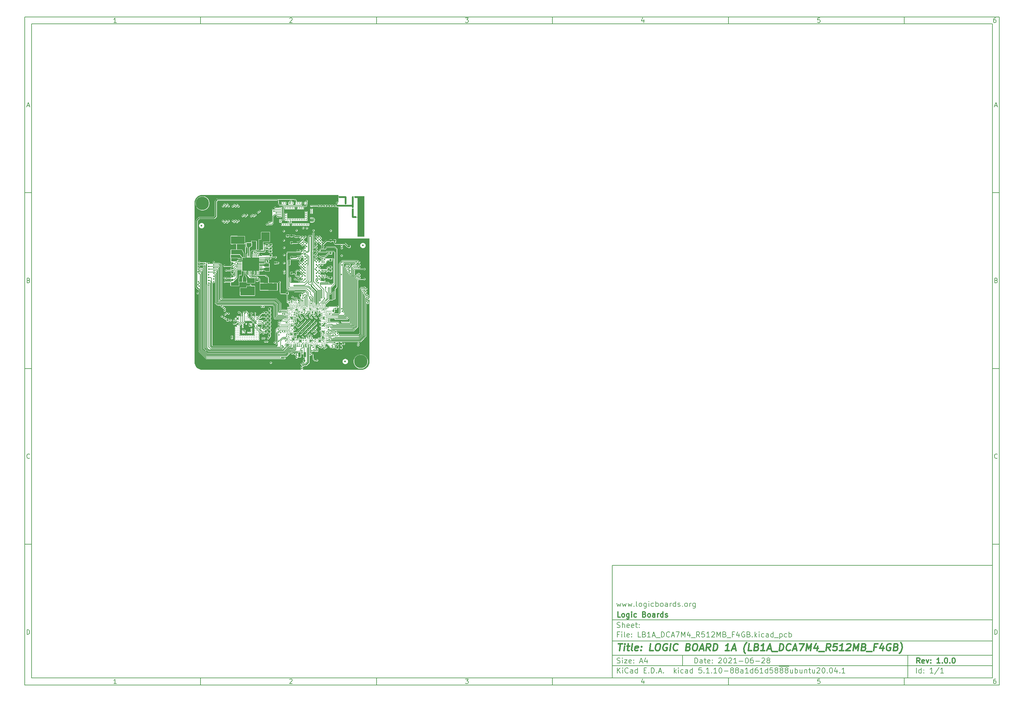
<source format=gbr>
%TF.GenerationSoftware,KiCad,Pcbnew,5.1.10-88a1d61d58~88~ubuntu20.04.1*%
%TF.CreationDate,2021-06-28T11:18:36+05:30*%
%TF.ProjectId,LB1A_DCA7M4_R512MB_F4GB,4c423141-5f44-4434-9137-4d345f523531,1.0.0*%
%TF.SameCoordinates,Original*%
%TF.FileFunction,Copper,L1,Top*%
%TF.FilePolarity,Positive*%
%FSLAX46Y46*%
G04 Gerber Fmt 4.6, Leading zero omitted, Abs format (unit mm)*
G04 Created by KiCad (PCBNEW 5.1.10-88a1d61d58~88~ubuntu20.04.1) date 2021-06-28 11:18:36*
%MOMM*%
%LPD*%
G01*
G04 APERTURE LIST*
%ADD10C,0.100000*%
%ADD11C,0.150000*%
%ADD12C,0.300000*%
%ADD13C,0.400000*%
%TA.AperFunction,SMDPad,CuDef*%
%ADD14R,0.250000X0.550000*%
%TD*%
%TA.AperFunction,SMDPad,CuDef*%
%ADD15R,0.550000X0.250000*%
%TD*%
%TA.AperFunction,ComponentPad*%
%ADD16C,3.800000*%
%TD*%
%TA.AperFunction,SMDPad,CuDef*%
%ADD17C,0.240000*%
%TD*%
%TA.AperFunction,SMDPad,CuDef*%
%ADD18C,0.410000*%
%TD*%
%TA.AperFunction,SMDPad,CuDef*%
%ADD19C,0.500000*%
%TD*%
%TA.AperFunction,SMDPad,CuDef*%
%ADD20R,0.200000X0.500000*%
%TD*%
%TA.AperFunction,SMDPad,CuDef*%
%ADD21R,0.700000X1.400000*%
%TD*%
%TA.AperFunction,SMDPad,CuDef*%
%ADD22R,0.200000X0.850000*%
%TD*%
%TA.AperFunction,SMDPad,CuDef*%
%ADD23R,0.850000X0.200000*%
%TD*%
%TA.AperFunction,SMDPad,CuDef*%
%ADD24R,4.600000X3.600000*%
%TD*%
%TA.AperFunction,SMDPad,CuDef*%
%ADD25C,0.290000*%
%TD*%
%TA.AperFunction,SMDPad,CuDef*%
%ADD26R,2.000000X0.800000*%
%TD*%
%TA.AperFunction,SMDPad,CuDef*%
%ADD27R,0.800000X2.000000*%
%TD*%
%TA.AperFunction,ViaPad*%
%ADD28C,0.400050*%
%TD*%
%TA.AperFunction,ViaPad*%
%ADD29C,0.275590*%
%TD*%
%TA.AperFunction,Conductor*%
%ADD30C,0.090000*%
%TD*%
%TA.AperFunction,Conductor*%
%ADD31C,0.203200*%
%TD*%
%TA.AperFunction,Conductor*%
%ADD32C,0.200000*%
%TD*%
%TA.AperFunction,Conductor*%
%ADD33C,0.152400*%
%TD*%
%TA.AperFunction,Conductor*%
%ADD34C,0.100000*%
%TD*%
%TA.AperFunction,Conductor*%
%ADD35C,0.165100*%
%TD*%
%TA.AperFunction,Conductor*%
%ADD36C,0.508000*%
%TD*%
%TA.AperFunction,Conductor*%
%ADD37C,0.500000*%
%TD*%
%TA.AperFunction,Conductor*%
%ADD38C,0.304800*%
%TD*%
%TA.AperFunction,Conductor*%
%ADD39C,0.300000*%
%TD*%
%TA.AperFunction,Conductor*%
%ADD40C,0.160000*%
%TD*%
%TA.AperFunction,Conductor*%
%ADD41C,0.150000*%
%TD*%
%TA.AperFunction,Conductor*%
%ADD42C,0.120000*%
%TD*%
%TA.AperFunction,Conductor*%
%ADD43C,0.088900*%
%TD*%
%TA.AperFunction,Conductor*%
%ADD44C,0.127000*%
%TD*%
%TA.AperFunction,Conductor*%
%ADD45C,0.101600*%
%TD*%
%TA.AperFunction,Conductor*%
%ADD46C,0.195580*%
%TD*%
G04 APERTURE END LIST*
D10*
D11*
X177002200Y-166007200D02*
X177002200Y-198007200D01*
X285002200Y-198007200D01*
X285002200Y-166007200D01*
X177002200Y-166007200D01*
D10*
D11*
X10000000Y-10000000D02*
X10000000Y-200007200D01*
X287002200Y-200007200D01*
X287002200Y-10000000D01*
X10000000Y-10000000D01*
D10*
D11*
X12000000Y-12000000D02*
X12000000Y-198007200D01*
X285002200Y-198007200D01*
X285002200Y-12000000D01*
X12000000Y-12000000D01*
D10*
D11*
X60000000Y-12000000D02*
X60000000Y-10000000D01*
D10*
D11*
X110000000Y-12000000D02*
X110000000Y-10000000D01*
D10*
D11*
X160000000Y-12000000D02*
X160000000Y-10000000D01*
D10*
D11*
X210000000Y-12000000D02*
X210000000Y-10000000D01*
D10*
D11*
X260000000Y-12000000D02*
X260000000Y-10000000D01*
D10*
D11*
X36065476Y-11588095D02*
X35322619Y-11588095D01*
X35694047Y-11588095D02*
X35694047Y-10288095D01*
X35570238Y-10473809D01*
X35446428Y-10597619D01*
X35322619Y-10659523D01*
D10*
D11*
X85322619Y-10411904D02*
X85384523Y-10350000D01*
X85508333Y-10288095D01*
X85817857Y-10288095D01*
X85941666Y-10350000D01*
X86003571Y-10411904D01*
X86065476Y-10535714D01*
X86065476Y-10659523D01*
X86003571Y-10845238D01*
X85260714Y-11588095D01*
X86065476Y-11588095D01*
D10*
D11*
X135260714Y-10288095D02*
X136065476Y-10288095D01*
X135632142Y-10783333D01*
X135817857Y-10783333D01*
X135941666Y-10845238D01*
X136003571Y-10907142D01*
X136065476Y-11030952D01*
X136065476Y-11340476D01*
X136003571Y-11464285D01*
X135941666Y-11526190D01*
X135817857Y-11588095D01*
X135446428Y-11588095D01*
X135322619Y-11526190D01*
X135260714Y-11464285D01*
D10*
D11*
X185941666Y-10721428D02*
X185941666Y-11588095D01*
X185632142Y-10226190D02*
X185322619Y-11154761D01*
X186127380Y-11154761D01*
D10*
D11*
X236003571Y-10288095D02*
X235384523Y-10288095D01*
X235322619Y-10907142D01*
X235384523Y-10845238D01*
X235508333Y-10783333D01*
X235817857Y-10783333D01*
X235941666Y-10845238D01*
X236003571Y-10907142D01*
X236065476Y-11030952D01*
X236065476Y-11340476D01*
X236003571Y-11464285D01*
X235941666Y-11526190D01*
X235817857Y-11588095D01*
X235508333Y-11588095D01*
X235384523Y-11526190D01*
X235322619Y-11464285D01*
D10*
D11*
X285941666Y-10288095D02*
X285694047Y-10288095D01*
X285570238Y-10350000D01*
X285508333Y-10411904D01*
X285384523Y-10597619D01*
X285322619Y-10845238D01*
X285322619Y-11340476D01*
X285384523Y-11464285D01*
X285446428Y-11526190D01*
X285570238Y-11588095D01*
X285817857Y-11588095D01*
X285941666Y-11526190D01*
X286003571Y-11464285D01*
X286065476Y-11340476D01*
X286065476Y-11030952D01*
X286003571Y-10907142D01*
X285941666Y-10845238D01*
X285817857Y-10783333D01*
X285570238Y-10783333D01*
X285446428Y-10845238D01*
X285384523Y-10907142D01*
X285322619Y-11030952D01*
D10*
D11*
X60000000Y-198007200D02*
X60000000Y-200007200D01*
D10*
D11*
X110000000Y-198007200D02*
X110000000Y-200007200D01*
D10*
D11*
X160000000Y-198007200D02*
X160000000Y-200007200D01*
D10*
D11*
X210000000Y-198007200D02*
X210000000Y-200007200D01*
D10*
D11*
X260000000Y-198007200D02*
X260000000Y-200007200D01*
D10*
D11*
X36065476Y-199595295D02*
X35322619Y-199595295D01*
X35694047Y-199595295D02*
X35694047Y-198295295D01*
X35570238Y-198481009D01*
X35446428Y-198604819D01*
X35322619Y-198666723D01*
D10*
D11*
X85322619Y-198419104D02*
X85384523Y-198357200D01*
X85508333Y-198295295D01*
X85817857Y-198295295D01*
X85941666Y-198357200D01*
X86003571Y-198419104D01*
X86065476Y-198542914D01*
X86065476Y-198666723D01*
X86003571Y-198852438D01*
X85260714Y-199595295D01*
X86065476Y-199595295D01*
D10*
D11*
X135260714Y-198295295D02*
X136065476Y-198295295D01*
X135632142Y-198790533D01*
X135817857Y-198790533D01*
X135941666Y-198852438D01*
X136003571Y-198914342D01*
X136065476Y-199038152D01*
X136065476Y-199347676D01*
X136003571Y-199471485D01*
X135941666Y-199533390D01*
X135817857Y-199595295D01*
X135446428Y-199595295D01*
X135322619Y-199533390D01*
X135260714Y-199471485D01*
D10*
D11*
X185941666Y-198728628D02*
X185941666Y-199595295D01*
X185632142Y-198233390D02*
X185322619Y-199161961D01*
X186127380Y-199161961D01*
D10*
D11*
X236003571Y-198295295D02*
X235384523Y-198295295D01*
X235322619Y-198914342D01*
X235384523Y-198852438D01*
X235508333Y-198790533D01*
X235817857Y-198790533D01*
X235941666Y-198852438D01*
X236003571Y-198914342D01*
X236065476Y-199038152D01*
X236065476Y-199347676D01*
X236003571Y-199471485D01*
X235941666Y-199533390D01*
X235817857Y-199595295D01*
X235508333Y-199595295D01*
X235384523Y-199533390D01*
X235322619Y-199471485D01*
D10*
D11*
X285941666Y-198295295D02*
X285694047Y-198295295D01*
X285570238Y-198357200D01*
X285508333Y-198419104D01*
X285384523Y-198604819D01*
X285322619Y-198852438D01*
X285322619Y-199347676D01*
X285384523Y-199471485D01*
X285446428Y-199533390D01*
X285570238Y-199595295D01*
X285817857Y-199595295D01*
X285941666Y-199533390D01*
X286003571Y-199471485D01*
X286065476Y-199347676D01*
X286065476Y-199038152D01*
X286003571Y-198914342D01*
X285941666Y-198852438D01*
X285817857Y-198790533D01*
X285570238Y-198790533D01*
X285446428Y-198852438D01*
X285384523Y-198914342D01*
X285322619Y-199038152D01*
D10*
D11*
X10000000Y-60000000D02*
X12000000Y-60000000D01*
D10*
D11*
X10000000Y-110000000D02*
X12000000Y-110000000D01*
D10*
D11*
X10000000Y-160000000D02*
X12000000Y-160000000D01*
D10*
D11*
X10690476Y-35216666D02*
X11309523Y-35216666D01*
X10566666Y-35588095D02*
X11000000Y-34288095D01*
X11433333Y-35588095D01*
D10*
D11*
X11092857Y-84907142D02*
X11278571Y-84969047D01*
X11340476Y-85030952D01*
X11402380Y-85154761D01*
X11402380Y-85340476D01*
X11340476Y-85464285D01*
X11278571Y-85526190D01*
X11154761Y-85588095D01*
X10659523Y-85588095D01*
X10659523Y-84288095D01*
X11092857Y-84288095D01*
X11216666Y-84350000D01*
X11278571Y-84411904D01*
X11340476Y-84535714D01*
X11340476Y-84659523D01*
X11278571Y-84783333D01*
X11216666Y-84845238D01*
X11092857Y-84907142D01*
X10659523Y-84907142D01*
D10*
D11*
X11402380Y-135464285D02*
X11340476Y-135526190D01*
X11154761Y-135588095D01*
X11030952Y-135588095D01*
X10845238Y-135526190D01*
X10721428Y-135402380D01*
X10659523Y-135278571D01*
X10597619Y-135030952D01*
X10597619Y-134845238D01*
X10659523Y-134597619D01*
X10721428Y-134473809D01*
X10845238Y-134350000D01*
X11030952Y-134288095D01*
X11154761Y-134288095D01*
X11340476Y-134350000D01*
X11402380Y-134411904D01*
D10*
D11*
X10659523Y-185588095D02*
X10659523Y-184288095D01*
X10969047Y-184288095D01*
X11154761Y-184350000D01*
X11278571Y-184473809D01*
X11340476Y-184597619D01*
X11402380Y-184845238D01*
X11402380Y-185030952D01*
X11340476Y-185278571D01*
X11278571Y-185402380D01*
X11154761Y-185526190D01*
X10969047Y-185588095D01*
X10659523Y-185588095D01*
D10*
D11*
X287002200Y-60000000D02*
X285002200Y-60000000D01*
D10*
D11*
X287002200Y-110000000D02*
X285002200Y-110000000D01*
D10*
D11*
X287002200Y-160000000D02*
X285002200Y-160000000D01*
D10*
D11*
X285692676Y-35216666D02*
X286311723Y-35216666D01*
X285568866Y-35588095D02*
X286002200Y-34288095D01*
X286435533Y-35588095D01*
D10*
D11*
X286095057Y-84907142D02*
X286280771Y-84969047D01*
X286342676Y-85030952D01*
X286404580Y-85154761D01*
X286404580Y-85340476D01*
X286342676Y-85464285D01*
X286280771Y-85526190D01*
X286156961Y-85588095D01*
X285661723Y-85588095D01*
X285661723Y-84288095D01*
X286095057Y-84288095D01*
X286218866Y-84350000D01*
X286280771Y-84411904D01*
X286342676Y-84535714D01*
X286342676Y-84659523D01*
X286280771Y-84783333D01*
X286218866Y-84845238D01*
X286095057Y-84907142D01*
X285661723Y-84907142D01*
D10*
D11*
X286404580Y-135464285D02*
X286342676Y-135526190D01*
X286156961Y-135588095D01*
X286033152Y-135588095D01*
X285847438Y-135526190D01*
X285723628Y-135402380D01*
X285661723Y-135278571D01*
X285599819Y-135030952D01*
X285599819Y-134845238D01*
X285661723Y-134597619D01*
X285723628Y-134473809D01*
X285847438Y-134350000D01*
X286033152Y-134288095D01*
X286156961Y-134288095D01*
X286342676Y-134350000D01*
X286404580Y-134411904D01*
D10*
D11*
X285661723Y-185588095D02*
X285661723Y-184288095D01*
X285971247Y-184288095D01*
X286156961Y-184350000D01*
X286280771Y-184473809D01*
X286342676Y-184597619D01*
X286404580Y-184845238D01*
X286404580Y-185030952D01*
X286342676Y-185278571D01*
X286280771Y-185402380D01*
X286156961Y-185526190D01*
X285971247Y-185588095D01*
X285661723Y-185588095D01*
D10*
D11*
X200434342Y-193785771D02*
X200434342Y-192285771D01*
X200791485Y-192285771D01*
X201005771Y-192357200D01*
X201148628Y-192500057D01*
X201220057Y-192642914D01*
X201291485Y-192928628D01*
X201291485Y-193142914D01*
X201220057Y-193428628D01*
X201148628Y-193571485D01*
X201005771Y-193714342D01*
X200791485Y-193785771D01*
X200434342Y-193785771D01*
X202577200Y-193785771D02*
X202577200Y-193000057D01*
X202505771Y-192857200D01*
X202362914Y-192785771D01*
X202077200Y-192785771D01*
X201934342Y-192857200D01*
X202577200Y-193714342D02*
X202434342Y-193785771D01*
X202077200Y-193785771D01*
X201934342Y-193714342D01*
X201862914Y-193571485D01*
X201862914Y-193428628D01*
X201934342Y-193285771D01*
X202077200Y-193214342D01*
X202434342Y-193214342D01*
X202577200Y-193142914D01*
X203077200Y-192785771D02*
X203648628Y-192785771D01*
X203291485Y-192285771D02*
X203291485Y-193571485D01*
X203362914Y-193714342D01*
X203505771Y-193785771D01*
X203648628Y-193785771D01*
X204720057Y-193714342D02*
X204577200Y-193785771D01*
X204291485Y-193785771D01*
X204148628Y-193714342D01*
X204077200Y-193571485D01*
X204077200Y-193000057D01*
X204148628Y-192857200D01*
X204291485Y-192785771D01*
X204577200Y-192785771D01*
X204720057Y-192857200D01*
X204791485Y-193000057D01*
X204791485Y-193142914D01*
X204077200Y-193285771D01*
X205434342Y-193642914D02*
X205505771Y-193714342D01*
X205434342Y-193785771D01*
X205362914Y-193714342D01*
X205434342Y-193642914D01*
X205434342Y-193785771D01*
X205434342Y-192857200D02*
X205505771Y-192928628D01*
X205434342Y-193000057D01*
X205362914Y-192928628D01*
X205434342Y-192857200D01*
X205434342Y-193000057D01*
X207220057Y-192428628D02*
X207291485Y-192357200D01*
X207434342Y-192285771D01*
X207791485Y-192285771D01*
X207934342Y-192357200D01*
X208005771Y-192428628D01*
X208077200Y-192571485D01*
X208077200Y-192714342D01*
X208005771Y-192928628D01*
X207148628Y-193785771D01*
X208077200Y-193785771D01*
X209005771Y-192285771D02*
X209148628Y-192285771D01*
X209291485Y-192357200D01*
X209362914Y-192428628D01*
X209434342Y-192571485D01*
X209505771Y-192857200D01*
X209505771Y-193214342D01*
X209434342Y-193500057D01*
X209362914Y-193642914D01*
X209291485Y-193714342D01*
X209148628Y-193785771D01*
X209005771Y-193785771D01*
X208862914Y-193714342D01*
X208791485Y-193642914D01*
X208720057Y-193500057D01*
X208648628Y-193214342D01*
X208648628Y-192857200D01*
X208720057Y-192571485D01*
X208791485Y-192428628D01*
X208862914Y-192357200D01*
X209005771Y-192285771D01*
X210077200Y-192428628D02*
X210148628Y-192357200D01*
X210291485Y-192285771D01*
X210648628Y-192285771D01*
X210791485Y-192357200D01*
X210862914Y-192428628D01*
X210934342Y-192571485D01*
X210934342Y-192714342D01*
X210862914Y-192928628D01*
X210005771Y-193785771D01*
X210934342Y-193785771D01*
X212362914Y-193785771D02*
X211505771Y-193785771D01*
X211934342Y-193785771D02*
X211934342Y-192285771D01*
X211791485Y-192500057D01*
X211648628Y-192642914D01*
X211505771Y-192714342D01*
X213005771Y-193214342D02*
X214148628Y-193214342D01*
X215148628Y-192285771D02*
X215291485Y-192285771D01*
X215434342Y-192357200D01*
X215505771Y-192428628D01*
X215577200Y-192571485D01*
X215648628Y-192857200D01*
X215648628Y-193214342D01*
X215577200Y-193500057D01*
X215505771Y-193642914D01*
X215434342Y-193714342D01*
X215291485Y-193785771D01*
X215148628Y-193785771D01*
X215005771Y-193714342D01*
X214934342Y-193642914D01*
X214862914Y-193500057D01*
X214791485Y-193214342D01*
X214791485Y-192857200D01*
X214862914Y-192571485D01*
X214934342Y-192428628D01*
X215005771Y-192357200D01*
X215148628Y-192285771D01*
X216934342Y-192285771D02*
X216648628Y-192285771D01*
X216505771Y-192357200D01*
X216434342Y-192428628D01*
X216291485Y-192642914D01*
X216220057Y-192928628D01*
X216220057Y-193500057D01*
X216291485Y-193642914D01*
X216362914Y-193714342D01*
X216505771Y-193785771D01*
X216791485Y-193785771D01*
X216934342Y-193714342D01*
X217005771Y-193642914D01*
X217077200Y-193500057D01*
X217077200Y-193142914D01*
X217005771Y-193000057D01*
X216934342Y-192928628D01*
X216791485Y-192857200D01*
X216505771Y-192857200D01*
X216362914Y-192928628D01*
X216291485Y-193000057D01*
X216220057Y-193142914D01*
X217720057Y-193214342D02*
X218862914Y-193214342D01*
X219505771Y-192428628D02*
X219577200Y-192357200D01*
X219720057Y-192285771D01*
X220077200Y-192285771D01*
X220220057Y-192357200D01*
X220291485Y-192428628D01*
X220362914Y-192571485D01*
X220362914Y-192714342D01*
X220291485Y-192928628D01*
X219434342Y-193785771D01*
X220362914Y-193785771D01*
X221220057Y-192928628D02*
X221077200Y-192857200D01*
X221005771Y-192785771D01*
X220934342Y-192642914D01*
X220934342Y-192571485D01*
X221005771Y-192428628D01*
X221077200Y-192357200D01*
X221220057Y-192285771D01*
X221505771Y-192285771D01*
X221648628Y-192357200D01*
X221720057Y-192428628D01*
X221791485Y-192571485D01*
X221791485Y-192642914D01*
X221720057Y-192785771D01*
X221648628Y-192857200D01*
X221505771Y-192928628D01*
X221220057Y-192928628D01*
X221077200Y-193000057D01*
X221005771Y-193071485D01*
X220934342Y-193214342D01*
X220934342Y-193500057D01*
X221005771Y-193642914D01*
X221077200Y-193714342D01*
X221220057Y-193785771D01*
X221505771Y-193785771D01*
X221648628Y-193714342D01*
X221720057Y-193642914D01*
X221791485Y-193500057D01*
X221791485Y-193214342D01*
X221720057Y-193071485D01*
X221648628Y-193000057D01*
X221505771Y-192928628D01*
D10*
D11*
X177002200Y-194507200D02*
X285002200Y-194507200D01*
D10*
D11*
X178434342Y-196585771D02*
X178434342Y-195085771D01*
X179291485Y-196585771D02*
X178648628Y-195728628D01*
X179291485Y-195085771D02*
X178434342Y-195942914D01*
X179934342Y-196585771D02*
X179934342Y-195585771D01*
X179934342Y-195085771D02*
X179862914Y-195157200D01*
X179934342Y-195228628D01*
X180005771Y-195157200D01*
X179934342Y-195085771D01*
X179934342Y-195228628D01*
X181505771Y-196442914D02*
X181434342Y-196514342D01*
X181220057Y-196585771D01*
X181077200Y-196585771D01*
X180862914Y-196514342D01*
X180720057Y-196371485D01*
X180648628Y-196228628D01*
X180577200Y-195942914D01*
X180577200Y-195728628D01*
X180648628Y-195442914D01*
X180720057Y-195300057D01*
X180862914Y-195157200D01*
X181077200Y-195085771D01*
X181220057Y-195085771D01*
X181434342Y-195157200D01*
X181505771Y-195228628D01*
X182791485Y-196585771D02*
X182791485Y-195800057D01*
X182720057Y-195657200D01*
X182577200Y-195585771D01*
X182291485Y-195585771D01*
X182148628Y-195657200D01*
X182791485Y-196514342D02*
X182648628Y-196585771D01*
X182291485Y-196585771D01*
X182148628Y-196514342D01*
X182077200Y-196371485D01*
X182077200Y-196228628D01*
X182148628Y-196085771D01*
X182291485Y-196014342D01*
X182648628Y-196014342D01*
X182791485Y-195942914D01*
X184148628Y-196585771D02*
X184148628Y-195085771D01*
X184148628Y-196514342D02*
X184005771Y-196585771D01*
X183720057Y-196585771D01*
X183577200Y-196514342D01*
X183505771Y-196442914D01*
X183434342Y-196300057D01*
X183434342Y-195871485D01*
X183505771Y-195728628D01*
X183577200Y-195657200D01*
X183720057Y-195585771D01*
X184005771Y-195585771D01*
X184148628Y-195657200D01*
X186005771Y-195800057D02*
X186505771Y-195800057D01*
X186720057Y-196585771D02*
X186005771Y-196585771D01*
X186005771Y-195085771D01*
X186720057Y-195085771D01*
X187362914Y-196442914D02*
X187434342Y-196514342D01*
X187362914Y-196585771D01*
X187291485Y-196514342D01*
X187362914Y-196442914D01*
X187362914Y-196585771D01*
X188077200Y-196585771D02*
X188077200Y-195085771D01*
X188434342Y-195085771D01*
X188648628Y-195157200D01*
X188791485Y-195300057D01*
X188862914Y-195442914D01*
X188934342Y-195728628D01*
X188934342Y-195942914D01*
X188862914Y-196228628D01*
X188791485Y-196371485D01*
X188648628Y-196514342D01*
X188434342Y-196585771D01*
X188077200Y-196585771D01*
X189577200Y-196442914D02*
X189648628Y-196514342D01*
X189577200Y-196585771D01*
X189505771Y-196514342D01*
X189577200Y-196442914D01*
X189577200Y-196585771D01*
X190220057Y-196157200D02*
X190934342Y-196157200D01*
X190077200Y-196585771D02*
X190577200Y-195085771D01*
X191077200Y-196585771D01*
X191577200Y-196442914D02*
X191648628Y-196514342D01*
X191577200Y-196585771D01*
X191505771Y-196514342D01*
X191577200Y-196442914D01*
X191577200Y-196585771D01*
X194577200Y-196585771D02*
X194577200Y-195085771D01*
X194720057Y-196014342D02*
X195148628Y-196585771D01*
X195148628Y-195585771D02*
X194577200Y-196157200D01*
X195791485Y-196585771D02*
X195791485Y-195585771D01*
X195791485Y-195085771D02*
X195720057Y-195157200D01*
X195791485Y-195228628D01*
X195862914Y-195157200D01*
X195791485Y-195085771D01*
X195791485Y-195228628D01*
X197148628Y-196514342D02*
X197005771Y-196585771D01*
X196720057Y-196585771D01*
X196577200Y-196514342D01*
X196505771Y-196442914D01*
X196434342Y-196300057D01*
X196434342Y-195871485D01*
X196505771Y-195728628D01*
X196577200Y-195657200D01*
X196720057Y-195585771D01*
X197005771Y-195585771D01*
X197148628Y-195657200D01*
X198434342Y-196585771D02*
X198434342Y-195800057D01*
X198362914Y-195657200D01*
X198220057Y-195585771D01*
X197934342Y-195585771D01*
X197791485Y-195657200D01*
X198434342Y-196514342D02*
X198291485Y-196585771D01*
X197934342Y-196585771D01*
X197791485Y-196514342D01*
X197720057Y-196371485D01*
X197720057Y-196228628D01*
X197791485Y-196085771D01*
X197934342Y-196014342D01*
X198291485Y-196014342D01*
X198434342Y-195942914D01*
X199791485Y-196585771D02*
X199791485Y-195085771D01*
X199791485Y-196514342D02*
X199648628Y-196585771D01*
X199362914Y-196585771D01*
X199220057Y-196514342D01*
X199148628Y-196442914D01*
X199077200Y-196300057D01*
X199077200Y-195871485D01*
X199148628Y-195728628D01*
X199220057Y-195657200D01*
X199362914Y-195585771D01*
X199648628Y-195585771D01*
X199791485Y-195657200D01*
X202362914Y-195085771D02*
X201648628Y-195085771D01*
X201577200Y-195800057D01*
X201648628Y-195728628D01*
X201791485Y-195657200D01*
X202148628Y-195657200D01*
X202291485Y-195728628D01*
X202362914Y-195800057D01*
X202434342Y-195942914D01*
X202434342Y-196300057D01*
X202362914Y-196442914D01*
X202291485Y-196514342D01*
X202148628Y-196585771D01*
X201791485Y-196585771D01*
X201648628Y-196514342D01*
X201577200Y-196442914D01*
X203077200Y-196442914D02*
X203148628Y-196514342D01*
X203077200Y-196585771D01*
X203005771Y-196514342D01*
X203077200Y-196442914D01*
X203077200Y-196585771D01*
X204577200Y-196585771D02*
X203720057Y-196585771D01*
X204148628Y-196585771D02*
X204148628Y-195085771D01*
X204005771Y-195300057D01*
X203862914Y-195442914D01*
X203720057Y-195514342D01*
X205220057Y-196442914D02*
X205291485Y-196514342D01*
X205220057Y-196585771D01*
X205148628Y-196514342D01*
X205220057Y-196442914D01*
X205220057Y-196585771D01*
X206720057Y-196585771D02*
X205862914Y-196585771D01*
X206291485Y-196585771D02*
X206291485Y-195085771D01*
X206148628Y-195300057D01*
X206005771Y-195442914D01*
X205862914Y-195514342D01*
X207648628Y-195085771D02*
X207791485Y-195085771D01*
X207934342Y-195157200D01*
X208005771Y-195228628D01*
X208077200Y-195371485D01*
X208148628Y-195657200D01*
X208148628Y-196014342D01*
X208077200Y-196300057D01*
X208005771Y-196442914D01*
X207934342Y-196514342D01*
X207791485Y-196585771D01*
X207648628Y-196585771D01*
X207505771Y-196514342D01*
X207434342Y-196442914D01*
X207362914Y-196300057D01*
X207291485Y-196014342D01*
X207291485Y-195657200D01*
X207362914Y-195371485D01*
X207434342Y-195228628D01*
X207505771Y-195157200D01*
X207648628Y-195085771D01*
X208791485Y-196014342D02*
X209934342Y-196014342D01*
X210862914Y-195728628D02*
X210720057Y-195657200D01*
X210648628Y-195585771D01*
X210577200Y-195442914D01*
X210577200Y-195371485D01*
X210648628Y-195228628D01*
X210720057Y-195157200D01*
X210862914Y-195085771D01*
X211148628Y-195085771D01*
X211291485Y-195157200D01*
X211362914Y-195228628D01*
X211434342Y-195371485D01*
X211434342Y-195442914D01*
X211362914Y-195585771D01*
X211291485Y-195657200D01*
X211148628Y-195728628D01*
X210862914Y-195728628D01*
X210720057Y-195800057D01*
X210648628Y-195871485D01*
X210577200Y-196014342D01*
X210577200Y-196300057D01*
X210648628Y-196442914D01*
X210720057Y-196514342D01*
X210862914Y-196585771D01*
X211148628Y-196585771D01*
X211291485Y-196514342D01*
X211362914Y-196442914D01*
X211434342Y-196300057D01*
X211434342Y-196014342D01*
X211362914Y-195871485D01*
X211291485Y-195800057D01*
X211148628Y-195728628D01*
X212291485Y-195728628D02*
X212148628Y-195657200D01*
X212077200Y-195585771D01*
X212005771Y-195442914D01*
X212005771Y-195371485D01*
X212077200Y-195228628D01*
X212148628Y-195157200D01*
X212291485Y-195085771D01*
X212577200Y-195085771D01*
X212720057Y-195157200D01*
X212791485Y-195228628D01*
X212862914Y-195371485D01*
X212862914Y-195442914D01*
X212791485Y-195585771D01*
X212720057Y-195657200D01*
X212577200Y-195728628D01*
X212291485Y-195728628D01*
X212148628Y-195800057D01*
X212077200Y-195871485D01*
X212005771Y-196014342D01*
X212005771Y-196300057D01*
X212077200Y-196442914D01*
X212148628Y-196514342D01*
X212291485Y-196585771D01*
X212577200Y-196585771D01*
X212720057Y-196514342D01*
X212791485Y-196442914D01*
X212862914Y-196300057D01*
X212862914Y-196014342D01*
X212791485Y-195871485D01*
X212720057Y-195800057D01*
X212577200Y-195728628D01*
X214148628Y-196585771D02*
X214148628Y-195800057D01*
X214077200Y-195657200D01*
X213934342Y-195585771D01*
X213648628Y-195585771D01*
X213505771Y-195657200D01*
X214148628Y-196514342D02*
X214005771Y-196585771D01*
X213648628Y-196585771D01*
X213505771Y-196514342D01*
X213434342Y-196371485D01*
X213434342Y-196228628D01*
X213505771Y-196085771D01*
X213648628Y-196014342D01*
X214005771Y-196014342D01*
X214148628Y-195942914D01*
X215648628Y-196585771D02*
X214791485Y-196585771D01*
X215220057Y-196585771D02*
X215220057Y-195085771D01*
X215077200Y-195300057D01*
X214934342Y-195442914D01*
X214791485Y-195514342D01*
X216934342Y-196585771D02*
X216934342Y-195085771D01*
X216934342Y-196514342D02*
X216791485Y-196585771D01*
X216505771Y-196585771D01*
X216362914Y-196514342D01*
X216291485Y-196442914D01*
X216220057Y-196300057D01*
X216220057Y-195871485D01*
X216291485Y-195728628D01*
X216362914Y-195657200D01*
X216505771Y-195585771D01*
X216791485Y-195585771D01*
X216934342Y-195657200D01*
X218291485Y-195085771D02*
X218005771Y-195085771D01*
X217862914Y-195157200D01*
X217791485Y-195228628D01*
X217648628Y-195442914D01*
X217577200Y-195728628D01*
X217577200Y-196300057D01*
X217648628Y-196442914D01*
X217720057Y-196514342D01*
X217862914Y-196585771D01*
X218148628Y-196585771D01*
X218291485Y-196514342D01*
X218362914Y-196442914D01*
X218434342Y-196300057D01*
X218434342Y-195942914D01*
X218362914Y-195800057D01*
X218291485Y-195728628D01*
X218148628Y-195657200D01*
X217862914Y-195657200D01*
X217720057Y-195728628D01*
X217648628Y-195800057D01*
X217577200Y-195942914D01*
X219862914Y-196585771D02*
X219005771Y-196585771D01*
X219434342Y-196585771D02*
X219434342Y-195085771D01*
X219291485Y-195300057D01*
X219148628Y-195442914D01*
X219005771Y-195514342D01*
X221148628Y-196585771D02*
X221148628Y-195085771D01*
X221148628Y-196514342D02*
X221005771Y-196585771D01*
X220720057Y-196585771D01*
X220577200Y-196514342D01*
X220505771Y-196442914D01*
X220434342Y-196300057D01*
X220434342Y-195871485D01*
X220505771Y-195728628D01*
X220577200Y-195657200D01*
X220720057Y-195585771D01*
X221005771Y-195585771D01*
X221148628Y-195657200D01*
X222577200Y-195085771D02*
X221862914Y-195085771D01*
X221791485Y-195800057D01*
X221862914Y-195728628D01*
X222005771Y-195657200D01*
X222362914Y-195657200D01*
X222505771Y-195728628D01*
X222577200Y-195800057D01*
X222648628Y-195942914D01*
X222648628Y-196300057D01*
X222577200Y-196442914D01*
X222505771Y-196514342D01*
X222362914Y-196585771D01*
X222005771Y-196585771D01*
X221862914Y-196514342D01*
X221791485Y-196442914D01*
X223505771Y-195728628D02*
X223362914Y-195657200D01*
X223291485Y-195585771D01*
X223220057Y-195442914D01*
X223220057Y-195371485D01*
X223291485Y-195228628D01*
X223362914Y-195157200D01*
X223505771Y-195085771D01*
X223791485Y-195085771D01*
X223934342Y-195157200D01*
X224005771Y-195228628D01*
X224077200Y-195371485D01*
X224077200Y-195442914D01*
X224005771Y-195585771D01*
X223934342Y-195657200D01*
X223791485Y-195728628D01*
X223505771Y-195728628D01*
X223362914Y-195800057D01*
X223291485Y-195871485D01*
X223220057Y-196014342D01*
X223220057Y-196300057D01*
X223291485Y-196442914D01*
X223362914Y-196514342D01*
X223505771Y-196585771D01*
X223791485Y-196585771D01*
X223934342Y-196514342D01*
X224005771Y-196442914D01*
X224077200Y-196300057D01*
X224077200Y-196014342D01*
X224005771Y-195871485D01*
X223934342Y-195800057D01*
X223791485Y-195728628D01*
X224362914Y-194677200D02*
X225791485Y-194677200D01*
X224934342Y-195728628D02*
X224791485Y-195657200D01*
X224720057Y-195585771D01*
X224648628Y-195442914D01*
X224648628Y-195371485D01*
X224720057Y-195228628D01*
X224791485Y-195157200D01*
X224934342Y-195085771D01*
X225220057Y-195085771D01*
X225362914Y-195157200D01*
X225434342Y-195228628D01*
X225505771Y-195371485D01*
X225505771Y-195442914D01*
X225434342Y-195585771D01*
X225362914Y-195657200D01*
X225220057Y-195728628D01*
X224934342Y-195728628D01*
X224791485Y-195800057D01*
X224720057Y-195871485D01*
X224648628Y-196014342D01*
X224648628Y-196300057D01*
X224720057Y-196442914D01*
X224791485Y-196514342D01*
X224934342Y-196585771D01*
X225220057Y-196585771D01*
X225362914Y-196514342D01*
X225434342Y-196442914D01*
X225505771Y-196300057D01*
X225505771Y-196014342D01*
X225434342Y-195871485D01*
X225362914Y-195800057D01*
X225220057Y-195728628D01*
X225791485Y-194677200D02*
X227220057Y-194677200D01*
X226362914Y-195728628D02*
X226220057Y-195657200D01*
X226148628Y-195585771D01*
X226077199Y-195442914D01*
X226077199Y-195371485D01*
X226148628Y-195228628D01*
X226220057Y-195157200D01*
X226362914Y-195085771D01*
X226648628Y-195085771D01*
X226791485Y-195157200D01*
X226862914Y-195228628D01*
X226934342Y-195371485D01*
X226934342Y-195442914D01*
X226862914Y-195585771D01*
X226791485Y-195657200D01*
X226648628Y-195728628D01*
X226362914Y-195728628D01*
X226220057Y-195800057D01*
X226148628Y-195871485D01*
X226077199Y-196014342D01*
X226077199Y-196300057D01*
X226148628Y-196442914D01*
X226220057Y-196514342D01*
X226362914Y-196585771D01*
X226648628Y-196585771D01*
X226791485Y-196514342D01*
X226862914Y-196442914D01*
X226934342Y-196300057D01*
X226934342Y-196014342D01*
X226862914Y-195871485D01*
X226791485Y-195800057D01*
X226648628Y-195728628D01*
X228220057Y-195585771D02*
X228220057Y-196585771D01*
X227577199Y-195585771D02*
X227577199Y-196371485D01*
X227648628Y-196514342D01*
X227791485Y-196585771D01*
X228005771Y-196585771D01*
X228148628Y-196514342D01*
X228220057Y-196442914D01*
X228934342Y-196585771D02*
X228934342Y-195085771D01*
X228934342Y-195657200D02*
X229077199Y-195585771D01*
X229362914Y-195585771D01*
X229505771Y-195657200D01*
X229577199Y-195728628D01*
X229648628Y-195871485D01*
X229648628Y-196300057D01*
X229577199Y-196442914D01*
X229505771Y-196514342D01*
X229362914Y-196585771D01*
X229077199Y-196585771D01*
X228934342Y-196514342D01*
X230934342Y-195585771D02*
X230934342Y-196585771D01*
X230291485Y-195585771D02*
X230291485Y-196371485D01*
X230362914Y-196514342D01*
X230505771Y-196585771D01*
X230720057Y-196585771D01*
X230862914Y-196514342D01*
X230934342Y-196442914D01*
X231648628Y-195585771D02*
X231648628Y-196585771D01*
X231648628Y-195728628D02*
X231720057Y-195657200D01*
X231862914Y-195585771D01*
X232077199Y-195585771D01*
X232220057Y-195657200D01*
X232291485Y-195800057D01*
X232291485Y-196585771D01*
X232791485Y-195585771D02*
X233362914Y-195585771D01*
X233005771Y-195085771D02*
X233005771Y-196371485D01*
X233077199Y-196514342D01*
X233220057Y-196585771D01*
X233362914Y-196585771D01*
X234505771Y-195585771D02*
X234505771Y-196585771D01*
X233862914Y-195585771D02*
X233862914Y-196371485D01*
X233934342Y-196514342D01*
X234077200Y-196585771D01*
X234291485Y-196585771D01*
X234434342Y-196514342D01*
X234505771Y-196442914D01*
X235148628Y-195228628D02*
X235220057Y-195157200D01*
X235362914Y-195085771D01*
X235720057Y-195085771D01*
X235862914Y-195157200D01*
X235934342Y-195228628D01*
X236005771Y-195371485D01*
X236005771Y-195514342D01*
X235934342Y-195728628D01*
X235077200Y-196585771D01*
X236005771Y-196585771D01*
X236934342Y-195085771D02*
X237077199Y-195085771D01*
X237220057Y-195157200D01*
X237291485Y-195228628D01*
X237362914Y-195371485D01*
X237434342Y-195657200D01*
X237434342Y-196014342D01*
X237362914Y-196300057D01*
X237291485Y-196442914D01*
X237220057Y-196514342D01*
X237077199Y-196585771D01*
X236934342Y-196585771D01*
X236791485Y-196514342D01*
X236720057Y-196442914D01*
X236648628Y-196300057D01*
X236577199Y-196014342D01*
X236577199Y-195657200D01*
X236648628Y-195371485D01*
X236720057Y-195228628D01*
X236791485Y-195157200D01*
X236934342Y-195085771D01*
X238077199Y-196442914D02*
X238148628Y-196514342D01*
X238077199Y-196585771D01*
X238005771Y-196514342D01*
X238077199Y-196442914D01*
X238077199Y-196585771D01*
X239077199Y-195085771D02*
X239220057Y-195085771D01*
X239362914Y-195157200D01*
X239434342Y-195228628D01*
X239505771Y-195371485D01*
X239577199Y-195657200D01*
X239577199Y-196014342D01*
X239505771Y-196300057D01*
X239434342Y-196442914D01*
X239362914Y-196514342D01*
X239220057Y-196585771D01*
X239077199Y-196585771D01*
X238934342Y-196514342D01*
X238862914Y-196442914D01*
X238791485Y-196300057D01*
X238720057Y-196014342D01*
X238720057Y-195657200D01*
X238791485Y-195371485D01*
X238862914Y-195228628D01*
X238934342Y-195157200D01*
X239077199Y-195085771D01*
X240862914Y-195585771D02*
X240862914Y-196585771D01*
X240505771Y-195014342D02*
X240148628Y-196085771D01*
X241077199Y-196085771D01*
X241648628Y-196442914D02*
X241720057Y-196514342D01*
X241648628Y-196585771D01*
X241577199Y-196514342D01*
X241648628Y-196442914D01*
X241648628Y-196585771D01*
X243148628Y-196585771D02*
X242291485Y-196585771D01*
X242720057Y-196585771D02*
X242720057Y-195085771D01*
X242577199Y-195300057D01*
X242434342Y-195442914D01*
X242291485Y-195514342D01*
D10*
D11*
X177002200Y-191507200D02*
X285002200Y-191507200D01*
D10*
D12*
X264411485Y-193785771D02*
X263911485Y-193071485D01*
X263554342Y-193785771D02*
X263554342Y-192285771D01*
X264125771Y-192285771D01*
X264268628Y-192357200D01*
X264340057Y-192428628D01*
X264411485Y-192571485D01*
X264411485Y-192785771D01*
X264340057Y-192928628D01*
X264268628Y-193000057D01*
X264125771Y-193071485D01*
X263554342Y-193071485D01*
X265625771Y-193714342D02*
X265482914Y-193785771D01*
X265197200Y-193785771D01*
X265054342Y-193714342D01*
X264982914Y-193571485D01*
X264982914Y-193000057D01*
X265054342Y-192857200D01*
X265197200Y-192785771D01*
X265482914Y-192785771D01*
X265625771Y-192857200D01*
X265697200Y-193000057D01*
X265697200Y-193142914D01*
X264982914Y-193285771D01*
X266197200Y-192785771D02*
X266554342Y-193785771D01*
X266911485Y-192785771D01*
X267482914Y-193642914D02*
X267554342Y-193714342D01*
X267482914Y-193785771D01*
X267411485Y-193714342D01*
X267482914Y-193642914D01*
X267482914Y-193785771D01*
X267482914Y-192857200D02*
X267554342Y-192928628D01*
X267482914Y-193000057D01*
X267411485Y-192928628D01*
X267482914Y-192857200D01*
X267482914Y-193000057D01*
X270125771Y-193785771D02*
X269268628Y-193785771D01*
X269697200Y-193785771D02*
X269697200Y-192285771D01*
X269554342Y-192500057D01*
X269411485Y-192642914D01*
X269268628Y-192714342D01*
X270768628Y-193642914D02*
X270840057Y-193714342D01*
X270768628Y-193785771D01*
X270697200Y-193714342D01*
X270768628Y-193642914D01*
X270768628Y-193785771D01*
X271768628Y-192285771D02*
X271911485Y-192285771D01*
X272054342Y-192357200D01*
X272125771Y-192428628D01*
X272197200Y-192571485D01*
X272268628Y-192857200D01*
X272268628Y-193214342D01*
X272197200Y-193500057D01*
X272125771Y-193642914D01*
X272054342Y-193714342D01*
X271911485Y-193785771D01*
X271768628Y-193785771D01*
X271625771Y-193714342D01*
X271554342Y-193642914D01*
X271482914Y-193500057D01*
X271411485Y-193214342D01*
X271411485Y-192857200D01*
X271482914Y-192571485D01*
X271554342Y-192428628D01*
X271625771Y-192357200D01*
X271768628Y-192285771D01*
X272911485Y-193642914D02*
X272982914Y-193714342D01*
X272911485Y-193785771D01*
X272840057Y-193714342D01*
X272911485Y-193642914D01*
X272911485Y-193785771D01*
X273911485Y-192285771D02*
X274054342Y-192285771D01*
X274197200Y-192357200D01*
X274268628Y-192428628D01*
X274340057Y-192571485D01*
X274411485Y-192857200D01*
X274411485Y-193214342D01*
X274340057Y-193500057D01*
X274268628Y-193642914D01*
X274197200Y-193714342D01*
X274054342Y-193785771D01*
X273911485Y-193785771D01*
X273768628Y-193714342D01*
X273697200Y-193642914D01*
X273625771Y-193500057D01*
X273554342Y-193214342D01*
X273554342Y-192857200D01*
X273625771Y-192571485D01*
X273697200Y-192428628D01*
X273768628Y-192357200D01*
X273911485Y-192285771D01*
D10*
D11*
X178362914Y-193714342D02*
X178577200Y-193785771D01*
X178934342Y-193785771D01*
X179077200Y-193714342D01*
X179148628Y-193642914D01*
X179220057Y-193500057D01*
X179220057Y-193357200D01*
X179148628Y-193214342D01*
X179077200Y-193142914D01*
X178934342Y-193071485D01*
X178648628Y-193000057D01*
X178505771Y-192928628D01*
X178434342Y-192857200D01*
X178362914Y-192714342D01*
X178362914Y-192571485D01*
X178434342Y-192428628D01*
X178505771Y-192357200D01*
X178648628Y-192285771D01*
X179005771Y-192285771D01*
X179220057Y-192357200D01*
X179862914Y-193785771D02*
X179862914Y-192785771D01*
X179862914Y-192285771D02*
X179791485Y-192357200D01*
X179862914Y-192428628D01*
X179934342Y-192357200D01*
X179862914Y-192285771D01*
X179862914Y-192428628D01*
X180434342Y-192785771D02*
X181220057Y-192785771D01*
X180434342Y-193785771D01*
X181220057Y-193785771D01*
X182362914Y-193714342D02*
X182220057Y-193785771D01*
X181934342Y-193785771D01*
X181791485Y-193714342D01*
X181720057Y-193571485D01*
X181720057Y-193000057D01*
X181791485Y-192857200D01*
X181934342Y-192785771D01*
X182220057Y-192785771D01*
X182362914Y-192857200D01*
X182434342Y-193000057D01*
X182434342Y-193142914D01*
X181720057Y-193285771D01*
X183077200Y-193642914D02*
X183148628Y-193714342D01*
X183077200Y-193785771D01*
X183005771Y-193714342D01*
X183077200Y-193642914D01*
X183077200Y-193785771D01*
X183077200Y-192857200D02*
X183148628Y-192928628D01*
X183077200Y-193000057D01*
X183005771Y-192928628D01*
X183077200Y-192857200D01*
X183077200Y-193000057D01*
X184862914Y-193357200D02*
X185577200Y-193357200D01*
X184720057Y-193785771D02*
X185220057Y-192285771D01*
X185720057Y-193785771D01*
X186862914Y-192785771D02*
X186862914Y-193785771D01*
X186505771Y-192214342D02*
X186148628Y-193285771D01*
X187077200Y-193285771D01*
D10*
D11*
X263434342Y-196585771D02*
X263434342Y-195085771D01*
X264791485Y-196585771D02*
X264791485Y-195085771D01*
X264791485Y-196514342D02*
X264648628Y-196585771D01*
X264362914Y-196585771D01*
X264220057Y-196514342D01*
X264148628Y-196442914D01*
X264077200Y-196300057D01*
X264077200Y-195871485D01*
X264148628Y-195728628D01*
X264220057Y-195657200D01*
X264362914Y-195585771D01*
X264648628Y-195585771D01*
X264791485Y-195657200D01*
X265505771Y-196442914D02*
X265577200Y-196514342D01*
X265505771Y-196585771D01*
X265434342Y-196514342D01*
X265505771Y-196442914D01*
X265505771Y-196585771D01*
X265505771Y-195657200D02*
X265577200Y-195728628D01*
X265505771Y-195800057D01*
X265434342Y-195728628D01*
X265505771Y-195657200D01*
X265505771Y-195800057D01*
X268148628Y-196585771D02*
X267291485Y-196585771D01*
X267720057Y-196585771D02*
X267720057Y-195085771D01*
X267577200Y-195300057D01*
X267434342Y-195442914D01*
X267291485Y-195514342D01*
X269862914Y-195014342D02*
X268577200Y-196942914D01*
X271148628Y-196585771D02*
X270291485Y-196585771D01*
X270720057Y-196585771D02*
X270720057Y-195085771D01*
X270577200Y-195300057D01*
X270434342Y-195442914D01*
X270291485Y-195514342D01*
D10*
D11*
X177002200Y-187507200D02*
X285002200Y-187507200D01*
D10*
D13*
X178714580Y-188211961D02*
X179857438Y-188211961D01*
X179036009Y-190211961D02*
X179286009Y-188211961D01*
X180274104Y-190211961D02*
X180440771Y-188878628D01*
X180524104Y-188211961D02*
X180416961Y-188307200D01*
X180500295Y-188402438D01*
X180607438Y-188307200D01*
X180524104Y-188211961D01*
X180500295Y-188402438D01*
X181107438Y-188878628D02*
X181869342Y-188878628D01*
X181476485Y-188211961D02*
X181262200Y-189926247D01*
X181333628Y-190116723D01*
X181512200Y-190211961D01*
X181702676Y-190211961D01*
X182655057Y-190211961D02*
X182476485Y-190116723D01*
X182405057Y-189926247D01*
X182619342Y-188211961D01*
X184190771Y-190116723D02*
X183988390Y-190211961D01*
X183607438Y-190211961D01*
X183428866Y-190116723D01*
X183357438Y-189926247D01*
X183452676Y-189164342D01*
X183571723Y-188973866D01*
X183774104Y-188878628D01*
X184155057Y-188878628D01*
X184333628Y-188973866D01*
X184405057Y-189164342D01*
X184381247Y-189354819D01*
X183405057Y-189545295D01*
X185155057Y-190021485D02*
X185238390Y-190116723D01*
X185131247Y-190211961D01*
X185047914Y-190116723D01*
X185155057Y-190021485D01*
X185131247Y-190211961D01*
X185286009Y-188973866D02*
X185369342Y-189069104D01*
X185262200Y-189164342D01*
X185178866Y-189069104D01*
X185286009Y-188973866D01*
X185262200Y-189164342D01*
X188559819Y-190211961D02*
X187607438Y-190211961D01*
X187857438Y-188211961D01*
X189857438Y-188211961D02*
X190238390Y-188211961D01*
X190416961Y-188307200D01*
X190583628Y-188497676D01*
X190631247Y-188878628D01*
X190547914Y-189545295D01*
X190405057Y-189926247D01*
X190190771Y-190116723D01*
X189988390Y-190211961D01*
X189607438Y-190211961D01*
X189428866Y-190116723D01*
X189262200Y-189926247D01*
X189214580Y-189545295D01*
X189297914Y-188878628D01*
X189440771Y-188497676D01*
X189655057Y-188307200D01*
X189857438Y-188211961D01*
X192607438Y-188307200D02*
X192428866Y-188211961D01*
X192143152Y-188211961D01*
X191845533Y-188307200D01*
X191631247Y-188497676D01*
X191512200Y-188688152D01*
X191369342Y-189069104D01*
X191333628Y-189354819D01*
X191381247Y-189735771D01*
X191452676Y-189926247D01*
X191619342Y-190116723D01*
X191893152Y-190211961D01*
X192083628Y-190211961D01*
X192381247Y-190116723D01*
X192488390Y-190021485D01*
X192571723Y-189354819D01*
X192190771Y-189354819D01*
X193321723Y-190211961D02*
X193571723Y-188211961D01*
X195440771Y-190021485D02*
X195333628Y-190116723D01*
X195036009Y-190211961D01*
X194845533Y-190211961D01*
X194571723Y-190116723D01*
X194405057Y-189926247D01*
X194333628Y-189735771D01*
X194286009Y-189354819D01*
X194321723Y-189069104D01*
X194464580Y-188688152D01*
X194583628Y-188497676D01*
X194797914Y-188307200D01*
X195095533Y-188211961D01*
X195286009Y-188211961D01*
X195559819Y-188307200D01*
X195643152Y-188402438D01*
X198595533Y-189164342D02*
X198869342Y-189259580D01*
X198952676Y-189354819D01*
X199024104Y-189545295D01*
X198988390Y-189831009D01*
X198869342Y-190021485D01*
X198762200Y-190116723D01*
X198559819Y-190211961D01*
X197797914Y-190211961D01*
X198047914Y-188211961D01*
X198714580Y-188211961D01*
X198893152Y-188307200D01*
X198976485Y-188402438D01*
X199047914Y-188592914D01*
X199024104Y-188783390D01*
X198905057Y-188973866D01*
X198797914Y-189069104D01*
X198595533Y-189164342D01*
X197928866Y-189164342D01*
X200428866Y-188211961D02*
X200809819Y-188211961D01*
X200988390Y-188307200D01*
X201155057Y-188497676D01*
X201202676Y-188878628D01*
X201119342Y-189545295D01*
X200976485Y-189926247D01*
X200762200Y-190116723D01*
X200559819Y-190211961D01*
X200178866Y-190211961D01*
X200000295Y-190116723D01*
X199833628Y-189926247D01*
X199786009Y-189545295D01*
X199869342Y-188878628D01*
X200012200Y-188497676D01*
X200226485Y-188307200D01*
X200428866Y-188211961D01*
X201869342Y-189640533D02*
X202821723Y-189640533D01*
X201607438Y-190211961D02*
X202524104Y-188211961D01*
X202940771Y-190211961D01*
X204750295Y-190211961D02*
X204202676Y-189259580D01*
X203607438Y-190211961D02*
X203857438Y-188211961D01*
X204619342Y-188211961D01*
X204797914Y-188307200D01*
X204881247Y-188402438D01*
X204952676Y-188592914D01*
X204916961Y-188878628D01*
X204797914Y-189069104D01*
X204690771Y-189164342D01*
X204488390Y-189259580D01*
X203726485Y-189259580D01*
X205607438Y-190211961D02*
X205857438Y-188211961D01*
X206333628Y-188211961D01*
X206607438Y-188307200D01*
X206774104Y-188497676D01*
X206845533Y-188688152D01*
X206893152Y-189069104D01*
X206857438Y-189354819D01*
X206714580Y-189735771D01*
X206595533Y-189926247D01*
X206381247Y-190116723D01*
X206083628Y-190211961D01*
X205607438Y-190211961D01*
X210178866Y-190211961D02*
X209036009Y-190211961D01*
X209607438Y-190211961D02*
X209857438Y-188211961D01*
X209631247Y-188497676D01*
X209416961Y-188688152D01*
X209214580Y-188783390D01*
X211012200Y-189640533D02*
X211964580Y-189640533D01*
X210750295Y-190211961D02*
X211666961Y-188211961D01*
X212083628Y-190211961D01*
X214750295Y-190973866D02*
X214666961Y-190878628D01*
X214512200Y-190592914D01*
X214440771Y-190402438D01*
X214381247Y-190116723D01*
X214345533Y-189640533D01*
X214393152Y-189259580D01*
X214547914Y-188783390D01*
X214678866Y-188497676D01*
X214797914Y-188307200D01*
X215024104Y-188021485D01*
X215131247Y-187926247D01*
X216559819Y-190211961D02*
X215607438Y-190211961D01*
X215857438Y-188211961D01*
X218024104Y-189164342D02*
X218297914Y-189259580D01*
X218381247Y-189354819D01*
X218452676Y-189545295D01*
X218416961Y-189831009D01*
X218297914Y-190021485D01*
X218190771Y-190116723D01*
X217988390Y-190211961D01*
X217226485Y-190211961D01*
X217476485Y-188211961D01*
X218143152Y-188211961D01*
X218321723Y-188307200D01*
X218405057Y-188402438D01*
X218476485Y-188592914D01*
X218452676Y-188783390D01*
X218333628Y-188973866D01*
X218226485Y-189069104D01*
X218024104Y-189164342D01*
X217357438Y-189164342D01*
X220274104Y-190211961D02*
X219131247Y-190211961D01*
X219702676Y-190211961D02*
X219952676Y-188211961D01*
X219726485Y-188497676D01*
X219512200Y-188688152D01*
X219309819Y-188783390D01*
X221107438Y-189640533D02*
X222059819Y-189640533D01*
X220845533Y-190211961D02*
X221762200Y-188211961D01*
X222178866Y-190211961D01*
X222345533Y-190402438D02*
X223869342Y-190402438D01*
X224369342Y-190211961D02*
X224619342Y-188211961D01*
X225095533Y-188211961D01*
X225369342Y-188307200D01*
X225536009Y-188497676D01*
X225607438Y-188688152D01*
X225655057Y-189069104D01*
X225619342Y-189354819D01*
X225476485Y-189735771D01*
X225357438Y-189926247D01*
X225143152Y-190116723D01*
X224845533Y-190211961D01*
X224369342Y-190211961D01*
X227536009Y-190021485D02*
X227428866Y-190116723D01*
X227131247Y-190211961D01*
X226940771Y-190211961D01*
X226666961Y-190116723D01*
X226500295Y-189926247D01*
X226428866Y-189735771D01*
X226381247Y-189354819D01*
X226416961Y-189069104D01*
X226559819Y-188688152D01*
X226678866Y-188497676D01*
X226893152Y-188307200D01*
X227190771Y-188211961D01*
X227381247Y-188211961D01*
X227655057Y-188307200D01*
X227738390Y-188402438D01*
X228345533Y-189640533D02*
X229297914Y-189640533D01*
X228083628Y-190211961D02*
X229000295Y-188211961D01*
X229416961Y-190211961D01*
X230143152Y-188211961D02*
X231476485Y-188211961D01*
X230369342Y-190211961D01*
X231988390Y-190211961D02*
X232238390Y-188211961D01*
X232726485Y-189640533D01*
X233571723Y-188211961D01*
X233321723Y-190211961D01*
X235297914Y-188878628D02*
X235131247Y-190211961D01*
X234916961Y-188116723D02*
X234262200Y-189545295D01*
X235500295Y-189545295D01*
X235678866Y-190402438D02*
X237202676Y-190402438D01*
X238845533Y-190211961D02*
X238297914Y-189259580D01*
X237702676Y-190211961D02*
X237952676Y-188211961D01*
X238714580Y-188211961D01*
X238893152Y-188307200D01*
X238976485Y-188402438D01*
X239047914Y-188592914D01*
X239012200Y-188878628D01*
X238893152Y-189069104D01*
X238786009Y-189164342D01*
X238583628Y-189259580D01*
X237821723Y-189259580D01*
X240905057Y-188211961D02*
X239952676Y-188211961D01*
X239738390Y-189164342D01*
X239845533Y-189069104D01*
X240047914Y-188973866D01*
X240524104Y-188973866D01*
X240702676Y-189069104D01*
X240786009Y-189164342D01*
X240857438Y-189354819D01*
X240797914Y-189831009D01*
X240678866Y-190021485D01*
X240571723Y-190116723D01*
X240369342Y-190211961D01*
X239893152Y-190211961D01*
X239714580Y-190116723D01*
X239631247Y-190021485D01*
X242655057Y-190211961D02*
X241512200Y-190211961D01*
X242083628Y-190211961D02*
X242333628Y-188211961D01*
X242107438Y-188497676D01*
X241893152Y-188688152D01*
X241690771Y-188783390D01*
X243643152Y-188402438D02*
X243750295Y-188307200D01*
X243952676Y-188211961D01*
X244428866Y-188211961D01*
X244607438Y-188307200D01*
X244690771Y-188402438D01*
X244762200Y-188592914D01*
X244738390Y-188783390D01*
X244607438Y-189069104D01*
X243321723Y-190211961D01*
X244559819Y-190211961D01*
X245416961Y-190211961D02*
X245666961Y-188211961D01*
X246155057Y-189640533D01*
X247000295Y-188211961D01*
X246750295Y-190211961D01*
X248500295Y-189164342D02*
X248774104Y-189259580D01*
X248857438Y-189354819D01*
X248928866Y-189545295D01*
X248893152Y-189831009D01*
X248774104Y-190021485D01*
X248666961Y-190116723D01*
X248464580Y-190211961D01*
X247702676Y-190211961D01*
X247952676Y-188211961D01*
X248619342Y-188211961D01*
X248797914Y-188307200D01*
X248881247Y-188402438D01*
X248952676Y-188592914D01*
X248928866Y-188783390D01*
X248809819Y-188973866D01*
X248702676Y-189069104D01*
X248500295Y-189164342D01*
X247833628Y-189164342D01*
X249202676Y-190402438D02*
X250726485Y-190402438D01*
X252024104Y-189164342D02*
X251357438Y-189164342D01*
X251226485Y-190211961D02*
X251476485Y-188211961D01*
X252428866Y-188211961D01*
X253964580Y-188878628D02*
X253797914Y-190211961D01*
X253583628Y-188116723D02*
X252928866Y-189545295D01*
X254166961Y-189545295D01*
X256131247Y-188307200D02*
X255952676Y-188211961D01*
X255666961Y-188211961D01*
X255369342Y-188307200D01*
X255155057Y-188497676D01*
X255036009Y-188688152D01*
X254893152Y-189069104D01*
X254857438Y-189354819D01*
X254905057Y-189735771D01*
X254976485Y-189926247D01*
X255143152Y-190116723D01*
X255416961Y-190211961D01*
X255607438Y-190211961D01*
X255905057Y-190116723D01*
X256012200Y-190021485D01*
X256095533Y-189354819D01*
X255714580Y-189354819D01*
X257643152Y-189164342D02*
X257916961Y-189259580D01*
X258000295Y-189354819D01*
X258071723Y-189545295D01*
X258036009Y-189831009D01*
X257916961Y-190021485D01*
X257809819Y-190116723D01*
X257607438Y-190211961D01*
X256845533Y-190211961D01*
X257095533Y-188211961D01*
X257762200Y-188211961D01*
X257940771Y-188307200D01*
X258024104Y-188402438D01*
X258095533Y-188592914D01*
X258071723Y-188783390D01*
X257952676Y-188973866D01*
X257845533Y-189069104D01*
X257643152Y-189164342D01*
X256976485Y-189164342D01*
X258559819Y-190973866D02*
X258666961Y-190878628D01*
X258893152Y-190592914D01*
X259012200Y-190402438D01*
X259143152Y-190116723D01*
X259297914Y-189640533D01*
X259345533Y-189259580D01*
X259309819Y-188783390D01*
X259250295Y-188497676D01*
X259178866Y-188307200D01*
X259024104Y-188021485D01*
X258940771Y-187926247D01*
D10*
D11*
X178934342Y-185600057D02*
X178434342Y-185600057D01*
X178434342Y-186385771D02*
X178434342Y-184885771D01*
X179148628Y-184885771D01*
X179720057Y-186385771D02*
X179720057Y-185385771D01*
X179720057Y-184885771D02*
X179648628Y-184957200D01*
X179720057Y-185028628D01*
X179791485Y-184957200D01*
X179720057Y-184885771D01*
X179720057Y-185028628D01*
X180648628Y-186385771D02*
X180505771Y-186314342D01*
X180434342Y-186171485D01*
X180434342Y-184885771D01*
X181791485Y-186314342D02*
X181648628Y-186385771D01*
X181362914Y-186385771D01*
X181220057Y-186314342D01*
X181148628Y-186171485D01*
X181148628Y-185600057D01*
X181220057Y-185457200D01*
X181362914Y-185385771D01*
X181648628Y-185385771D01*
X181791485Y-185457200D01*
X181862914Y-185600057D01*
X181862914Y-185742914D01*
X181148628Y-185885771D01*
X182505771Y-186242914D02*
X182577200Y-186314342D01*
X182505771Y-186385771D01*
X182434342Y-186314342D01*
X182505771Y-186242914D01*
X182505771Y-186385771D01*
X182505771Y-185457200D02*
X182577200Y-185528628D01*
X182505771Y-185600057D01*
X182434342Y-185528628D01*
X182505771Y-185457200D01*
X182505771Y-185600057D01*
X185077200Y-186385771D02*
X184362914Y-186385771D01*
X184362914Y-184885771D01*
X186077200Y-185600057D02*
X186291485Y-185671485D01*
X186362914Y-185742914D01*
X186434342Y-185885771D01*
X186434342Y-186100057D01*
X186362914Y-186242914D01*
X186291485Y-186314342D01*
X186148628Y-186385771D01*
X185577200Y-186385771D01*
X185577200Y-184885771D01*
X186077200Y-184885771D01*
X186220057Y-184957200D01*
X186291485Y-185028628D01*
X186362914Y-185171485D01*
X186362914Y-185314342D01*
X186291485Y-185457200D01*
X186220057Y-185528628D01*
X186077200Y-185600057D01*
X185577200Y-185600057D01*
X187862914Y-186385771D02*
X187005771Y-186385771D01*
X187434342Y-186385771D02*
X187434342Y-184885771D01*
X187291485Y-185100057D01*
X187148628Y-185242914D01*
X187005771Y-185314342D01*
X188434342Y-185957200D02*
X189148628Y-185957200D01*
X188291485Y-186385771D02*
X188791485Y-184885771D01*
X189291485Y-186385771D01*
X189434342Y-186528628D02*
X190577200Y-186528628D01*
X190934342Y-186385771D02*
X190934342Y-184885771D01*
X191291485Y-184885771D01*
X191505771Y-184957200D01*
X191648628Y-185100057D01*
X191720057Y-185242914D01*
X191791485Y-185528628D01*
X191791485Y-185742914D01*
X191720057Y-186028628D01*
X191648628Y-186171485D01*
X191505771Y-186314342D01*
X191291485Y-186385771D01*
X190934342Y-186385771D01*
X193291485Y-186242914D02*
X193220057Y-186314342D01*
X193005771Y-186385771D01*
X192862914Y-186385771D01*
X192648628Y-186314342D01*
X192505771Y-186171485D01*
X192434342Y-186028628D01*
X192362914Y-185742914D01*
X192362914Y-185528628D01*
X192434342Y-185242914D01*
X192505771Y-185100057D01*
X192648628Y-184957200D01*
X192862914Y-184885771D01*
X193005771Y-184885771D01*
X193220057Y-184957200D01*
X193291485Y-185028628D01*
X193862914Y-185957200D02*
X194577200Y-185957200D01*
X193720057Y-186385771D02*
X194220057Y-184885771D01*
X194720057Y-186385771D01*
X195077200Y-184885771D02*
X196077200Y-184885771D01*
X195434342Y-186385771D01*
X196648628Y-186385771D02*
X196648628Y-184885771D01*
X197148628Y-185957200D01*
X197648628Y-184885771D01*
X197648628Y-186385771D01*
X199005771Y-185385771D02*
X199005771Y-186385771D01*
X198648628Y-184814342D02*
X198291485Y-185885771D01*
X199220057Y-185885771D01*
X199434342Y-186528628D02*
X200577200Y-186528628D01*
X201791485Y-186385771D02*
X201291485Y-185671485D01*
X200934342Y-186385771D02*
X200934342Y-184885771D01*
X201505771Y-184885771D01*
X201648628Y-184957200D01*
X201720057Y-185028628D01*
X201791485Y-185171485D01*
X201791485Y-185385771D01*
X201720057Y-185528628D01*
X201648628Y-185600057D01*
X201505771Y-185671485D01*
X200934342Y-185671485D01*
X203148628Y-184885771D02*
X202434342Y-184885771D01*
X202362914Y-185600057D01*
X202434342Y-185528628D01*
X202577200Y-185457200D01*
X202934342Y-185457200D01*
X203077200Y-185528628D01*
X203148628Y-185600057D01*
X203220057Y-185742914D01*
X203220057Y-186100057D01*
X203148628Y-186242914D01*
X203077200Y-186314342D01*
X202934342Y-186385771D01*
X202577200Y-186385771D01*
X202434342Y-186314342D01*
X202362914Y-186242914D01*
X204648628Y-186385771D02*
X203791485Y-186385771D01*
X204220057Y-186385771D02*
X204220057Y-184885771D01*
X204077200Y-185100057D01*
X203934342Y-185242914D01*
X203791485Y-185314342D01*
X205220057Y-185028628D02*
X205291485Y-184957200D01*
X205434342Y-184885771D01*
X205791485Y-184885771D01*
X205934342Y-184957200D01*
X206005771Y-185028628D01*
X206077200Y-185171485D01*
X206077200Y-185314342D01*
X206005771Y-185528628D01*
X205148628Y-186385771D01*
X206077200Y-186385771D01*
X206720057Y-186385771D02*
X206720057Y-184885771D01*
X207220057Y-185957200D01*
X207720057Y-184885771D01*
X207720057Y-186385771D01*
X208934342Y-185600057D02*
X209148628Y-185671485D01*
X209220057Y-185742914D01*
X209291485Y-185885771D01*
X209291485Y-186100057D01*
X209220057Y-186242914D01*
X209148628Y-186314342D01*
X209005771Y-186385771D01*
X208434342Y-186385771D01*
X208434342Y-184885771D01*
X208934342Y-184885771D01*
X209077200Y-184957200D01*
X209148628Y-185028628D01*
X209220057Y-185171485D01*
X209220057Y-185314342D01*
X209148628Y-185457200D01*
X209077200Y-185528628D01*
X208934342Y-185600057D01*
X208434342Y-185600057D01*
X209577200Y-186528628D02*
X210720057Y-186528628D01*
X211577200Y-185600057D02*
X211077200Y-185600057D01*
X211077200Y-186385771D02*
X211077200Y-184885771D01*
X211791485Y-184885771D01*
X213005771Y-185385771D02*
X213005771Y-186385771D01*
X212648628Y-184814342D02*
X212291485Y-185885771D01*
X213220057Y-185885771D01*
X214577200Y-184957200D02*
X214434342Y-184885771D01*
X214220057Y-184885771D01*
X214005771Y-184957200D01*
X213862914Y-185100057D01*
X213791485Y-185242914D01*
X213720057Y-185528628D01*
X213720057Y-185742914D01*
X213791485Y-186028628D01*
X213862914Y-186171485D01*
X214005771Y-186314342D01*
X214220057Y-186385771D01*
X214362914Y-186385771D01*
X214577200Y-186314342D01*
X214648628Y-186242914D01*
X214648628Y-185742914D01*
X214362914Y-185742914D01*
X215791485Y-185600057D02*
X216005771Y-185671485D01*
X216077200Y-185742914D01*
X216148628Y-185885771D01*
X216148628Y-186100057D01*
X216077200Y-186242914D01*
X216005771Y-186314342D01*
X215862914Y-186385771D01*
X215291485Y-186385771D01*
X215291485Y-184885771D01*
X215791485Y-184885771D01*
X215934342Y-184957200D01*
X216005771Y-185028628D01*
X216077200Y-185171485D01*
X216077200Y-185314342D01*
X216005771Y-185457200D01*
X215934342Y-185528628D01*
X215791485Y-185600057D01*
X215291485Y-185600057D01*
X216791485Y-186242914D02*
X216862914Y-186314342D01*
X216791485Y-186385771D01*
X216720057Y-186314342D01*
X216791485Y-186242914D01*
X216791485Y-186385771D01*
X217505771Y-186385771D02*
X217505771Y-184885771D01*
X217648628Y-185814342D02*
X218077200Y-186385771D01*
X218077200Y-185385771D02*
X217505771Y-185957200D01*
X218720057Y-186385771D02*
X218720057Y-185385771D01*
X218720057Y-184885771D02*
X218648628Y-184957200D01*
X218720057Y-185028628D01*
X218791485Y-184957200D01*
X218720057Y-184885771D01*
X218720057Y-185028628D01*
X220077200Y-186314342D02*
X219934342Y-186385771D01*
X219648628Y-186385771D01*
X219505771Y-186314342D01*
X219434342Y-186242914D01*
X219362914Y-186100057D01*
X219362914Y-185671485D01*
X219434342Y-185528628D01*
X219505771Y-185457200D01*
X219648628Y-185385771D01*
X219934342Y-185385771D01*
X220077200Y-185457200D01*
X221362914Y-186385771D02*
X221362914Y-185600057D01*
X221291485Y-185457200D01*
X221148628Y-185385771D01*
X220862914Y-185385771D01*
X220720057Y-185457200D01*
X221362914Y-186314342D02*
X221220057Y-186385771D01*
X220862914Y-186385771D01*
X220720057Y-186314342D01*
X220648628Y-186171485D01*
X220648628Y-186028628D01*
X220720057Y-185885771D01*
X220862914Y-185814342D01*
X221220057Y-185814342D01*
X221362914Y-185742914D01*
X222720057Y-186385771D02*
X222720057Y-184885771D01*
X222720057Y-186314342D02*
X222577200Y-186385771D01*
X222291485Y-186385771D01*
X222148628Y-186314342D01*
X222077200Y-186242914D01*
X222005771Y-186100057D01*
X222005771Y-185671485D01*
X222077200Y-185528628D01*
X222148628Y-185457200D01*
X222291485Y-185385771D01*
X222577200Y-185385771D01*
X222720057Y-185457200D01*
X223077200Y-186528628D02*
X224220057Y-186528628D01*
X224577200Y-185385771D02*
X224577200Y-186885771D01*
X224577200Y-185457200D02*
X224720057Y-185385771D01*
X225005771Y-185385771D01*
X225148628Y-185457200D01*
X225220057Y-185528628D01*
X225291485Y-185671485D01*
X225291485Y-186100057D01*
X225220057Y-186242914D01*
X225148628Y-186314342D01*
X225005771Y-186385771D01*
X224720057Y-186385771D01*
X224577200Y-186314342D01*
X226577200Y-186314342D02*
X226434342Y-186385771D01*
X226148628Y-186385771D01*
X226005771Y-186314342D01*
X225934342Y-186242914D01*
X225862914Y-186100057D01*
X225862914Y-185671485D01*
X225934342Y-185528628D01*
X226005771Y-185457200D01*
X226148628Y-185385771D01*
X226434342Y-185385771D01*
X226577200Y-185457200D01*
X227220057Y-186385771D02*
X227220057Y-184885771D01*
X227220057Y-185457200D02*
X227362914Y-185385771D01*
X227648628Y-185385771D01*
X227791485Y-185457200D01*
X227862914Y-185528628D01*
X227934342Y-185671485D01*
X227934342Y-186100057D01*
X227862914Y-186242914D01*
X227791485Y-186314342D01*
X227648628Y-186385771D01*
X227362914Y-186385771D01*
X227220057Y-186314342D01*
D10*
D11*
X177002200Y-181507200D02*
X285002200Y-181507200D01*
D10*
D11*
X178362914Y-183614342D02*
X178577200Y-183685771D01*
X178934342Y-183685771D01*
X179077200Y-183614342D01*
X179148628Y-183542914D01*
X179220057Y-183400057D01*
X179220057Y-183257200D01*
X179148628Y-183114342D01*
X179077200Y-183042914D01*
X178934342Y-182971485D01*
X178648628Y-182900057D01*
X178505771Y-182828628D01*
X178434342Y-182757200D01*
X178362914Y-182614342D01*
X178362914Y-182471485D01*
X178434342Y-182328628D01*
X178505771Y-182257200D01*
X178648628Y-182185771D01*
X179005771Y-182185771D01*
X179220057Y-182257200D01*
X179862914Y-183685771D02*
X179862914Y-182185771D01*
X180505771Y-183685771D02*
X180505771Y-182900057D01*
X180434342Y-182757200D01*
X180291485Y-182685771D01*
X180077200Y-182685771D01*
X179934342Y-182757200D01*
X179862914Y-182828628D01*
X181791485Y-183614342D02*
X181648628Y-183685771D01*
X181362914Y-183685771D01*
X181220057Y-183614342D01*
X181148628Y-183471485D01*
X181148628Y-182900057D01*
X181220057Y-182757200D01*
X181362914Y-182685771D01*
X181648628Y-182685771D01*
X181791485Y-182757200D01*
X181862914Y-182900057D01*
X181862914Y-183042914D01*
X181148628Y-183185771D01*
X183077200Y-183614342D02*
X182934342Y-183685771D01*
X182648628Y-183685771D01*
X182505771Y-183614342D01*
X182434342Y-183471485D01*
X182434342Y-182900057D01*
X182505771Y-182757200D01*
X182648628Y-182685771D01*
X182934342Y-182685771D01*
X183077200Y-182757200D01*
X183148628Y-182900057D01*
X183148628Y-183042914D01*
X182434342Y-183185771D01*
X183577200Y-182685771D02*
X184148628Y-182685771D01*
X183791485Y-182185771D02*
X183791485Y-183471485D01*
X183862914Y-183614342D01*
X184005771Y-183685771D01*
X184148628Y-183685771D01*
X184648628Y-183542914D02*
X184720057Y-183614342D01*
X184648628Y-183685771D01*
X184577200Y-183614342D01*
X184648628Y-183542914D01*
X184648628Y-183685771D01*
X184648628Y-182757200D02*
X184720057Y-182828628D01*
X184648628Y-182900057D01*
X184577200Y-182828628D01*
X184648628Y-182757200D01*
X184648628Y-182900057D01*
D10*
D12*
X179268628Y-180685771D02*
X178554342Y-180685771D01*
X178554342Y-179185771D01*
X179982914Y-180685771D02*
X179840057Y-180614342D01*
X179768628Y-180542914D01*
X179697200Y-180400057D01*
X179697200Y-179971485D01*
X179768628Y-179828628D01*
X179840057Y-179757200D01*
X179982914Y-179685771D01*
X180197200Y-179685771D01*
X180340057Y-179757200D01*
X180411485Y-179828628D01*
X180482914Y-179971485D01*
X180482914Y-180400057D01*
X180411485Y-180542914D01*
X180340057Y-180614342D01*
X180197200Y-180685771D01*
X179982914Y-180685771D01*
X181768628Y-179685771D02*
X181768628Y-180900057D01*
X181697200Y-181042914D01*
X181625771Y-181114342D01*
X181482914Y-181185771D01*
X181268628Y-181185771D01*
X181125771Y-181114342D01*
X181768628Y-180614342D02*
X181625771Y-180685771D01*
X181340057Y-180685771D01*
X181197200Y-180614342D01*
X181125771Y-180542914D01*
X181054342Y-180400057D01*
X181054342Y-179971485D01*
X181125771Y-179828628D01*
X181197200Y-179757200D01*
X181340057Y-179685771D01*
X181625771Y-179685771D01*
X181768628Y-179757200D01*
X182482914Y-180685771D02*
X182482914Y-179685771D01*
X182482914Y-179185771D02*
X182411485Y-179257200D01*
X182482914Y-179328628D01*
X182554342Y-179257200D01*
X182482914Y-179185771D01*
X182482914Y-179328628D01*
X183840057Y-180614342D02*
X183697200Y-180685771D01*
X183411485Y-180685771D01*
X183268628Y-180614342D01*
X183197200Y-180542914D01*
X183125771Y-180400057D01*
X183125771Y-179971485D01*
X183197200Y-179828628D01*
X183268628Y-179757200D01*
X183411485Y-179685771D01*
X183697200Y-179685771D01*
X183840057Y-179757200D01*
X186125771Y-179900057D02*
X186340057Y-179971485D01*
X186411485Y-180042914D01*
X186482914Y-180185771D01*
X186482914Y-180400057D01*
X186411485Y-180542914D01*
X186340057Y-180614342D01*
X186197200Y-180685771D01*
X185625771Y-180685771D01*
X185625771Y-179185771D01*
X186125771Y-179185771D01*
X186268628Y-179257200D01*
X186340057Y-179328628D01*
X186411485Y-179471485D01*
X186411485Y-179614342D01*
X186340057Y-179757200D01*
X186268628Y-179828628D01*
X186125771Y-179900057D01*
X185625771Y-179900057D01*
X187340057Y-180685771D02*
X187197200Y-180614342D01*
X187125771Y-180542914D01*
X187054342Y-180400057D01*
X187054342Y-179971485D01*
X187125771Y-179828628D01*
X187197200Y-179757200D01*
X187340057Y-179685771D01*
X187554342Y-179685771D01*
X187697200Y-179757200D01*
X187768628Y-179828628D01*
X187840057Y-179971485D01*
X187840057Y-180400057D01*
X187768628Y-180542914D01*
X187697200Y-180614342D01*
X187554342Y-180685771D01*
X187340057Y-180685771D01*
X189125771Y-180685771D02*
X189125771Y-179900057D01*
X189054342Y-179757200D01*
X188911485Y-179685771D01*
X188625771Y-179685771D01*
X188482914Y-179757200D01*
X189125771Y-180614342D02*
X188982914Y-180685771D01*
X188625771Y-180685771D01*
X188482914Y-180614342D01*
X188411485Y-180471485D01*
X188411485Y-180328628D01*
X188482914Y-180185771D01*
X188625771Y-180114342D01*
X188982914Y-180114342D01*
X189125771Y-180042914D01*
X189840057Y-180685771D02*
X189840057Y-179685771D01*
X189840057Y-179971485D02*
X189911485Y-179828628D01*
X189982914Y-179757200D01*
X190125771Y-179685771D01*
X190268628Y-179685771D01*
X191411485Y-180685771D02*
X191411485Y-179185771D01*
X191411485Y-180614342D02*
X191268628Y-180685771D01*
X190982914Y-180685771D01*
X190840057Y-180614342D01*
X190768628Y-180542914D01*
X190697200Y-180400057D01*
X190697200Y-179971485D01*
X190768628Y-179828628D01*
X190840057Y-179757200D01*
X190982914Y-179685771D01*
X191268628Y-179685771D01*
X191411485Y-179757200D01*
X192054342Y-180614342D02*
X192197200Y-180685771D01*
X192482914Y-180685771D01*
X192625771Y-180614342D01*
X192697200Y-180471485D01*
X192697200Y-180400057D01*
X192625771Y-180257200D01*
X192482914Y-180185771D01*
X192268628Y-180185771D01*
X192125771Y-180114342D01*
X192054342Y-179971485D01*
X192054342Y-179900057D01*
X192125771Y-179757200D01*
X192268628Y-179685771D01*
X192482914Y-179685771D01*
X192625771Y-179757200D01*
D10*
D11*
X178291485Y-176685771D02*
X178577200Y-177685771D01*
X178862914Y-176971485D01*
X179148628Y-177685771D01*
X179434342Y-176685771D01*
X179862914Y-176685771D02*
X180148628Y-177685771D01*
X180434342Y-176971485D01*
X180720057Y-177685771D01*
X181005771Y-176685771D01*
X181434342Y-176685771D02*
X181720057Y-177685771D01*
X182005771Y-176971485D01*
X182291485Y-177685771D01*
X182577200Y-176685771D01*
X183148628Y-177542914D02*
X183220057Y-177614342D01*
X183148628Y-177685771D01*
X183077200Y-177614342D01*
X183148628Y-177542914D01*
X183148628Y-177685771D01*
X184077200Y-177685771D02*
X183934342Y-177614342D01*
X183862914Y-177471485D01*
X183862914Y-176185771D01*
X184862914Y-177685771D02*
X184720057Y-177614342D01*
X184648628Y-177542914D01*
X184577200Y-177400057D01*
X184577200Y-176971485D01*
X184648628Y-176828628D01*
X184720057Y-176757200D01*
X184862914Y-176685771D01*
X185077200Y-176685771D01*
X185220057Y-176757200D01*
X185291485Y-176828628D01*
X185362914Y-176971485D01*
X185362914Y-177400057D01*
X185291485Y-177542914D01*
X185220057Y-177614342D01*
X185077200Y-177685771D01*
X184862914Y-177685771D01*
X186648628Y-176685771D02*
X186648628Y-177900057D01*
X186577200Y-178042914D01*
X186505771Y-178114342D01*
X186362914Y-178185771D01*
X186148628Y-178185771D01*
X186005771Y-178114342D01*
X186648628Y-177614342D02*
X186505771Y-177685771D01*
X186220057Y-177685771D01*
X186077200Y-177614342D01*
X186005771Y-177542914D01*
X185934342Y-177400057D01*
X185934342Y-176971485D01*
X186005771Y-176828628D01*
X186077200Y-176757200D01*
X186220057Y-176685771D01*
X186505771Y-176685771D01*
X186648628Y-176757200D01*
X187362914Y-177685771D02*
X187362914Y-176685771D01*
X187362914Y-176185771D02*
X187291485Y-176257200D01*
X187362914Y-176328628D01*
X187434342Y-176257200D01*
X187362914Y-176185771D01*
X187362914Y-176328628D01*
X188720057Y-177614342D02*
X188577200Y-177685771D01*
X188291485Y-177685771D01*
X188148628Y-177614342D01*
X188077200Y-177542914D01*
X188005771Y-177400057D01*
X188005771Y-176971485D01*
X188077200Y-176828628D01*
X188148628Y-176757200D01*
X188291485Y-176685771D01*
X188577200Y-176685771D01*
X188720057Y-176757200D01*
X189362914Y-177685771D02*
X189362914Y-176185771D01*
X189362914Y-176757200D02*
X189505771Y-176685771D01*
X189791485Y-176685771D01*
X189934342Y-176757200D01*
X190005771Y-176828628D01*
X190077200Y-176971485D01*
X190077200Y-177400057D01*
X190005771Y-177542914D01*
X189934342Y-177614342D01*
X189791485Y-177685771D01*
X189505771Y-177685771D01*
X189362914Y-177614342D01*
X190934342Y-177685771D02*
X190791485Y-177614342D01*
X190720057Y-177542914D01*
X190648628Y-177400057D01*
X190648628Y-176971485D01*
X190720057Y-176828628D01*
X190791485Y-176757200D01*
X190934342Y-176685771D01*
X191148628Y-176685771D01*
X191291485Y-176757200D01*
X191362914Y-176828628D01*
X191434342Y-176971485D01*
X191434342Y-177400057D01*
X191362914Y-177542914D01*
X191291485Y-177614342D01*
X191148628Y-177685771D01*
X190934342Y-177685771D01*
X192720057Y-177685771D02*
X192720057Y-176900057D01*
X192648628Y-176757200D01*
X192505771Y-176685771D01*
X192220057Y-176685771D01*
X192077200Y-176757200D01*
X192720057Y-177614342D02*
X192577200Y-177685771D01*
X192220057Y-177685771D01*
X192077200Y-177614342D01*
X192005771Y-177471485D01*
X192005771Y-177328628D01*
X192077200Y-177185771D01*
X192220057Y-177114342D01*
X192577200Y-177114342D01*
X192720057Y-177042914D01*
X193434342Y-177685771D02*
X193434342Y-176685771D01*
X193434342Y-176971485D02*
X193505771Y-176828628D01*
X193577200Y-176757200D01*
X193720057Y-176685771D01*
X193862914Y-176685771D01*
X195005771Y-177685771D02*
X195005771Y-176185771D01*
X195005771Y-177614342D02*
X194862914Y-177685771D01*
X194577200Y-177685771D01*
X194434342Y-177614342D01*
X194362914Y-177542914D01*
X194291485Y-177400057D01*
X194291485Y-176971485D01*
X194362914Y-176828628D01*
X194434342Y-176757200D01*
X194577200Y-176685771D01*
X194862914Y-176685771D01*
X195005771Y-176757200D01*
X195648628Y-177614342D02*
X195791485Y-177685771D01*
X196077200Y-177685771D01*
X196220057Y-177614342D01*
X196291485Y-177471485D01*
X196291485Y-177400057D01*
X196220057Y-177257200D01*
X196077200Y-177185771D01*
X195862914Y-177185771D01*
X195720057Y-177114342D01*
X195648628Y-176971485D01*
X195648628Y-176900057D01*
X195720057Y-176757200D01*
X195862914Y-176685771D01*
X196077200Y-176685771D01*
X196220057Y-176757200D01*
X196934342Y-177542914D02*
X197005771Y-177614342D01*
X196934342Y-177685771D01*
X196862914Y-177614342D01*
X196934342Y-177542914D01*
X196934342Y-177685771D01*
X197862914Y-177685771D02*
X197720057Y-177614342D01*
X197648628Y-177542914D01*
X197577200Y-177400057D01*
X197577200Y-176971485D01*
X197648628Y-176828628D01*
X197720057Y-176757200D01*
X197862914Y-176685771D01*
X198077200Y-176685771D01*
X198220057Y-176757200D01*
X198291485Y-176828628D01*
X198362914Y-176971485D01*
X198362914Y-177400057D01*
X198291485Y-177542914D01*
X198220057Y-177614342D01*
X198077200Y-177685771D01*
X197862914Y-177685771D01*
X199005771Y-177685771D02*
X199005771Y-176685771D01*
X199005771Y-176971485D02*
X199077200Y-176828628D01*
X199148628Y-176757200D01*
X199291485Y-176685771D01*
X199434342Y-176685771D01*
X200577200Y-176685771D02*
X200577200Y-177900057D01*
X200505771Y-178042914D01*
X200434342Y-178114342D01*
X200291485Y-178185771D01*
X200077200Y-178185771D01*
X199934342Y-178114342D01*
X200577200Y-177614342D02*
X200434342Y-177685771D01*
X200148628Y-177685771D01*
X200005771Y-177614342D01*
X199934342Y-177542914D01*
X199862914Y-177400057D01*
X199862914Y-176971485D01*
X199934342Y-176828628D01*
X200005771Y-176757200D01*
X200148628Y-176685771D01*
X200434342Y-176685771D01*
X200577200Y-176757200D01*
D10*
D11*
X197002200Y-191507200D02*
X197002200Y-194507200D01*
D10*
D11*
X261002200Y-191507200D02*
X261002200Y-198007200D01*
%TO.P,C46,2*%
%TO.N,GND*%
%TA.AperFunction,SMDPad,CuDef*%
G36*
G01*
X68305000Y-85680000D02*
X68305000Y-86020000D01*
G75*
G02*
X68165000Y-86160000I-140000J0D01*
G01*
X67885000Y-86160000D01*
G75*
G02*
X67745000Y-86020000I0J140000D01*
G01*
X67745000Y-85680000D01*
G75*
G02*
X67885000Y-85540000I140000J0D01*
G01*
X68165000Y-85540000D01*
G75*
G02*
X68305000Y-85680000I0J-140000D01*
G01*
G37*
%TD.AperFunction*%
%TO.P,C46,1*%
%TO.N,5V_VIN*%
%TA.AperFunction,SMDPad,CuDef*%
G36*
G01*
X69265000Y-85680000D02*
X69265000Y-86020000D01*
G75*
G02*
X69125000Y-86160000I-140000J0D01*
G01*
X68845000Y-86160000D01*
G75*
G02*
X68705000Y-86020000I0J140000D01*
G01*
X68705000Y-85680000D01*
G75*
G02*
X68845000Y-85540000I140000J0D01*
G01*
X69125000Y-85540000D01*
G75*
G02*
X69265000Y-85680000I0J-140000D01*
G01*
G37*
%TD.AperFunction*%
%TD*%
D14*
%TO.P,U8,1*%
%TO.N,GND*%
X91580000Y-62945000D03*
%TO.P,U8,2*%
X91080000Y-62945000D03*
%TO.P,U8,3*%
X90580000Y-62945000D03*
%TO.P,U8,4*%
%TO.N,VDDOUT_VDDIO*%
X90080000Y-62945000D03*
%TO.P,U8,5*%
%TO.N,Net-(U8-Pad5)*%
X89580000Y-62945000D03*
%TO.P,U8,6*%
%TO.N,GND*%
X89080000Y-62945000D03*
%TO.P,U8,7*%
%TO.N,WL_HOST_WAKE*%
X88580000Y-62945000D03*
%TO.P,U8,8*%
%TO.N,Net-(U8-Pad8)*%
X88080000Y-62945000D03*
%TO.P,U8,9*%
%TO.N,Net-(U8-Pad9)*%
X87580000Y-62945000D03*
%TO.P,U8,10*%
%TO.N,WL_REG_ON*%
X87080000Y-62945000D03*
%TO.P,U8,11*%
%TO.N,GND*%
X86580000Y-62945000D03*
%TO.P,U8,12*%
%TO.N,Net-(U8-Pad12)*%
X86080000Y-62945000D03*
%TO.P,U8,13*%
%TO.N,PMIC_LDO1_1V8*%
X85580000Y-62945000D03*
%TO.P,U8,14*%
X85080000Y-62945000D03*
%TO.P,U8,15*%
%TO.N,GND*%
X84580000Y-62945000D03*
%TO.P,U8,16*%
%TO.N,Net-(U8-Pad16)*%
X84080000Y-62945000D03*
%TO.P,U8,17*%
%TO.N,Net-(U8-Pad17)*%
X83580000Y-62945000D03*
%TO.P,U8,18*%
%TO.N,Net-(U8-Pad18)*%
X83080000Y-62945000D03*
%TO.P,U8,19*%
%TO.N,GND*%
X82580000Y-62945000D03*
D15*
%TO.P,U8,20*%
X82655000Y-63720000D03*
%TO.P,U8,21*%
%TO.N,SDMMC3_D2*%
X82655000Y-64220000D03*
%TO.P,U8,22*%
%TO.N,SDMMC3_D1*%
X82655000Y-64720000D03*
%TO.P,U8,23*%
%TO.N,SDMMC3_D0*%
X82655000Y-65220000D03*
%TO.P,U8,24*%
%TO.N,SDMMC3_CK*%
X82655000Y-65720000D03*
%TO.P,U8,25*%
%TO.N,SDMMC3_D3*%
X82655000Y-66220000D03*
%TO.P,U8,26*%
%TO.N,SDMMC3_CMD*%
X82655000Y-66720000D03*
%TO.P,U8,27*%
%TO.N,GND*%
X82655000Y-67220000D03*
%TO.P,U8,28*%
%TO.N,VDDOUT_VDDIO*%
X82655000Y-67720000D03*
%TO.P,U8,29*%
%TO.N,Net-(U8-Pad29)*%
X82655000Y-68220000D03*
D14*
%TO.P,U8,30*%
%TO.N,GND*%
X82580000Y-68995000D03*
%TO.P,U8,31*%
%TO.N,Net-(U8-Pad31)*%
X83080000Y-68995000D03*
%TO.P,U8,32*%
%TO.N,Net-(U8-Pad32)*%
X83580000Y-68995000D03*
%TO.P,U8,33*%
%TO.N,Net-(U8-Pad33)*%
X84080000Y-68995000D03*
%TO.P,U8,34*%
%TO.N,Net-(U8-Pad34)*%
X84580000Y-68995000D03*
%TO.P,U8,35*%
%TO.N,PMIC_LDO1_1V8*%
X85080000Y-68995000D03*
%TO.P,U8,36*%
%TO.N,GND*%
X85580000Y-68995000D03*
%TO.P,U8,37*%
%TO.N,Net-(U8-Pad37)*%
X86080000Y-68995000D03*
%TO.P,U8,38*%
%TO.N,Net-(U8-Pad38)*%
X86580000Y-68995000D03*
%TO.P,U8,39*%
%TO.N,Net-(U8-Pad39)*%
X87080000Y-68995000D03*
%TO.P,U8,40*%
%TO.N,Net-(U8-Pad40)*%
X87580000Y-68995000D03*
%TO.P,U8,41*%
%TO.N,Net-(U8-Pad41)*%
X88080000Y-68995000D03*
%TO.P,U8,42*%
%TO.N,Net-(U8-Pad42)*%
X88580000Y-68995000D03*
%TO.P,U8,43*%
%TO.N,Net-(U8-Pad43)*%
X89080000Y-68995000D03*
%TO.P,U8,44*%
%TO.N,Net-(U8-Pad44)*%
X89580000Y-68995000D03*
%TO.P,U8,45*%
%TO.N,Net-(U8-Pad45)*%
X90080000Y-68995000D03*
%TO.P,U8,46*%
%TO.N,Net-(U8-Pad46)*%
X90580000Y-68995000D03*
%TO.P,U8,47*%
%TO.N,GND*%
X91080000Y-68995000D03*
%TO.P,U8,48*%
X91580000Y-68995000D03*
D15*
%TO.P,U8,49*%
%TO.N,BT_RF_IN*%
X91505000Y-68220000D03*
%TO.P,U8,50*%
%TO.N,GND*%
X91505000Y-67720000D03*
%TO.P,U8,51*%
%TO.N,BT_RF_IN*%
X91505000Y-67220000D03*
%TO.P,U8,52*%
%TO.N,GND*%
X91505000Y-66720000D03*
%TO.P,U8,53*%
X91505000Y-66220000D03*
%TO.P,U8,54*%
%TO.N,Net-(U8-Pad54)*%
X91505000Y-65720000D03*
%TO.P,U8,55*%
%TO.N,Net-(U8-Pad55)*%
X91505000Y-65220000D03*
%TO.P,U8,56*%
%TO.N,Net-(U8-Pad56)*%
X91505000Y-64720000D03*
%TO.P,U8,57*%
%TO.N,GND*%
X91505000Y-64220000D03*
%TO.P,U8,58*%
%TO.N,ANT0*%
X91505000Y-63720000D03*
D14*
%TO.P,U8,59*%
%TO.N,GND*%
X90080000Y-64320000D03*
%TO.P,U8,60*%
X89580000Y-64320000D03*
%TO.P,U8,61*%
%TO.N,Net-(U8-Pad61)*%
X89080000Y-64320000D03*
%TO.P,U8,62*%
%TO.N,Net-(U8-Pad62)*%
X88580000Y-64320000D03*
%TO.P,U8,63*%
%TO.N,Net-(U8-Pad63)*%
X88080000Y-64320000D03*
%TO.P,U8,64*%
%TO.N,Net-(U8-Pad64)*%
X87580000Y-64320000D03*
%TO.P,U8,65*%
%TO.N,GND*%
X87080000Y-64320000D03*
%TO.P,U8,66*%
%TO.N,Net-(U8-Pad66)*%
X86580000Y-64320000D03*
%TO.P,U8,67*%
%TO.N,Net-(U8-Pad67)*%
X86080000Y-64320000D03*
%TO.P,U8,68*%
%TO.N,Net-(U8-Pad68)*%
X85580000Y-64320000D03*
%TO.P,U8,69*%
%TO.N,Net-(U8-Pad69)*%
X85080000Y-64320000D03*
%TO.P,U8,70*%
%TO.N,Net-(U8-Pad70)*%
X84580000Y-64320000D03*
%TO.P,U8,71*%
%TO.N,Net-(U8-Pad71)*%
X84080000Y-64320000D03*
D15*
%TO.P,U8,72*%
%TO.N,GND*%
X84230000Y-64970000D03*
%TO.P,U8,73*%
X84230000Y-65470000D03*
%TO.P,U8,74*%
%TO.N,Net-(U8-Pad74)*%
X84230000Y-65970000D03*
%TO.P,U8,75*%
%TO.N,Net-(U8-Pad75)*%
X84230000Y-66470000D03*
%TO.P,U8,76*%
%TO.N,Net-(U8-Pad76)*%
X84230000Y-66970000D03*
D14*
%TO.P,U8,77*%
%TO.N,Net-(U8-Pad77)*%
X84080000Y-67620000D03*
%TO.P,U8,78*%
%TO.N,Net-(U8-Pad78)*%
X84580000Y-67620000D03*
%TO.P,U8,79*%
%TO.N,Net-(U8-Pad79)*%
X85080000Y-67620000D03*
%TO.P,U8,80*%
%TO.N,LPO_32*%
X85580000Y-67620000D03*
%TO.P,U8,81*%
%TO.N,Net-(U8-Pad81)*%
X86080000Y-67620000D03*
%TO.P,U8,82*%
%TO.N,Net-(U8-Pad82)*%
X86580000Y-67620000D03*
%TO.P,U8,83*%
%TO.N,Net-(U8-Pad83)*%
X87080000Y-67620000D03*
%TO.P,U8,84*%
%TO.N,Net-(U8-Pad84)*%
X87580000Y-67620000D03*
%TO.P,U8,85*%
%TO.N,Net-(U8-Pad85)*%
X88080000Y-67620000D03*
%TO.P,U8,86*%
%TO.N,Net-(U8-Pad86)*%
X88580000Y-67620000D03*
%TO.P,U8,87*%
%TO.N,Net-(U8-Pad87)*%
X89080000Y-67620000D03*
%TO.P,U8,88*%
%TO.N,Net-(U8-Pad88)*%
X89580000Y-67620000D03*
%TO.P,U8,89*%
%TO.N,Net-(U8-Pad89)*%
X90080000Y-67620000D03*
D15*
%TO.P,U8,90*%
%TO.N,Net-(U8-Pad90)*%
X89930000Y-66970000D03*
%TO.P,U8,91*%
%TO.N,Net-(U8-Pad91)*%
X89930000Y-66470000D03*
%TO.P,U8,92*%
%TO.N,Net-(U8-Pad92)*%
X89930000Y-65970000D03*
%TO.P,U8,93*%
%TO.N,Net-(U8-Pad93)*%
X89930000Y-65470000D03*
%TO.P,U8,94*%
%TO.N,GND*%
X89930000Y-64970000D03*
%TO.P,U8,95*%
X88280000Y-65470000D03*
%TO.P,U8,96*%
X87480000Y-65470000D03*
%TO.P,U8,97*%
X86680000Y-65470000D03*
%TO.P,U8,98*%
X85880000Y-65470000D03*
%TO.P,U8,99*%
X88280000Y-65970000D03*
%TO.P,U8,100*%
X87480000Y-65970000D03*
%TO.P,U8,101*%
X86680000Y-65970000D03*
%TO.P,U8,102*%
X85880000Y-65970000D03*
%TO.P,U8,103*%
X88280000Y-66470000D03*
%TO.P,U8,104*%
X87480000Y-66470000D03*
%TO.P,U8,105*%
X86680000Y-66470000D03*
%TO.P,U8,106*%
X85880000Y-66470000D03*
%TD*%
%TO.P,R49,2*%
%TO.N,Net-(R48-Pad1)*%
%TA.AperFunction,SMDPad,CuDef*%
G36*
G01*
X94020000Y-63820000D02*
X94020000Y-63620000D01*
G75*
G02*
X94120000Y-63520000I100000J0D01*
G01*
X94380000Y-63520000D01*
G75*
G02*
X94480000Y-63620000I0J-100000D01*
G01*
X94480000Y-63820000D01*
G75*
G02*
X94380000Y-63920000I-100000J0D01*
G01*
X94120000Y-63920000D01*
G75*
G02*
X94020000Y-63820000I0J100000D01*
G01*
G37*
%TD.AperFunction*%
%TO.P,R49,1*%
%TO.N,ANT0*%
%TA.AperFunction,SMDPad,CuDef*%
G36*
G01*
X93380000Y-63820000D02*
X93380000Y-63620000D01*
G75*
G02*
X93480000Y-63520000I100000J0D01*
G01*
X93740000Y-63520000D01*
G75*
G02*
X93840000Y-63620000I0J-100000D01*
G01*
X93840000Y-63820000D01*
G75*
G02*
X93740000Y-63920000I-100000J0D01*
G01*
X93480000Y-63920000D01*
G75*
G02*
X93380000Y-63820000I0J100000D01*
G01*
G37*
%TD.AperFunction*%
%TD*%
%TO.P,R48,2*%
%TO.N,Net-(L7-Pad2)*%
%TA.AperFunction,SMDPad,CuDef*%
G36*
G01*
X95550000Y-63820000D02*
X95550000Y-63620000D01*
G75*
G02*
X95650000Y-63520000I100000J0D01*
G01*
X95910000Y-63520000D01*
G75*
G02*
X96010000Y-63620000I0J-100000D01*
G01*
X96010000Y-63820000D01*
G75*
G02*
X95910000Y-63920000I-100000J0D01*
G01*
X95650000Y-63920000D01*
G75*
G02*
X95550000Y-63820000I0J100000D01*
G01*
G37*
%TD.AperFunction*%
%TO.P,R48,1*%
%TO.N,Net-(R48-Pad1)*%
%TA.AperFunction,SMDPad,CuDef*%
G36*
G01*
X94910000Y-63820000D02*
X94910000Y-63620000D01*
G75*
G02*
X95010000Y-63520000I100000J0D01*
G01*
X95270000Y-63520000D01*
G75*
G02*
X95370000Y-63620000I0J-100000D01*
G01*
X95370000Y-63820000D01*
G75*
G02*
X95270000Y-63920000I-100000J0D01*
G01*
X95010000Y-63920000D01*
G75*
G02*
X94910000Y-63820000I0J100000D01*
G01*
G37*
%TD.AperFunction*%
%TD*%
%TO.P,R47,2*%
%TO.N,Net-(L6-Pad1)*%
%TA.AperFunction,SMDPad,CuDef*%
G36*
G01*
X99200000Y-61300000D02*
X99200000Y-61100000D01*
G75*
G02*
X99300000Y-61000000I100000J0D01*
G01*
X99560000Y-61000000D01*
G75*
G02*
X99660000Y-61100000I0J-100000D01*
G01*
X99660000Y-61300000D01*
G75*
G02*
X99560000Y-61400000I-100000J0D01*
G01*
X99300000Y-61400000D01*
G75*
G02*
X99200000Y-61300000I0J100000D01*
G01*
G37*
%TD.AperFunction*%
%TO.P,R47,1*%
%TO.N,GND*%
%TA.AperFunction,SMDPad,CuDef*%
G36*
G01*
X98560000Y-61300000D02*
X98560000Y-61100000D01*
G75*
G02*
X98660000Y-61000000I100000J0D01*
G01*
X98920000Y-61000000D01*
G75*
G02*
X99020000Y-61100000I0J-100000D01*
G01*
X99020000Y-61300000D01*
G75*
G02*
X98920000Y-61400000I-100000J0D01*
G01*
X98660000Y-61400000D01*
G75*
G02*
X98560000Y-61300000I0J100000D01*
G01*
G37*
%TD.AperFunction*%
%TD*%
%TO.P,L8,2*%
%TO.N,GND*%
%TA.AperFunction,SMDPad,CuDef*%
G36*
G01*
X98890000Y-62490000D02*
X98690000Y-62490000D01*
G75*
G02*
X98590000Y-62390000I0J100000D01*
G01*
X98590000Y-62130000D01*
G75*
G02*
X98690000Y-62030000I100000J0D01*
G01*
X98890000Y-62030000D01*
G75*
G02*
X98990000Y-62130000I0J-100000D01*
G01*
X98990000Y-62390000D01*
G75*
G02*
X98890000Y-62490000I-100000J0D01*
G01*
G37*
%TD.AperFunction*%
%TO.P,L8,1*%
%TO.N,Net-(C71-Pad1)*%
%TA.AperFunction,SMDPad,CuDef*%
G36*
G01*
X98890000Y-63130000D02*
X98690000Y-63130000D01*
G75*
G02*
X98590000Y-63030000I0J100000D01*
G01*
X98590000Y-62770000D01*
G75*
G02*
X98690000Y-62670000I100000J0D01*
G01*
X98890000Y-62670000D01*
G75*
G02*
X98990000Y-62770000I0J-100000D01*
G01*
X98990000Y-63030000D01*
G75*
G02*
X98890000Y-63130000I-100000J0D01*
G01*
G37*
%TD.AperFunction*%
%TD*%
%TO.P,L7,2*%
%TO.N,Net-(L7-Pad2)*%
%TA.AperFunction,SMDPad,CuDef*%
G36*
G01*
X96880000Y-63620000D02*
X96880000Y-63820000D01*
G75*
G02*
X96780000Y-63920000I-100000J0D01*
G01*
X96520000Y-63920000D01*
G75*
G02*
X96420000Y-63820000I0J100000D01*
G01*
X96420000Y-63620000D01*
G75*
G02*
X96520000Y-63520000I100000J0D01*
G01*
X96780000Y-63520000D01*
G75*
G02*
X96880000Y-63620000I0J-100000D01*
G01*
G37*
%TD.AperFunction*%
%TO.P,L7,1*%
%TO.N,Net-(C78-Pad2)*%
%TA.AperFunction,SMDPad,CuDef*%
G36*
G01*
X97520000Y-63620000D02*
X97520000Y-63820000D01*
G75*
G02*
X97420000Y-63920000I-100000J0D01*
G01*
X97160000Y-63920000D01*
G75*
G02*
X97060000Y-63820000I0J100000D01*
G01*
X97060000Y-63620000D01*
G75*
G02*
X97160000Y-63520000I100000J0D01*
G01*
X97420000Y-63520000D01*
G75*
G02*
X97520000Y-63620000I0J-100000D01*
G01*
G37*
%TD.AperFunction*%
%TD*%
%TO.P,L6,2*%
%TO.N,Net-(C71-Pad1)*%
%TA.AperFunction,SMDPad,CuDef*%
G36*
G01*
X101140000Y-63490000D02*
X101340000Y-63490000D01*
G75*
G02*
X101440000Y-63590000I0J-100000D01*
G01*
X101440000Y-63850000D01*
G75*
G02*
X101340000Y-63950000I-100000J0D01*
G01*
X101140000Y-63950000D01*
G75*
G02*
X101040000Y-63850000I0J100000D01*
G01*
X101040000Y-63590000D01*
G75*
G02*
X101140000Y-63490000I100000J0D01*
G01*
G37*
%TD.AperFunction*%
%TO.P,L6,1*%
%TO.N,Net-(L6-Pad1)*%
%TA.AperFunction,SMDPad,CuDef*%
G36*
G01*
X101140000Y-62850000D02*
X101340000Y-62850000D01*
G75*
G02*
X101440000Y-62950000I0J-100000D01*
G01*
X101440000Y-63210000D01*
G75*
G02*
X101340000Y-63310000I-100000J0D01*
G01*
X101140000Y-63310000D01*
G75*
G02*
X101040000Y-63210000I0J100000D01*
G01*
X101040000Y-62950000D01*
G75*
G02*
X101140000Y-62850000I100000J0D01*
G01*
G37*
%TD.AperFunction*%
%TD*%
%TO.P,L5,2*%
%TO.N,Net-(C33-Pad1)*%
%TA.AperFunction,SMDPad,CuDef*%
G36*
G01*
X103690000Y-61320000D02*
X103690000Y-61120000D01*
G75*
G02*
X103790000Y-61020000I100000J0D01*
G01*
X104050000Y-61020000D01*
G75*
G02*
X104150000Y-61120000I0J-100000D01*
G01*
X104150000Y-61320000D01*
G75*
G02*
X104050000Y-61420000I-100000J0D01*
G01*
X103790000Y-61420000D01*
G75*
G02*
X103690000Y-61320000I0J100000D01*
G01*
G37*
%TD.AperFunction*%
%TO.P,L5,1*%
%TO.N,Net-(C71-Pad1)*%
%TA.AperFunction,SMDPad,CuDef*%
G36*
G01*
X103050000Y-61320000D02*
X103050000Y-61120000D01*
G75*
G02*
X103150000Y-61020000I100000J0D01*
G01*
X103410000Y-61020000D01*
G75*
G02*
X103510000Y-61120000I0J-100000D01*
G01*
X103510000Y-61320000D01*
G75*
G02*
X103410000Y-61420000I-100000J0D01*
G01*
X103150000Y-61420000D01*
G75*
G02*
X103050000Y-61320000I0J100000D01*
G01*
G37*
%TD.AperFunction*%
%TD*%
%TO.P,C78,2*%
%TO.N,Net-(C78-Pad2)*%
%TA.AperFunction,SMDPad,CuDef*%
G36*
G01*
X98380000Y-63620000D02*
X98380000Y-63820000D01*
G75*
G02*
X98280000Y-63920000I-100000J0D01*
G01*
X98020000Y-63920000D01*
G75*
G02*
X97920000Y-63820000I0J100000D01*
G01*
X97920000Y-63620000D01*
G75*
G02*
X98020000Y-63520000I100000J0D01*
G01*
X98280000Y-63520000D01*
G75*
G02*
X98380000Y-63620000I0J-100000D01*
G01*
G37*
%TD.AperFunction*%
%TO.P,C78,1*%
%TO.N,Net-(C71-Pad1)*%
%TA.AperFunction,SMDPad,CuDef*%
G36*
G01*
X99020000Y-63620000D02*
X99020000Y-63820000D01*
G75*
G02*
X98920000Y-63920000I-100000J0D01*
G01*
X98660000Y-63920000D01*
G75*
G02*
X98560000Y-63820000I0J100000D01*
G01*
X98560000Y-63620000D01*
G75*
G02*
X98660000Y-63520000I100000J0D01*
G01*
X98920000Y-63520000D01*
G75*
G02*
X99020000Y-63620000I0J-100000D01*
G01*
G37*
%TD.AperFunction*%
%TD*%
%TO.P,C71,2*%
%TO.N,Net-(C33-Pad2)*%
%TA.AperFunction,SMDPad,CuDef*%
G36*
G01*
X103180000Y-64490000D02*
X103380000Y-64490000D01*
G75*
G02*
X103480000Y-64590000I0J-100000D01*
G01*
X103480000Y-64850000D01*
G75*
G02*
X103380000Y-64950000I-100000J0D01*
G01*
X103180000Y-64950000D01*
G75*
G02*
X103080000Y-64850000I0J100000D01*
G01*
X103080000Y-64590000D01*
G75*
G02*
X103180000Y-64490000I100000J0D01*
G01*
G37*
%TD.AperFunction*%
%TO.P,C71,1*%
%TO.N,Net-(C71-Pad1)*%
%TA.AperFunction,SMDPad,CuDef*%
G36*
G01*
X103180000Y-63850000D02*
X103380000Y-63850000D01*
G75*
G02*
X103480000Y-63950000I0J-100000D01*
G01*
X103480000Y-64210000D01*
G75*
G02*
X103380000Y-64310000I-100000J0D01*
G01*
X103180000Y-64310000D01*
G75*
G02*
X103080000Y-64210000I0J100000D01*
G01*
X103080000Y-63950000D01*
G75*
G02*
X103180000Y-63850000I100000J0D01*
G01*
G37*
%TD.AperFunction*%
%TD*%
%TO.P,C33,2*%
%TO.N,Net-(C33-Pad2)*%
%TA.AperFunction,SMDPad,CuDef*%
G36*
G01*
X104340000Y-66840000D02*
X104340000Y-67040000D01*
G75*
G02*
X104240000Y-67140000I-100000J0D01*
G01*
X103980000Y-67140000D01*
G75*
G02*
X103880000Y-67040000I0J100000D01*
G01*
X103880000Y-66840000D01*
G75*
G02*
X103980000Y-66740000I100000J0D01*
G01*
X104240000Y-66740000D01*
G75*
G02*
X104340000Y-66840000I0J-100000D01*
G01*
G37*
%TD.AperFunction*%
%TO.P,C33,1*%
%TO.N,Net-(C33-Pad1)*%
%TA.AperFunction,SMDPad,CuDef*%
G36*
G01*
X104980000Y-66840000D02*
X104980000Y-67040000D01*
G75*
G02*
X104880000Y-67140000I-100000J0D01*
G01*
X104620000Y-67140000D01*
G75*
G02*
X104520000Y-67040000I0J100000D01*
G01*
X104520000Y-66840000D01*
G75*
G02*
X104620000Y-66740000I100000J0D01*
G01*
X104880000Y-66740000D01*
G75*
G02*
X104980000Y-66840000I0J-100000D01*
G01*
G37*
%TD.AperFunction*%
%TD*%
D16*
%TO.P,H3,1*%
%TO.N,N/C*%
X105500000Y-108000000D03*
%TD*%
%TO.P,H1,1*%
%TO.N,N/C*%
X60500000Y-63000000D03*
%TD*%
D17*
%TO.P,U1,A1*%
%TO.N,GND*%
X84790000Y-103110000D03*
%TO.P,U1,A2*%
%TO.N,Net-(U1-PadA2)*%
X84790000Y-102610000D03*
%TO.P,U1,A3*%
%TO.N,Net-(U1-PadA3)*%
X84790000Y-102110000D03*
%TO.P,U1,A4*%
%TO.N,WL_HOST_WAKE*%
X84790000Y-101610000D03*
%TO.P,U1,A5*%
%TO.N,SDMMC3_CMD*%
X84790000Y-101110000D03*
%TO.P,U1,A7*%
%TO.N,Net-(U1-PadA7)*%
X84790000Y-100110000D03*
%TO.P,U1,A8*%
%TO.N,SDMMC2_D5*%
X84790000Y-99610000D03*
%TO.P,U1,A10*%
%TO.N,SDMMC2_CMD*%
X84790000Y-98610000D03*
%TO.P,U1,A11*%
%TO.N,SDMMC2_D2*%
X84790000Y-98110000D03*
%TO.P,U1,A13*%
%TO.N,Net-(U1-PadA13)*%
X84790000Y-97110000D03*
%TO.P,U1,A14*%
%TO.N,DSI_LCD_INT*%
X84790000Y-96610000D03*
%TO.P,U1,A16*%
%TO.N,DSI_CKN*%
X84790000Y-95610000D03*
%TO.P,U1,A17*%
%TO.N,DSI_D1_N*%
X84790000Y-95110000D03*
%TO.P,U1,A19*%
%TO.N,JTDO_TRACESWO*%
X84790000Y-94110000D03*
%TO.P,U1,A20*%
%TO.N,JTDI*%
X84790000Y-93610000D03*
%TO.P,U1,A21*%
%TO.N,Net-(U1-PadA21)*%
X84790000Y-93110000D03*
%TO.P,U1,A22*%
%TO.N,Net-(U1-PadA22)*%
X84790000Y-92610000D03*
%TO.P,U1,A23*%
%TO.N,GND*%
X84790000Y-92110000D03*
%TO.P,U1,B1*%
%TO.N,LCD_G4*%
X85290000Y-103110000D03*
%TO.P,U1,B2*%
%TO.N,LCD_R6*%
X85290000Y-102610000D03*
%TO.P,U1,B3*%
%TO.N,WL_REG_ON*%
X85290000Y-102110000D03*
%TO.P,U1,B4*%
%TO.N,LCD_B4*%
X85290000Y-101610000D03*
%TO.P,U1,B5*%
%TO.N,LCD_B3*%
X85290000Y-101110000D03*
%TO.P,U1,B6*%
%TO.N,Net-(U1-PadB6)*%
X85290000Y-100610000D03*
%TO.P,U1,B7*%
%TO.N,SDMMC3_CK*%
X85290000Y-100110000D03*
%TO.P,U1,B8*%
%TO.N,STLINK_UART4_RX*%
X85290000Y-99610000D03*
%TO.P,U1,B9*%
%TO.N,STLINK_UART4_TX*%
X85290000Y-99110000D03*
%TO.P,U1,B10*%
%TO.N,I2S2_WS*%
X85290000Y-98610000D03*
%TO.P,U1,B11*%
%TO.N,SDMMC2_D7*%
X85290000Y-98110000D03*
%TO.P,U1,B12*%
%TO.N,SDMMC2_D1*%
X85290000Y-97610000D03*
%TO.P,U1,B13*%
%TO.N,SDMMC2_D3*%
X85290000Y-97110000D03*
%TO.P,U1,B14*%
%TO.N,DSI_TE*%
X85290000Y-96610000D03*
%TO.P,U1,B15*%
%TO.N,DSI_D0_N*%
X85290000Y-96110000D03*
%TO.P,U1,B16*%
%TO.N,DSI_CKP*%
X85290000Y-95610000D03*
%TO.P,U1,B17*%
%TO.N,DSI_D1_P*%
X85290000Y-95110000D03*
%TO.P,U1,B18*%
%TO.N,PMIC_VOUT3_VDD*%
X85290000Y-94610000D03*
%TO.P,U1,B19*%
%TO.N,NJRST*%
X85290000Y-94110000D03*
%TO.P,U1,B20*%
%TO.N,JTCK_SWCLK*%
X85290000Y-93610000D03*
%TO.P,U1,B21*%
%TO.N,Net-(U1-PadB21)*%
X85290000Y-93110000D03*
%TO.P,U1,B22*%
%TO.N,Net-(U1-PadB22)*%
X85290000Y-92610000D03*
%TO.P,U1,B23*%
%TO.N,Net-(U1-PadB23)*%
X85290000Y-92110000D03*
%TO.P,U1,C1*%
%TO.N,LCD_G5*%
X85790000Y-103110000D03*
%TO.P,U1,C2*%
%TO.N,LCD_R4*%
X85790000Y-102610000D03*
%TO.P,U1,C3*%
%TO.N,LCD_G3*%
X85790000Y-102110000D03*
%TO.P,U1,C4*%
%TO.N,Net-(U1-PadC4)*%
X85790000Y-101610000D03*
%TO.P,U1,C5*%
%TO.N,LCD_R3*%
X85790000Y-101110000D03*
%TO.P,U1,C6*%
%TO.N,Net-(U1-PadC6)*%
X85790000Y-100610000D03*
%TO.P,U1,C7*%
%TO.N,GND*%
X85790000Y-100110000D03*
%TO.P,U1,C8*%
%TO.N,Net-(U1-PadC8)*%
X85790000Y-99610000D03*
%TO.P,U1,C9*%
%TO.N,SDMMC2_CK*%
X85790000Y-99110000D03*
%TO.P,U1,C10*%
%TO.N,LCD_G1*%
X85790000Y-98610000D03*
%TO.P,U1,C11*%
%TO.N,SDMMC2_D6*%
X85790000Y-98110000D03*
%TO.P,U1,C12*%
%TO.N,GND*%
X85790000Y-97610000D03*
%TO.P,U1,C13*%
%TO.N,SDMMC2_D0*%
X85790000Y-97110000D03*
%TO.P,U1,C14*%
%TO.N,MPU_VDDA_1V8_REG*%
X85790000Y-96610000D03*
%TO.P,U1,C15*%
%TO.N,DSI_D0_P*%
X85790000Y-96110000D03*
%TO.P,U1,C16*%
%TO.N,GND*%
X85790000Y-95610000D03*
%TO.P,U1,C17*%
%TO.N,Net-(C5-Pad2)*%
X85790000Y-95110000D03*
%TO.P,U1,C18*%
X85790000Y-94610000D03*
%TO.P,U1,C19*%
%TO.N,Net-(U1-PadC19)*%
X85790000Y-94110000D03*
%TO.P,U1,C20*%
%TO.N,JTMS_SWDIO*%
X85790000Y-93610000D03*
%TO.P,U1,C21*%
%TO.N,GND*%
X85790000Y-93110000D03*
%TO.P,U1,C22*%
%TO.N,Net-(U1-PadC22)*%
X85790000Y-92610000D03*
%TO.P,U1,C23*%
%TO.N,Net-(U1-PadC23)*%
X85790000Y-92110000D03*
%TO.P,U1,D1*%
%TO.N,LCD_G2*%
X86290000Y-103110000D03*
%TO.P,U1,D2*%
%TO.N,Net-(U1-PadD2)*%
X86290000Y-102610000D03*
%TO.P,U1,D3*%
%TO.N,LCD_R7*%
X86290000Y-102110000D03*
%TO.P,U1,D4*%
%TO.N,GND*%
X86290000Y-101610000D03*
%TO.P,U1,D5*%
%TO.N,LCD_R2*%
X86290000Y-101110000D03*
%TO.P,U1,D6*%
%TO.N,Net-(U1-PadD6)*%
X86290000Y-100610000D03*
%TO.P,U1,D7*%
%TO.N,SDMMC3_D2*%
X86290000Y-100110000D03*
%TO.P,U1,D8*%
%TO.N,SDMMC3_D0*%
X86290000Y-99610000D03*
%TO.P,U1,D9*%
%TO.N,SDMMC3_D1*%
X86290000Y-99110000D03*
%TO.P,U1,D10*%
%TO.N,SDMMC3_D3*%
X86290000Y-98610000D03*
%TO.P,U1,D11*%
%TO.N,Net-(U1-PadD11)*%
X86290000Y-98110000D03*
%TO.P,U1,D12*%
%TO.N,SDMMC1_CMD*%
X86290000Y-97610000D03*
%TO.P,U1,D13*%
%TO.N,SDMMC1_CK*%
X86290000Y-97110000D03*
%TO.P,U1,D14*%
%TO.N,I2S2_CK*%
X86290000Y-96610000D03*
%TO.P,U1,D15*%
%TO.N,SDMMC1_D2*%
X86290000Y-96110000D03*
%TO.P,U1,D16*%
%TO.N,SDMMC1_D3*%
X86290000Y-95610000D03*
%TO.P,U1,D17*%
%TO.N,SDMMC1_D1*%
X86290000Y-95110000D03*
%TO.P,U1,D18*%
%TO.N,SDMMC1_D0*%
X86290000Y-94610000D03*
%TO.P,U1,D19*%
%TO.N,DSI_RESET*%
X86290000Y-94110000D03*
%TO.P,U1,D20*%
%TO.N,DDR_RESETN*%
X86290000Y-93610000D03*
%TO.P,U1,D21*%
%TO.N,Net-(U1-PadD21)*%
X86290000Y-93110000D03*
%TO.P,U1,D22*%
%TO.N,Net-(U1-PadD22)*%
X86290000Y-92610000D03*
%TO.P,U1,D23*%
%TO.N,Net-(U1-PadD23)*%
X86290000Y-92110000D03*
%TO.P,U1,E1*%
%TO.N,I2S2_SDO*%
X86790000Y-103110000D03*
%TO.P,U1,E2*%
%TO.N,LCD_G7*%
X86790000Y-102610000D03*
%TO.P,U1,E3*%
%TO.N,LCD_G6*%
X86790000Y-102110000D03*
%TO.P,U1,E4*%
%TO.N,Net-(U1-PadE4)*%
X86790000Y-101610000D03*
%TO.P,U1,E20*%
%TO.N,DDR_A7*%
X86790000Y-93610000D03*
%TO.P,U1,E21*%
%TO.N,DDR_DQ3*%
X86790000Y-93110000D03*
%TO.P,U1,E22*%
%TO.N,DDR_DQ0*%
X86790000Y-92610000D03*
%TO.P,U1,E23*%
%TO.N,Net-(U1-PadE23)*%
X86790000Y-92110000D03*
%TO.P,U1,F2*%
%TO.N,Net-(U1-PadF2)*%
X87290000Y-102610000D03*
%TO.P,U1,F3*%
%TO.N,Net-(U1-PadF3)*%
X87290000Y-102110000D03*
%TO.P,U1,F4*%
%TO.N,LCD_B6*%
X87290000Y-101610000D03*
%TO.P,U1,F20*%
%TO.N,DDR_A13*%
X87290000Y-93610000D03*
%TO.P,U1,F21*%
%TO.N,GND*%
X87290000Y-93110000D03*
%TO.P,U1,F22*%
%TO.N,DDR_DQ1*%
X87290000Y-92610000D03*
%TO.P,U1,G1*%
%TO.N,Net-(U1-PadG1)*%
X87790000Y-103110000D03*
%TO.P,U1,G2*%
%TO.N,I2C4_SCL*%
X87790000Y-102610000D03*
%TO.P,U1,G3*%
%TO.N,Net-(U1-PadG3)*%
X87790000Y-102110000D03*
%TO.P,U1,G4*%
%TO.N,USART1_CTS*%
X87790000Y-101610000D03*
%TO.P,U1,G20*%
%TO.N,DDR_A9*%
X87790000Y-93610000D03*
%TO.P,U1,G21*%
%TO.N,DDR_DQ7*%
X87790000Y-93110000D03*
%TO.P,U1,G22*%
%TO.N,DDR_DQS0_P*%
X87790000Y-92610000D03*
%TO.P,U1,G23*%
%TO.N,DDR_DQS0_N*%
X87790000Y-92110000D03*
%TO.P,U1,H1*%
%TO.N,Net-(U1-PadH1)*%
X88290000Y-103110000D03*
%TO.P,U1,H2*%
%TO.N,I2C4_SDA*%
X88290000Y-102610000D03*
%TO.P,U1,H3*%
%TO.N,GND*%
X88290000Y-102110000D03*
%TO.P,U1,H4*%
%TO.N,LCD_VSYNC*%
X88290000Y-101610000D03*
%TO.P,U1,1A2*%
%TO.N,PMIC_VOUT1_VDD_CORE*%
X87690000Y-99560000D03*
%TO.P,U1,1A3*%
%TO.N,GND*%
X87690000Y-98910000D03*
%TO.P,U1,1A4*%
%TO.N,PMIC_VOUT1_VDD_CORE*%
X87690000Y-98260000D03*
%TO.P,U1,1A5*%
%TO.N,GND*%
X87690000Y-97610000D03*
%TO.P,U1,1A6*%
%TO.N,PMIC_VOUT1_VDD_CORE*%
X87690000Y-96960000D03*
%TO.P,U1,1A7*%
%TO.N,GND*%
X87690000Y-96310000D03*
%TO.P,U1,1A8*%
%TO.N,PMIC_VOUT2_VDD_DDR*%
X87690000Y-95660000D03*
%TO.P,U1,H20*%
%TO.N,DDR_A5*%
X88290000Y-93610000D03*
%TO.P,U1,H21*%
%TO.N,DDR_DQ2*%
X88290000Y-93110000D03*
%TO.P,U1,H22*%
%TO.N,DDR_DQ6*%
X88290000Y-92610000D03*
%TO.P,U1,H23*%
%TO.N,DDR_DQM0*%
X88290000Y-92110000D03*
%TO.P,U1,J2*%
%TO.N,Net-(U1-PadJ2)*%
X88790000Y-102610000D03*
%TO.P,U1,J3*%
%TO.N,Net-(U1-PadJ3)*%
X88790000Y-102110000D03*
%TO.P,U1,J4*%
%TO.N,Net-(U1-PadJ4)*%
X88790000Y-101610000D03*
%TO.P,U1,1B1*%
%TO.N,PMIC_VOUT1_VDD_CORE*%
X88340000Y-100210000D03*
%TO.P,U1,1B2*%
%TO.N,GND*%
X88340000Y-99560000D03*
%TO.P,U1,1B3*%
%TO.N,PMIC_VOUT1_VDD_CORE*%
X88340000Y-98910000D03*
%TO.P,U1,1B4*%
%TO.N,GND*%
X88340000Y-98260000D03*
%TO.P,U1,1B5*%
%TO.N,PMIC_VOUT1_VDD_CORE*%
X88340000Y-97610000D03*
%TO.P,U1,1B6*%
%TO.N,GND*%
X88340000Y-96960000D03*
%TO.P,U1,1B7*%
%TO.N,PMIC_VOUT2_VDD_DDR*%
X88340000Y-96310000D03*
%TO.P,U1,1B8*%
%TO.N,GND*%
X88340000Y-95660000D03*
%TO.P,U1,1B9*%
%TO.N,PMIC_VOUT2_VDD_DDR*%
X88340000Y-95010000D03*
%TO.P,U1,J20*%
%TO.N,DDR_A2*%
X88790000Y-93610000D03*
%TO.P,U1,J21*%
%TO.N,DDR_DQ4*%
X88790000Y-93110000D03*
%TO.P,U1,J22*%
%TO.N,DDR_DQ5*%
X88790000Y-92610000D03*
%TO.P,U1,K1*%
%TO.N,LCD_B0*%
X89290000Y-103110000D03*
%TO.P,U1,K2*%
%TO.N,PMIC_WAKEUP*%
X89290000Y-102610000D03*
%TO.P,U1,K3*%
%TO.N,LCD_B7*%
X89290000Y-102110000D03*
%TO.P,U1,K4*%
%TO.N,LCD_B1*%
X89290000Y-101610000D03*
%TO.P,U1,1C1*%
%TO.N,GND*%
X88990000Y-100210000D03*
%TO.P,U1,1C2*%
%TO.N,PMIC_VOUT1_VDD_CORE*%
X88990000Y-99560000D03*
%TO.P,U1,1C3*%
%TO.N,GND*%
X88990000Y-98910000D03*
%TO.P,U1,1C4*%
%TO.N,PMIC_VOUT1_VDD_CORE*%
X88990000Y-98260000D03*
%TO.P,U1,1C5*%
%TO.N,GND*%
X88990000Y-97610000D03*
%TO.P,U1,1C6*%
%TO.N,PMIC_VOUT1_VDD_CORE*%
X88990000Y-96960000D03*
%TO.P,U1,1C7*%
%TO.N,GND*%
X88990000Y-96310000D03*
%TO.P,U1,1C8*%
%TO.N,PMIC_VOUT2_VDD_DDR*%
X88990000Y-95660000D03*
%TO.P,U1,1C9*%
%TO.N,GND*%
X88990000Y-95010000D03*
%TO.P,U1,K20*%
%TO.N,Net-(U1-PadK20)*%
X89290000Y-93610000D03*
%TO.P,U1,K21*%
%TO.N,GND*%
X89290000Y-93110000D03*
%TO.P,U1,K22*%
%TO.N,DDR_A3*%
X89290000Y-92610000D03*
%TO.P,U1,K23*%
%TO.N,Net-(R1-Pad1)*%
X89290000Y-92110000D03*
%TO.P,U1,L1*%
%TO.N,GND*%
X89790000Y-103110000D03*
%TO.P,U1,L2*%
%TO.N,Net-(C77-Pad2)*%
X89790000Y-102610000D03*
%TO.P,U1,L3*%
%TO.N,U_LED_1*%
X89790000Y-102110000D03*
%TO.P,U1,L4*%
%TO.N,LPO_32*%
X89790000Y-101610000D03*
%TO.P,U1,1D1*%
%TO.N,PMIC_VOUT1_VDD_CORE*%
X89640000Y-100210000D03*
%TO.P,U1,1D2*%
%TO.N,GND*%
X89640000Y-99560000D03*
%TO.P,U1,1D3*%
%TO.N,PMIC_VOUT1_VDD_CORE*%
X89640000Y-98910000D03*
%TO.P,U1,1D4*%
%TO.N,GND*%
X89640000Y-98260000D03*
%TO.P,U1,1D5*%
%TO.N,PMIC_VOUT1_VDD_CORE*%
X89640000Y-97610000D03*
%TO.P,U1,1D6*%
%TO.N,GND*%
X89640000Y-96960000D03*
%TO.P,U1,1D7*%
%TO.N,PMIC_VOUT1_VDD_CORE*%
X89640000Y-96310000D03*
%TO.P,U1,1D8*%
%TO.N,GND*%
X89640000Y-95660000D03*
%TO.P,U1,1D9*%
%TO.N,PMIC_VOUT2_VDD_DDR*%
X89640000Y-95010000D03*
%TO.P,U1,L20*%
%TO.N,DDR_A0*%
X89790000Y-93610000D03*
%TO.P,U1,L21*%
%TO.N,Net-(U1-PadL21)*%
X89790000Y-93110000D03*
%TO.P,U1,L22*%
%TO.N,DDR_ODT*%
X89790000Y-92610000D03*
%TO.P,U1,L23*%
%TO.N,DDR_BA0*%
X89790000Y-92110000D03*
%TO.P,U1,M2*%
%TO.N,BOOT2*%
X90290000Y-102610000D03*
%TO.P,U1,M3*%
%TO.N,NRST*%
X90290000Y-102110000D03*
%TO.P,U1,M4*%
%TO.N,Net-(C7-Pad1)*%
X90290000Y-101610000D03*
%TO.P,U1,1E1*%
%TO.N,GND*%
X90290000Y-100210000D03*
%TO.P,U1,1E2*%
%TO.N,PMIC_VOUT1_VDD_CORE*%
X90290000Y-99560000D03*
%TO.P,U1,1E3*%
%TO.N,GND*%
X90290000Y-98910000D03*
%TO.P,U1,1E4*%
%TO.N,PMIC_VOUT1_VDD_CORE*%
X90290000Y-98260000D03*
%TO.P,U1,1E5*%
%TO.N,GND*%
X90290000Y-97610000D03*
%TO.P,U1,1E6*%
%TO.N,PMIC_VOUT1_VDD_CORE*%
X90290000Y-96960000D03*
%TO.P,U1,1E7*%
%TO.N,GND*%
X90290000Y-96310000D03*
%TO.P,U1,1E8*%
%TO.N,PMIC_VOUT2_VDD_DDR*%
X90290000Y-95660000D03*
%TO.P,U1,1E9*%
%TO.N,GND*%
X90290000Y-95010000D03*
%TO.P,U1,M20*%
%TO.N,DDR_WEN*%
X90290000Y-93610000D03*
%TO.P,U1,M21*%
%TO.N,DDR_BA2*%
X90290000Y-93110000D03*
%TO.P,U1,M22*%
%TO.N,DDR_CSN*%
X90290000Y-92610000D03*
%TO.P,U1,N1*%
%TO.N,BOOT0*%
X90790000Y-103110000D03*
%TO.P,U1,N2*%
%TO.N,U_BUTTON_1*%
X90790000Y-102610000D03*
%TO.P,U1,N3*%
%TO.N,Net-(U1-PadN3)*%
X90790000Y-102110000D03*
%TO.P,U1,N4*%
%TO.N,BOOT1*%
X90790000Y-101610000D03*
%TO.P,U1,1F1*%
%TO.N,PMIC_VOUT3_VDD*%
X90940000Y-100210000D03*
%TO.P,U1,1F2*%
%TO.N,GND*%
X90940000Y-99560000D03*
%TO.P,U1,1F3*%
%TO.N,PMIC_VOUT3_VDD*%
X90940000Y-98910000D03*
%TO.P,U1,1F4*%
%TO.N,GND*%
X90940000Y-98260000D03*
%TO.P,U1,1F5*%
%TO.N,PMIC_VOUT1_VDD_CORE*%
X90940000Y-97610000D03*
%TO.P,U1,1F6*%
%TO.N,GND*%
X90940000Y-96960000D03*
%TO.P,U1,1F7*%
%TO.N,PMIC_VOUT1_VDD_CORE*%
X90940000Y-96310000D03*
%TO.P,U1,1F8*%
%TO.N,GND*%
X90940000Y-95660000D03*
%TO.P,U1,1F9*%
%TO.N,PMIC_VOUT2_VDD_DDR*%
X90940000Y-95010000D03*
%TO.P,U1,N20*%
%TO.N,DDR_CASN*%
X90790000Y-93610000D03*
%TO.P,U1,N21*%
%TO.N,DDR_RASN*%
X90790000Y-93110000D03*
%TO.P,U1,N22*%
%TO.N,DDR_CLK_P*%
X90790000Y-92610000D03*
%TO.P,U1,N23*%
%TO.N,DDR_CLK_N*%
X90790000Y-92110000D03*
%TO.P,U1,P1*%
%TO.N,Net-(C76-Pad2)*%
X91290000Y-103110000D03*
%TO.P,U1,P2*%
%TO.N,Net-(C75-Pad2)*%
X91290000Y-102610000D03*
%TO.P,U1,P3*%
%TO.N,GND*%
X91290000Y-102110000D03*
%TO.P,U1,P4*%
%TO.N,STUSB1600_IRQOUTn*%
X91290000Y-101610000D03*
%TO.P,U1,1G1*%
%TO.N,GND*%
X91590000Y-100210000D03*
%TO.P,U1,1G2*%
%TO.N,PMIC_VOUT3_VDD*%
X91590000Y-99560000D03*
%TO.P,U1,1G3*%
%TO.N,GND*%
X91590000Y-98910000D03*
%TO.P,U1,1G4*%
%TO.N,PMIC_VOUT3_VDD*%
X91590000Y-98260000D03*
%TO.P,U1,1G5*%
%TO.N,GND*%
X91590000Y-97610000D03*
%TO.P,U1,1G6*%
%TO.N,PMIC_VOUT1_VDD_CORE*%
X91590000Y-96960000D03*
%TO.P,U1,1G7*%
%TO.N,GND*%
X91590000Y-96310000D03*
%TO.P,U1,1G8*%
%TO.N,PMIC_VOUT2_VDD_DDR*%
X91590000Y-95660000D03*
%TO.P,U1,1G9*%
%TO.N,GND*%
X91590000Y-95010000D03*
%TO.P,U1,P20*%
%TO.N,Net-(U1-PadP20)*%
X91290000Y-93610000D03*
%TO.P,U1,P21*%
%TO.N,GND*%
X91290000Y-93110000D03*
%TO.P,U1,P22*%
%TO.N,DDR_A1*%
X91290000Y-92610000D03*
%TO.P,U1,P23*%
%TO.N,DDR_A12*%
X91290000Y-92110000D03*
%TO.P,U1,R2*%
%TO.N,POWER_ON*%
X91790000Y-102610000D03*
%TO.P,U1,R3*%
%TO.N,PMIC_VOUT3_VDD*%
X91790000Y-102110000D03*
%TO.P,U1,R4*%
X91790000Y-101610000D03*
%TO.P,U1,1H1*%
X92240000Y-100210000D03*
%TO.P,U1,1H2*%
%TO.N,GND*%
X92240000Y-99560000D03*
%TO.P,U1,1H3*%
%TO.N,PMIC_VOUT3_VDD*%
X92240000Y-98910000D03*
%TO.P,U1,1H4*%
%TO.N,GND*%
X92240000Y-98260000D03*
%TO.P,U1,1H5*%
%TO.N,PMIC_VOUT3_VDD*%
X92240000Y-97610000D03*
%TO.P,U1,1H6*%
%TO.N,GND*%
X92240000Y-96960000D03*
%TO.P,U1,1H7*%
%TO.N,PMIC_VOUT1_VDD_CORE*%
X92240000Y-96310000D03*
%TO.P,U1,1H8*%
%TO.N,GND*%
X92240000Y-95660000D03*
%TO.P,U1,1H9*%
%TO.N,PMIC_VOUT2_VDD_DDR*%
X92240000Y-95010000D03*
%TO.P,U1,R20*%
%TO.N,DDR_A11*%
X91790000Y-93610000D03*
%TO.P,U1,R21*%
%TO.N,DDR_A14*%
X91790000Y-93110000D03*
%TO.P,U1,R22*%
%TO.N,DDR_A10*%
X91790000Y-92610000D03*
%TO.P,U1,T1*%
%TO.N,LCD_HSYNC*%
X92290000Y-103110000D03*
%TO.P,U1,T2*%
%TO.N,U_BUTTON_2*%
X92290000Y-102610000D03*
%TO.P,U1,T3*%
%TO.N,PMIC_VOUT3_VDD*%
X92290000Y-102110000D03*
%TO.P,U1,T4*%
%TO.N,Net-(U1-PadT4)*%
X92290000Y-101610000D03*
%TO.P,U1,1J2*%
%TO.N,PMIC_VOUT3_VDD*%
X92890000Y-99560000D03*
%TO.P,U1,1J3*%
%TO.N,GND*%
X92890000Y-98910000D03*
%TO.P,U1,1J4*%
%TO.N,PMIC_VOUT3_VDD*%
X92890000Y-98260000D03*
%TO.P,U1,1J5*%
%TO.N,GND*%
X92890000Y-97610000D03*
%TO.P,U1,1J6*%
%TO.N,PMIC_VOUT3_VDD*%
X92890000Y-96960000D03*
%TO.P,U1,1J7*%
%TO.N,GND*%
X92890000Y-96310000D03*
%TO.P,U1,1J8*%
%TO.N,PMIC_VOUT2_VDD_DDR*%
X92890000Y-95660000D03*
%TO.P,U1,T20*%
%TO.N,DDR_CKE*%
X92290000Y-93610000D03*
%TO.P,U1,T21*%
%TO.N,DDR_DQ8*%
X92290000Y-93110000D03*
%TO.P,U1,T22*%
%TO.N,DDR_DQ10*%
X92290000Y-92610000D03*
%TO.P,U1,T23*%
%TO.N,DDR_DQ13*%
X92290000Y-92110000D03*
%TO.P,U1,U1*%
%TO.N,Net-(U1-PadU1)*%
X92790000Y-103110000D03*
%TO.P,U1,U2*%
%TO.N,LCD_B5*%
X92790000Y-102610000D03*
%TO.P,U1,U3*%
%TO.N,ANA0*%
X92790000Y-102110000D03*
%TO.P,U1,U4*%
%TO.N,ANA1*%
X92790000Y-101610000D03*
%TO.P,U1,U20*%
%TO.N,DDR_BA1*%
X92790000Y-93610000D03*
%TO.P,U1,U21*%
%TO.N,DDR_DQ9*%
X92790000Y-93110000D03*
%TO.P,U1,U22*%
%TO.N,DDR_DQS1_P*%
X92790000Y-92610000D03*
%TO.P,U1,U23*%
%TO.N,DDR_DQS1_N*%
X92790000Y-92110000D03*
%TO.P,U1,V2*%
%TO.N,Net-(U1-PadV2)*%
X93290000Y-102610000D03*
%TO.P,U1,V3*%
%TO.N,Net-(U1-PadV3)*%
X93290000Y-102110000D03*
%TO.P,U1,V4*%
%TO.N,Net-(U1-PadV4)*%
X93290000Y-101610000D03*
%TO.P,U1,V20*%
%TO.N,DDR_A4*%
X93290000Y-93610000D03*
%TO.P,U1,V21*%
%TO.N,GND*%
X93290000Y-93110000D03*
%TO.P,U1,V22*%
%TO.N,DDR_DQM1*%
X93290000Y-92610000D03*
%TO.P,U1,W1*%
%TO.N,HDMI_INT*%
X93790000Y-103110000D03*
%TO.P,U1,W2*%
%TO.N,Net-(U1-PadW2)*%
X93790000Y-102610000D03*
%TO.P,U1,W3*%
%TO.N,GND*%
X93790000Y-102110000D03*
%TO.P,U1,W4*%
%TO.N,ETH_RXD3*%
X93790000Y-101610000D03*
%TO.P,U1,W20*%
%TO.N,DDR_A6*%
X93790000Y-93610000D03*
%TO.P,U1,W21*%
%TO.N,DDR_DQ11*%
X93790000Y-93110000D03*
%TO.P,U1,W22*%
%TO.N,DDR_DQ14*%
X93790000Y-92610000D03*
%TO.P,U1,W23*%
%TO.N,DDR_DQ12*%
X93790000Y-92110000D03*
%TO.P,U1,Y1*%
%TO.N,ETH_TXD3*%
X94290000Y-103110000D03*
%TO.P,U1,Y2*%
%TO.N,ETH_TXD2*%
X94290000Y-102610000D03*
%TO.P,U1,Y3*%
%TO.N,Net-(U1-PadY3)*%
X94290000Y-102110000D03*
%TO.P,U1,Y4*%
%TO.N,I2C1_SDA*%
X94290000Y-101610000D03*
%TO.P,U1,Y5*%
%TO.N,Net-(U1-PadY5)*%
X94290000Y-101110000D03*
%TO.P,U1,Y6*%
%TO.N,ETH_CLK125*%
X94290000Y-100610000D03*
%TO.P,U1,Y7*%
%TO.N,USART1_TX*%
X94290000Y-100110000D03*
%TO.P,U1,Y8*%
%TO.N,ETH_CLK*%
X94290000Y-99610000D03*
%TO.P,U1,Y9*%
%TO.N,Net-(U1-PadY9)*%
X94290000Y-99110000D03*
%TO.P,U1,Y10*%
%TO.N,Net-(U1-PadY10)*%
X94290000Y-98610000D03*
%TO.P,U1,Y11*%
%TO.N,Net-(U1-PadY11)*%
X94290000Y-98110000D03*
%TO.P,U1,Y12*%
%TO.N,LCD_DE*%
X94290000Y-97610000D03*
%TO.P,U1,Y13*%
%TO.N,Net-(U1-PadY13)*%
X94290000Y-97110000D03*
%TO.P,U1,Y14*%
%TO.N,HDMI_CEC*%
X94290000Y-96610000D03*
%TO.P,U1,Y15*%
%TO.N,Net-(U1-PadY15)*%
X94290000Y-96110000D03*
%TO.P,U1,Y16*%
%TO.N,USART1_RX*%
X94290000Y-95610000D03*
%TO.P,U1,Y17*%
%TO.N,HDMI_NRST*%
X94290000Y-95110000D03*
%TO.P,U1,Y18*%
%TO.N,I2C1_SCL*%
X94290000Y-94610000D03*
%TO.P,U1,Y19*%
%TO.N,Net-(U1-PadY19)*%
X94290000Y-94110000D03*
%TO.P,U1,Y20*%
%TO.N,DDR_A8*%
X94290000Y-93610000D03*
%TO.P,U1,Y21*%
%TO.N,DDR_DQ15*%
X94290000Y-93110000D03*
%TO.P,U1,Y22*%
%TO.N,Net-(U1-PadY22)*%
X94290000Y-92610000D03*
%TO.P,U1,Y23*%
%TO.N,Net-(U1-PadY23)*%
X94290000Y-92110000D03*
%TO.P,U1,AA1*%
%TO.N,ETH_TXD1*%
X94790000Y-103110000D03*
%TO.P,U1,AA2*%
%TO.N,ETH_TXD0*%
X94790000Y-102610000D03*
%TO.P,U1,AA3*%
%TO.N,LCD_R1*%
X94790000Y-102110000D03*
%TO.P,U1,AA4*%
%TO.N,ETH_RX_CLK*%
X94790000Y-101610000D03*
%TO.P,U1,AA5*%
%TO.N,GND*%
X94790000Y-101110000D03*
%TO.P,U1,AA6*%
%TO.N,ETH_MDC*%
X94790000Y-100610000D03*
%TO.P,U1,AA7*%
%TO.N,LCD_G0*%
X94790000Y-100110000D03*
%TO.P,U1,AA8*%
%TO.N,GND*%
X94790000Y-99610000D03*
%TO.P,U1,AA9*%
%TO.N,Net-(U1-PadAA9)*%
X94790000Y-99110000D03*
%TO.P,U1,AA10*%
%TO.N,Net-(U1-PadAA10)*%
X94790000Y-98610000D03*
%TO.P,U1,AA11*%
%TO.N,Net-(U1-PadAA11)*%
X94790000Y-98110000D03*
%TO.P,U1,AA12*%
%TO.N,GND*%
X94790000Y-97610000D03*
%TO.P,U1,AA13*%
%TO.N,SPI5_NSS*%
X94790000Y-97110000D03*
%TO.P,U1,AA14*%
%TO.N,SPI5_MOSI*%
X94790000Y-96610000D03*
%TO.P,U1,AA15*%
%TO.N,PMIC_LDO4_VDD_USB*%
X94790000Y-96110000D03*
%TO.P,U1,AA16*%
%TO.N,GND*%
X94790000Y-95610000D03*
%TO.P,U1,AA17*%
%TO.N,PMIC_LDO4_VDD_USB*%
X94790000Y-95110000D03*
%TO.P,U1,AA18*%
%TO.N,Net-(U1-PadAA18)*%
X94790000Y-94610000D03*
%TO.P,U1,AA19*%
%TO.N,DSI_BL_CTRL*%
X94790000Y-94110000D03*
%TO.P,U1,AA20*%
%TO.N,Net-(U1-PadAA20)*%
X94790000Y-93610000D03*
%TO.P,U1,AA21*%
%TO.N,GND*%
X94790000Y-93110000D03*
%TO.P,U1,AA22*%
%TO.N,Net-(U1-PadAA22)*%
X94790000Y-92610000D03*
%TO.P,U1,AA23*%
%TO.N,Net-(U1-PadAA23)*%
X94790000Y-92110000D03*
%TO.P,U1,AB1*%
%TO.N,ETH_TX_EN*%
X95290000Y-103110000D03*
%TO.P,U1,AB2*%
%TO.N,ETH_GTX_CLK*%
X95290000Y-102610000D03*
%TO.P,U1,AB3*%
%TO.N,PA0_WKUP*%
X95290000Y-102110000D03*
%TO.P,U1,AB4*%
%TO.N,LCD_R0*%
X95290000Y-101610000D03*
%TO.P,U1,AB5*%
%TO.N,LCD_R5*%
X95290000Y-101110000D03*
%TO.P,U1,AB6*%
%TO.N,ETH_RXD2*%
X95290000Y-100610000D03*
%TO.P,U1,AB7*%
%TO.N,ETH_RXD1*%
X95290000Y-100110000D03*
%TO.P,U1,AB8*%
%TO.N,ETH_RX_DV*%
X95290000Y-99610000D03*
%TO.P,U1,AB9*%
%TO.N,Net-(U1-PadAB9)*%
X95290000Y-99110000D03*
%TO.P,U1,AB10*%
%TO.N,SDMMC2_D4*%
X95290000Y-98610000D03*
%TO.P,U1,AB11*%
%TO.N,LCD_B2*%
X95290000Y-98110000D03*
%TO.P,U1,AB12*%
%TO.N,SPI5_SCK*%
X95290000Y-97610000D03*
%TO.P,U1,AB13*%
%TO.N,GND*%
X95290000Y-97110000D03*
%TO.P,U1,AB14*%
%TO.N,MPU_VDDA_1V8_REG*%
X95290000Y-96610000D03*
%TO.P,U1,AB15*%
%TO.N,Net-(C6-Pad1)*%
X95290000Y-96110000D03*
%TO.P,U1,AB16*%
%TO.N,USB_DM2*%
X95290000Y-95610000D03*
%TO.P,U1,AB17*%
%TO.N,USB_DM1*%
X95290000Y-95110000D03*
%TO.P,U1,AB18*%
%TO.N,Net-(R7-Pad1)*%
X95290000Y-94610000D03*
%TO.P,U1,AB19*%
%TO.N,USART1_RTS*%
X95290000Y-94110000D03*
%TO.P,U1,AB20*%
%TO.N,Net-(U1-PadAB20)*%
X95290000Y-93610000D03*
%TO.P,U1,AB21*%
%TO.N,Net-(U1-PadAB21)*%
X95290000Y-93110000D03*
%TO.P,U1,AB22*%
%TO.N,Net-(U1-PadAB22)*%
X95290000Y-92610000D03*
%TO.P,U1,AB23*%
%TO.N,Net-(U1-PadAB23)*%
X95290000Y-92110000D03*
%TO.P,U1,AC1*%
%TO.N,GND*%
X95790000Y-103110000D03*
%TO.P,U1,AC2*%
%TO.N,ETH_NRST*%
X95790000Y-102610000D03*
%TO.P,U1,AC3*%
%TO.N,ETH_MDIO*%
X95790000Y-102110000D03*
%TO.P,U1,AC4*%
%TO.N,U_LED_2*%
X95790000Y-101610000D03*
%TO.P,U1,AC5*%
%TO.N,Net-(U1-PadAC5)*%
X95790000Y-101110000D03*
%TO.P,U1,AC7*%
%TO.N,ETH_RXD0*%
X95790000Y-100110000D03*
%TO.P,U1,AC8*%
%TO.N,ETH_MDINT*%
X95790000Y-99610000D03*
%TO.P,U1,AC10*%
%TO.N,Net-(U1-PadAC10)*%
X95790000Y-98610000D03*
%TO.P,U1,AC11*%
%TO.N,SPI5_MISO*%
X95790000Y-98110000D03*
%TO.P,U1,AC13*%
%TO.N,Net-(U1-PadAC13)*%
X95790000Y-97110000D03*
%TO.P,U1,AC14*%
%TO.N,LCD_CLK*%
X95790000Y-96610000D03*
%TO.P,U1,AC16*%
%TO.N,USB_DP2*%
X95790000Y-95610000D03*
%TO.P,U1,AC17*%
%TO.N,USB_DP1*%
X95790000Y-95110000D03*
%TO.P,U1,AC19*%
%TO.N,Net-(U1-PadAC19)*%
X95790000Y-94110000D03*
%TO.P,U1,AC20*%
%TO.N,PMIC_VREF_DDR*%
X95790000Y-93610000D03*
%TO.P,U1,AC21*%
%TO.N,Net-(U1-PadAC21)*%
X95790000Y-93110000D03*
%TO.P,U1,AC22*%
%TO.N,Net-(U1-PadAC22)*%
X95790000Y-92610000D03*
%TO.P,U1,AC23*%
%TO.N,GND*%
X95790000Y-92110000D03*
%TD*%
D18*
%TO.P,U2,A1*%
%TO.N,PMIC_VOUT2_VDD_DDR*%
X88110000Y-72490000D03*
%TO.P,U2,A2*%
%TO.N,DDR_DQ0*%
X88910000Y-72490000D03*
%TO.P,U2,A3*%
%TO.N,DDR_DQ7*%
X89710000Y-72490000D03*
%TO.P,U2,A7*%
%TO.N,DDR_DQ2*%
X92910000Y-72490000D03*
%TO.P,U2,A8*%
%TO.N,PMIC_VOUT2_VDD_DDR*%
X93710000Y-72490000D03*
%TO.P,U2,A9*%
%TO.N,GND*%
X94510000Y-72490000D03*
%TO.P,U2,B1*%
X88110000Y-73290000D03*
%TO.P,U2,B2*%
%TO.N,PMIC_VOUT2_VDD_DDR*%
X88910000Y-73290000D03*
%TO.P,U2,B3*%
%TO.N,GND*%
X89710000Y-73290000D03*
%TO.P,U2,B7*%
%TO.N,DDR_DQS0_N*%
X92910000Y-73290000D03*
%TO.P,U2,B8*%
%TO.N,DDR_DQ4*%
X93710000Y-73290000D03*
%TO.P,U2,B9*%
%TO.N,GND*%
X94510000Y-73290000D03*
%TO.P,U2,C1*%
%TO.N,PMIC_VOUT2_VDD_DDR*%
X88110000Y-74090000D03*
%TO.P,U2,C2*%
%TO.N,DDR_DQ3*%
X88910000Y-74090000D03*
%TO.P,U2,C3*%
%TO.N,DDR_DQ1*%
X89710000Y-74090000D03*
%TO.P,U2,C7*%
%TO.N,DDR_DQS0_P*%
X92910000Y-74090000D03*
%TO.P,U2,C8*%
%TO.N,DDR_DQ5*%
X93710000Y-74090000D03*
%TO.P,U2,C9*%
%TO.N,PMIC_VOUT2_VDD_DDR*%
X94510000Y-74090000D03*
%TO.P,U2,D1*%
%TO.N,GND*%
X88110000Y-74890000D03*
%TO.P,U2,D2*%
%TO.N,PMIC_VOUT2_VDD_DDR*%
X88910000Y-74890000D03*
%TO.P,U2,D3*%
%TO.N,DDR_DQM0*%
X89710000Y-74890000D03*
%TO.P,U2,D7*%
%TO.N,DDR_DQ6*%
X92910000Y-74890000D03*
%TO.P,U2,D8*%
%TO.N,GND*%
X93710000Y-74890000D03*
%TO.P,U2,D9*%
%TO.N,PMIC_VOUT2_VDD_DDR*%
X94510000Y-74890000D03*
%TO.P,U2,E1*%
%TO.N,GND*%
X88110000Y-75690000D03*
%TO.P,U2,E2*%
X88910000Y-75690000D03*
%TO.P,U2,E3*%
%TO.N,DDR_DQ9*%
X89710000Y-75690000D03*
%TO.P,U2,E7*%
%TO.N,DDR_DQM1*%
X92910000Y-75690000D03*
%TO.P,U2,E8*%
%TO.N,GND*%
X93710000Y-75690000D03*
%TO.P,U2,E9*%
%TO.N,PMIC_VOUT2_VDD_DDR*%
X94510000Y-75690000D03*
%TO.P,U2,F1*%
X88110000Y-76490000D03*
%TO.P,U2,F2*%
%TO.N,DDR_DQ8*%
X88910000Y-76490000D03*
%TO.P,U2,F3*%
%TO.N,DDR_DQS1_P*%
X89710000Y-76490000D03*
%TO.P,U2,F7*%
%TO.N,DDR_DQ11*%
X92910000Y-76490000D03*
%TO.P,U2,F8*%
%TO.N,DDR_DQ15*%
X93710000Y-76490000D03*
%TO.P,U2,F9*%
%TO.N,GND*%
X94510000Y-76490000D03*
%TO.P,U2,G1*%
X88110000Y-77290000D03*
%TO.P,U2,G2*%
%TO.N,DDR_DQ10*%
X88910000Y-77290000D03*
%TO.P,U2,G3*%
%TO.N,DDR_DQS1_N*%
X89710000Y-77290000D03*
%TO.P,U2,G7*%
%TO.N,PMIC_VOUT2_VDD_DDR*%
X92910000Y-77290000D03*
%TO.P,U2,G8*%
%TO.N,GND*%
X93710000Y-77290000D03*
%TO.P,U2,G9*%
X94510000Y-77290000D03*
%TO.P,U2,H1*%
%TO.N,PMIC_VREF_DDR*%
X88110000Y-78090000D03*
%TO.P,U2,H2*%
%TO.N,PMIC_VOUT2_VDD_DDR*%
X88910000Y-78090000D03*
%TO.P,U2,H3*%
%TO.N,DDR_DQ13*%
X89710000Y-78090000D03*
%TO.P,U2,H7*%
%TO.N,DDR_DQ14*%
X92910000Y-78090000D03*
%TO.P,U2,H8*%
%TO.N,DDR_DQ12*%
X93710000Y-78090000D03*
%TO.P,U2,H9*%
%TO.N,PMIC_VOUT2_VDD_DDR*%
X94510000Y-78090000D03*
%TO.P,U2,J1*%
%TO.N,N/C*%
X88110000Y-78890000D03*
%TO.P,U2,J2*%
%TO.N,GND*%
X88910000Y-78890000D03*
%TO.P,U2,J3*%
%TO.N,DDR_RASN*%
X89710000Y-78890000D03*
%TO.P,U2,J7*%
%TO.N,DDR_CLK_P*%
X92910000Y-78890000D03*
%TO.P,U2,J8*%
%TO.N,GND*%
X93710000Y-78890000D03*
%TO.P,U2,J9*%
%TO.N,N/C*%
X94510000Y-78890000D03*
%TO.P,U2,K1*%
%TO.N,DDR_ODT*%
X88110000Y-79690000D03*
%TO.P,U2,K2*%
%TO.N,PMIC_VOUT2_VDD_DDR*%
X88910000Y-79690000D03*
%TO.P,U2,K3*%
%TO.N,DDR_CASN*%
X89710000Y-79690000D03*
%TO.P,U2,K7*%
%TO.N,DDR_CLK_N*%
X92910000Y-79690000D03*
%TO.P,U2,K8*%
%TO.N,PMIC_VOUT2_VDD_DDR*%
X93710000Y-79690000D03*
%TO.P,U2,K9*%
%TO.N,DDR_CKE*%
X94510000Y-79690000D03*
%TO.P,U2,L1*%
%TO.N,N/C*%
X88110000Y-80490000D03*
%TO.P,U2,L2*%
%TO.N,DDR_CSN*%
X88910000Y-80490000D03*
%TO.P,U2,L3*%
%TO.N,DDR_WEN*%
X89710000Y-80490000D03*
%TO.P,U2,L7*%
%TO.N,DDR_A10*%
X92910000Y-80490000D03*
%TO.P,U2,L8*%
%TO.N,Net-(R34-Pad1)*%
X93710000Y-80490000D03*
%TO.P,U2,L9*%
%TO.N,N/C*%
X94510000Y-80490000D03*
%TO.P,U2,M1*%
%TO.N,GND*%
X88110000Y-81290000D03*
%TO.P,U2,M2*%
%TO.N,DDR_BA0*%
X88910000Y-81290000D03*
%TO.P,U2,M3*%
%TO.N,DDR_BA2*%
X89710000Y-81290000D03*
%TO.P,U2,M7*%
%TO.N,N/C*%
X92910000Y-81290000D03*
%TO.P,U2,M8*%
%TO.N,PMIC_VREF_DDR*%
X93710000Y-81290000D03*
%TO.P,U2,M9*%
%TO.N,GND*%
X94510000Y-81290000D03*
%TO.P,U2,N1*%
%TO.N,PMIC_VOUT2_VDD_DDR*%
X88110000Y-82090000D03*
%TO.P,U2,N2*%
%TO.N,DDR_A3*%
X88910000Y-82090000D03*
%TO.P,U2,N3*%
%TO.N,DDR_A0*%
X89710000Y-82090000D03*
%TO.P,U2,N7*%
%TO.N,DDR_A12*%
X92910000Y-82090000D03*
%TO.P,U2,N8*%
%TO.N,DDR_BA1*%
X93710000Y-82090000D03*
%TO.P,U2,N9*%
%TO.N,PMIC_VOUT2_VDD_DDR*%
X94510000Y-82090000D03*
%TO.P,U2,P1*%
%TO.N,GND*%
X88110000Y-82890000D03*
%TO.P,U2,P2*%
%TO.N,DDR_A5*%
X88910000Y-82890000D03*
%TO.P,U2,P3*%
%TO.N,DDR_A2*%
X89710000Y-82890000D03*
%TO.P,U2,P7*%
%TO.N,DDR_A1*%
X92910000Y-82890000D03*
%TO.P,U2,P8*%
%TO.N,DDR_A4*%
X93710000Y-82890000D03*
%TO.P,U2,P9*%
%TO.N,GND*%
X94510000Y-82890000D03*
%TO.P,U2,R1*%
%TO.N,PMIC_VOUT2_VDD_DDR*%
X88110000Y-83690000D03*
%TO.P,U2,R2*%
%TO.N,DDR_A7*%
X88910000Y-83690000D03*
%TO.P,U2,R3*%
%TO.N,DDR_A9*%
X89710000Y-83690000D03*
%TO.P,U2,R7*%
%TO.N,DDR_A11*%
X92910000Y-83690000D03*
%TO.P,U2,R8*%
%TO.N,DDR_A6*%
X93710000Y-83690000D03*
%TO.P,U2,R9*%
%TO.N,PMIC_VOUT2_VDD_DDR*%
X94510000Y-83690000D03*
%TO.P,U2,T1*%
%TO.N,GND*%
X88110000Y-84490000D03*
%TO.P,U2,T2*%
%TO.N,DDR_RESETN*%
X88910000Y-84490000D03*
%TO.P,U2,T3*%
%TO.N,DDR_A13*%
X89710000Y-84490000D03*
%TO.P,U2,T7*%
%TO.N,DDR_A14*%
X92910000Y-84490000D03*
%TO.P,U2,T8*%
%TO.N,DDR_A8*%
X93710000Y-84490000D03*
%TO.P,U2,T9*%
%TO.N,GND*%
X94510000Y-84490000D03*
%TD*%
%TO.P,R6,2*%
%TO.N,PMIC_VOUT3_VDD*%
%TA.AperFunction,SMDPad,CuDef*%
G36*
G01*
X99630000Y-103125000D02*
X99630000Y-102755000D01*
G75*
G02*
X99765000Y-102620000I135000J0D01*
G01*
X100035000Y-102620000D01*
G75*
G02*
X100170000Y-102755000I0J-135000D01*
G01*
X100170000Y-103125000D01*
G75*
G02*
X100035000Y-103260000I-135000J0D01*
G01*
X99765000Y-103260000D01*
G75*
G02*
X99630000Y-103125000I0J135000D01*
G01*
G37*
%TD.AperFunction*%
%TO.P,R6,1*%
%TO.N,ETH_NRST*%
%TA.AperFunction,SMDPad,CuDef*%
G36*
G01*
X98610000Y-103125000D02*
X98610000Y-102755000D01*
G75*
G02*
X98745000Y-102620000I135000J0D01*
G01*
X99015000Y-102620000D01*
G75*
G02*
X99150000Y-102755000I0J-135000D01*
G01*
X99150000Y-103125000D01*
G75*
G02*
X99015000Y-103260000I-135000J0D01*
G01*
X98745000Y-103260000D01*
G75*
G02*
X98610000Y-103125000I0J135000D01*
G01*
G37*
%TD.AperFunction*%
%TD*%
%TO.P,C77,2*%
%TO.N,Net-(C77-Pad2)*%
%TA.AperFunction,SMDPad,CuDef*%
G36*
G01*
X89200000Y-107990000D02*
X89200000Y-107650000D01*
G75*
G02*
X89340000Y-107510000I140000J0D01*
G01*
X89620000Y-107510000D01*
G75*
G02*
X89760000Y-107650000I0J-140000D01*
G01*
X89760000Y-107990000D01*
G75*
G02*
X89620000Y-108130000I-140000J0D01*
G01*
X89340000Y-108130000D01*
G75*
G02*
X89200000Y-107990000I0J140000D01*
G01*
G37*
%TD.AperFunction*%
%TO.P,C77,1*%
%TO.N,GND*%
%TA.AperFunction,SMDPad,CuDef*%
G36*
G01*
X88240000Y-107990000D02*
X88240000Y-107650000D01*
G75*
G02*
X88380000Y-107510000I140000J0D01*
G01*
X88660000Y-107510000D01*
G75*
G02*
X88800000Y-107650000I0J-140000D01*
G01*
X88800000Y-107990000D01*
G75*
G02*
X88660000Y-108130000I-140000J0D01*
G01*
X88380000Y-108130000D01*
G75*
G02*
X88240000Y-107990000I0J140000D01*
G01*
G37*
%TD.AperFunction*%
%TD*%
D19*
%TO.P,FID3,*%
%TO.N,*%
X101080000Y-107970000D03*
%TD*%
%TO.P,FID2,*%
%TO.N,*%
X106080000Y-74970000D03*
%TD*%
%TO.P,FID1,*%
%TO.N,*%
X60260000Y-69330000D03*
%TD*%
D20*
%TO.P,X1,2*%
%TO.N,GND*%
X88720000Y-106460000D03*
%TO.P,X1,4*%
%TO.N,PMIC_VOUT3_VDD*%
X88920000Y-105560000D03*
D21*
%TO.P,X1,3*%
%TO.N,Net-(C77-Pad2)*%
X89570000Y-106010000D03*
%TO.P,X1,1*%
%TO.N,Net-(X1-Pad1)*%
X88070000Y-106010000D03*
%TD*%
D22*
%TO.P,U4,1*%
%TO.N,NRST*%
X76410000Y-77850000D03*
%TO.P,U4,2*%
%TO.N,PMIC_WAKEUP*%
X76010000Y-77850000D03*
%TO.P,U4,3*%
%TO.N,I2C4_SDA*%
X75610000Y-77850000D03*
%TO.P,U4,4*%
%TO.N,I2C4_SCL*%
X75210000Y-77850000D03*
%TO.P,U4,5*%
%TO.N,PMIC_VOUT1_VDD_CORE*%
X74810000Y-77850000D03*
%TO.P,U4,6*%
%TO.N,GND*%
X74410000Y-77850000D03*
%TO.P,U4,7*%
%TO.N,Net-(L1-Pad1)*%
X74010000Y-77850000D03*
%TO.P,U4,8*%
%TO.N,5V_VIN*%
X73610000Y-77850000D03*
%TO.P,U4,9*%
%TO.N,PMIC_VOUT2_VDD_DDR*%
X73210000Y-77850000D03*
%TO.P,U4,10*%
%TO.N,GND*%
X72810000Y-77850000D03*
%TO.P,U4,11*%
%TO.N,Net-(L2-Pad1)*%
X72410000Y-77850000D03*
%TO.P,U4,12*%
%TO.N,5V_VIN*%
X72010000Y-77850000D03*
D23*
%TO.P,U4,13*%
%TO.N,PMIC_VOUT2_VDD_DDR*%
X71260000Y-78500000D03*
%TO.P,U4,14*%
%TO.N,PMIC_LDO3_VTT_DDR*%
X71260000Y-78900000D03*
%TO.P,U4,15*%
%TO.N,GND*%
X71260000Y-79300000D03*
%TO.P,U4,16*%
%TO.N,PMIC_VREF_DDR*%
X71260000Y-79700000D03*
%TO.P,U4,17*%
%TO.N,nPONKEY*%
X71260000Y-80100000D03*
%TO.P,U4,18*%
%TO.N,PMIC_LDO2_2V9*%
X71260000Y-80500000D03*
%TO.P,U4,19*%
%TO.N,5V_VIN*%
X71260000Y-80900000D03*
%TO.P,U4,20*%
%TO.N,PMIC_LDO5_2V9*%
X71260000Y-81300000D03*
%TO.P,U4,21*%
%TO.N,PMIC_LDO6_1V0*%
X71260000Y-81700000D03*
%TO.P,U4,22*%
%TO.N,5V_VIN*%
X71260000Y-82100000D03*
D22*
%TO.P,U4,23*%
%TO.N,PMIC_LDO1_1V8*%
X72010000Y-82750000D03*
%TO.P,U4,24*%
%TO.N,5V_VIN*%
X72410000Y-82750000D03*
%TO.P,U4,25*%
%TO.N,Net-(L4-Pad1)*%
X72810000Y-82750000D03*
%TO.P,U4,26*%
%TO.N,GND*%
X73210000Y-82750000D03*
%TO.P,U4,27*%
%TO.N,PMIC_VOUT4_3V3*%
X73610000Y-82750000D03*
%TO.P,U4,28*%
%TO.N,5V_VIN*%
X74010000Y-82750000D03*
%TO.P,U4,29*%
%TO.N,Net-(L3-Pad1)*%
X74410000Y-82750000D03*
%TO.P,U4,30*%
%TO.N,GND*%
X74810000Y-82750000D03*
%TO.P,U4,31*%
%TO.N,PMIC_VOUT3_VDD*%
X75210000Y-82750000D03*
%TO.P,U4,32*%
%TO.N,GND*%
X75610000Y-82750000D03*
%TO.P,U4,33*%
%TO.N,Net-(U4-Pad33)*%
X76010000Y-82750000D03*
%TO.P,U4,34*%
%TO.N,Net-(U4-Pad34)*%
X76410000Y-82750000D03*
D23*
%TO.P,U4,35*%
%TO.N,Net-(U4-Pad35)*%
X77160000Y-82100000D03*
%TO.P,U4,36*%
%TO.N,5V_VIN*%
X77160000Y-81700000D03*
%TO.P,U4,37*%
%TO.N,Net-(U4-Pad37)*%
X77160000Y-81300000D03*
%TO.P,U4,38*%
%TO.N,Net-(U4-Pad38)*%
X77160000Y-80900000D03*
%TO.P,U4,39*%
%TO.N,PMIC_LDO4_VDD_USB*%
X77160000Y-80500000D03*
%TO.P,U4,40*%
%TO.N,Net-(C62-Pad1)*%
X77160000Y-80100000D03*
%TO.P,U4,41*%
%TO.N,GND*%
X77160000Y-79700000D03*
%TO.P,U4,42*%
%TO.N,PMIC_VOUT3_VDD*%
X77160000Y-79300000D03*
%TO.P,U4,43*%
%TO.N,PA0_WKUP*%
X77160000Y-78900000D03*
%TO.P,U4,44*%
%TO.N,POWER_ON*%
X77160000Y-78500000D03*
D24*
%TO.P,U4,ep*%
%TO.N,GND*%
X74210000Y-80300000D03*
%TD*%
D25*
%TO.P,U3,A1*%
%TO.N,SDMMC2_D3*%
X76420000Y-95240000D03*
%TO.P,U3,A2*%
%TO.N,SDMMC2_D4*%
X76420000Y-95740000D03*
%TO.P,U3,A3*%
%TO.N,SDMMC2_D0*%
X76420000Y-96240000D03*
%TO.P,U3,A4*%
%TO.N,SDMMC2_D1*%
X76420000Y-96740000D03*
%TO.P,U3,A5*%
%TO.N,SDMMC2_D2*%
X76420000Y-97240000D03*
%TO.P,U3,A6*%
%TO.N,GND*%
X76420000Y-97740000D03*
%TO.P,U3,A7*%
%TO.N,Net-(U3-PadA7)*%
X76420000Y-98240000D03*
%TO.P,U3,A8*%
%TO.N,SDMMC2_D7*%
X76420000Y-98740000D03*
%TO.P,U3,A9*%
%TO.N,PMIC_LDO5_2V9*%
X76420000Y-99240000D03*
%TO.P,U3,A10*%
%TO.N,Net-(U3-PadA10)*%
X76420000Y-99740000D03*
%TO.P,U3,A11*%
%TO.N,Net-(U3-PadA11)*%
X76420000Y-100240000D03*
%TO.P,U3,A12*%
%TO.N,Net-(U3-PadA12)*%
X76420000Y-100740000D03*
%TO.P,U3,A13*%
%TO.N,Net-(U3-PadA13)*%
X76420000Y-101240000D03*
%TO.P,U3,A14*%
%TO.N,Net-(U3-PadA14)*%
X76420000Y-101740000D03*
%TO.P,U3,B1*%
%TO.N,Net-(U3-PadB1)*%
X75920000Y-95240000D03*
%TO.P,U3,B2*%
%TO.N,SDMMC2_D3*%
X75920000Y-95740000D03*
%TO.P,U3,B3*%
%TO.N,SDMMC2_D4*%
X75920000Y-96240000D03*
%TO.P,U3,B4*%
%TO.N,SDMMC2_D5*%
X75920000Y-96740000D03*
%TO.P,U3,B5*%
%TO.N,SDMMC2_D6*%
X75920000Y-97240000D03*
%TO.P,U3,B6*%
%TO.N,SDMMC2_D7*%
X75920000Y-97740000D03*
%TO.P,U3,B7*%
X75920000Y-98240000D03*
%TO.P,U3,B8*%
%TO.N,PMIC_LDO5_2V9*%
X75920000Y-98740000D03*
%TO.P,U3,B9*%
%TO.N,Net-(U3-PadB9)*%
X75920000Y-99240000D03*
%TO.P,U3,B10*%
%TO.N,Net-(U3-PadB10)*%
X75920000Y-99740000D03*
%TO.P,U3,B11*%
%TO.N,Net-(U3-PadB11)*%
X75920000Y-100240000D03*
%TO.P,U3,B12*%
%TO.N,Net-(U3-PadB12)*%
X75920000Y-100740000D03*
%TO.P,U3,B13*%
%TO.N,Net-(U3-PadB13)*%
X75920000Y-101240000D03*
%TO.P,U3,B14*%
%TO.N,Net-(U3-PadB14)*%
X75920000Y-101740000D03*
%TO.P,U3,C1*%
%TO.N,Net-(C42-Pad1)*%
X75420000Y-95240000D03*
%TO.P,U3,C2*%
X75420000Y-95740000D03*
%TO.P,U3,C3*%
%TO.N,SDMMC2_D5*%
X75420000Y-96240000D03*
%TO.P,U3,C4*%
%TO.N,GND*%
X75420000Y-96740000D03*
%TO.P,U3,C5*%
%TO.N,SDMMC2_D6*%
X75420000Y-97240000D03*
%TO.P,U3,C6*%
%TO.N,PMIC_LDO5_2V9*%
X75420000Y-97740000D03*
%TO.P,U3,C7*%
X75420000Y-98240000D03*
%TO.P,U3,C8*%
%TO.N,Net-(U3-PadC8)*%
X75420000Y-98740000D03*
%TO.P,U3,C9*%
%TO.N,Net-(U3-PadC9)*%
X75420000Y-99240000D03*
%TO.P,U3,C10*%
%TO.N,Net-(U3-PadC10)*%
X75420000Y-99740000D03*
%TO.P,U3,C11*%
%TO.N,Net-(U3-PadC11)*%
X75420000Y-100240000D03*
%TO.P,U3,C12*%
%TO.N,Net-(U3-PadC12)*%
X75420000Y-100740000D03*
%TO.P,U3,C13*%
%TO.N,Net-(U3-PadC13)*%
X75420000Y-101240000D03*
%TO.P,U3,C14*%
%TO.N,Net-(U3-PadC14)*%
X75420000Y-101740000D03*
%TO.P,U3,D1*%
%TO.N,Net-(U3-PadD1)*%
X74920000Y-95240000D03*
%TO.P,U3,D2*%
%TO.N,SDMMC2_D5*%
X74920000Y-95740000D03*
%TO.P,U3,D3*%
%TO.N,GND*%
X74920000Y-96240000D03*
%TO.P,U3,D4*%
%TO.N,SDMMC2_D6*%
X74920000Y-96740000D03*
%TO.P,U3,D12*%
%TO.N,Net-(U3-PadD12)*%
X74920000Y-100740000D03*
%TO.P,U3,D13*%
%TO.N,Net-(U3-PadD13)*%
X74920000Y-101240000D03*
%TO.P,U3,D14*%
%TO.N,Net-(U3-PadD14)*%
X74920000Y-101740000D03*
%TO.P,U3,E1*%
%TO.N,SDMMC2_D5*%
X74420000Y-95240000D03*
%TO.P,U3,E2*%
%TO.N,GND*%
X74420000Y-95740000D03*
%TO.P,U3,E3*%
%TO.N,SDMMC2_D6*%
X74420000Y-96240000D03*
%TO.P,U3,E5*%
%TO.N,Net-(U3-PadE5)*%
X74420000Y-97240000D03*
%TO.P,U3,E6*%
%TO.N,PMIC_LDO5_2V9*%
X74420000Y-97740000D03*
%TO.P,U3,E7*%
%TO.N,GND*%
X74420000Y-98240000D03*
%TO.P,U3,E8*%
%TO.N,Net-(U3-PadE8)*%
X74420000Y-98740000D03*
%TO.P,U3,E9*%
%TO.N,Net-(U3-PadE9)*%
X74420000Y-99240000D03*
%TO.P,U3,E10*%
%TO.N,Net-(U3-PadE10)*%
X74420000Y-99740000D03*
%TO.P,U3,E12*%
%TO.N,Net-(U3-PadE12)*%
X74420000Y-100740000D03*
%TO.P,U3,E13*%
%TO.N,Net-(U3-PadE13)*%
X74420000Y-101240000D03*
%TO.P,U3,E14*%
%TO.N,Net-(U3-PadE14)*%
X74420000Y-101740000D03*
%TO.P,U3,F1*%
%TO.N,GND*%
X73920000Y-95240000D03*
%TO.P,U3,F2*%
%TO.N,SDMMC2_D6*%
X73920000Y-95740000D03*
%TO.P,U3,F3*%
%TO.N,Net-(U3-PadF3)*%
X73920000Y-96240000D03*
%TO.P,U3,F5*%
%TO.N,PMIC_LDO5_2V9*%
X73920000Y-97240000D03*
%TO.P,U3,F10*%
%TO.N,Net-(U3-PadF10)*%
X73920000Y-99740000D03*
%TO.P,U3,F12*%
%TO.N,Net-(U3-PadF12)*%
X73920000Y-100740000D03*
%TO.P,U3,F13*%
%TO.N,Net-(U3-PadF13)*%
X73920000Y-101240000D03*
%TO.P,U3,F14*%
%TO.N,Net-(U3-PadF14)*%
X73920000Y-101740000D03*
%TO.P,U3,G1*%
%TO.N,SDMMC2_D6*%
X73420000Y-95240000D03*
%TO.P,U3,G2*%
%TO.N,Net-(U3-PadG2)*%
X73420000Y-95740000D03*
%TO.P,U3,G3*%
%TO.N,Net-(U3-PadG3)*%
X73420000Y-96240000D03*
%TO.P,U3,G5*%
%TO.N,GND*%
X73420000Y-97240000D03*
%TO.P,U3,G10*%
%TO.N,Net-(U3-PadG10)*%
X73420000Y-99740000D03*
%TO.P,U3,G12*%
%TO.N,Net-(U3-PadG12)*%
X73420000Y-100740000D03*
%TO.P,U3,G13*%
%TO.N,Net-(U3-PadG13)*%
X73420000Y-101240000D03*
%TO.P,U3,G14*%
%TO.N,Net-(U3-PadG14)*%
X73420000Y-101740000D03*
%TO.P,U3,H1*%
%TO.N,Net-(U3-PadH1)*%
X72920000Y-95240000D03*
%TO.P,U3,H2*%
%TO.N,Net-(U3-PadH2)*%
X72920000Y-95740000D03*
%TO.P,U3,H3*%
%TO.N,Net-(U3-PadH3)*%
X72920000Y-96240000D03*
%TO.P,U3,H5*%
%TO.N,Net-(U3-PadH5)*%
X72920000Y-97240000D03*
%TO.P,U3,H10*%
%TO.N,GND*%
X72920000Y-99740000D03*
%TO.P,U3,H12*%
%TO.N,Net-(U3-PadH12)*%
X72920000Y-100740000D03*
%TO.P,U3,H13*%
%TO.N,Net-(U3-PadH13)*%
X72920000Y-101240000D03*
%TO.P,U3,H14*%
%TO.N,Net-(U3-PadH14)*%
X72920000Y-101740000D03*
%TO.P,U3,J1*%
%TO.N,NRST*%
X72420000Y-95240000D03*
%TO.P,U3,J2*%
X72420000Y-95740000D03*
%TO.P,U3,J3*%
X72420000Y-96240000D03*
%TO.P,U3,J5*%
%TO.N,GND*%
X72420000Y-97240000D03*
%TO.P,U3,J10*%
%TO.N,PMIC_LDO5_2V9*%
X72420000Y-99740000D03*
%TO.P,U3,J12*%
%TO.N,Net-(U3-PadJ12)*%
X72420000Y-100740000D03*
%TO.P,U3,J13*%
%TO.N,Net-(U3-PadJ13)*%
X72420000Y-101240000D03*
%TO.P,U3,J14*%
%TO.N,Net-(U3-PadJ14)*%
X72420000Y-101740000D03*
%TO.P,U3,K1*%
%TO.N,SDMMC2_CK*%
X71920000Y-95240000D03*
%TO.P,U3,K2*%
X71920000Y-95740000D03*
%TO.P,U3,K3*%
X71920000Y-96240000D03*
%TO.P,U3,K5*%
%TO.N,NRST*%
X71920000Y-97240000D03*
%TO.P,U3,K6*%
%TO.N,Net-(U3-PadK6)*%
X71920000Y-97740000D03*
%TO.P,U3,K7*%
%TO.N,Net-(U3-PadK7)*%
X71920000Y-98240000D03*
%TO.P,U3,K8*%
%TO.N,GND*%
X71920000Y-98740000D03*
%TO.P,U3,K9*%
%TO.N,PMIC_LDO5_2V9*%
X71920000Y-99240000D03*
%TO.P,U3,K10*%
%TO.N,Net-(U3-PadK10)*%
X71920000Y-99740000D03*
%TO.P,U3,K12*%
%TO.N,Net-(U3-PadK12)*%
X71920000Y-100740000D03*
%TO.P,U3,K13*%
%TO.N,Net-(U3-PadK13)*%
X71920000Y-101240000D03*
%TO.P,U3,K14*%
%TO.N,Net-(U3-PadK14)*%
X71920000Y-101740000D03*
%TO.P,U3,L1*%
%TO.N,SDMMC2_CMD*%
X71420000Y-95240000D03*
%TO.P,U3,L2*%
X71420000Y-95740000D03*
%TO.P,U3,L3*%
X71420000Y-96240000D03*
%TO.P,U3,L12*%
%TO.N,Net-(U3-PadL12)*%
X71420000Y-100740000D03*
%TO.P,U3,L13*%
%TO.N,Net-(U3-PadL13)*%
X71420000Y-101240000D03*
%TO.P,U3,L14*%
%TO.N,Net-(U3-PadL14)*%
X71420000Y-101740000D03*
%TO.P,U3,M1*%
%TO.N,Net-(U3-PadM1)*%
X70920000Y-95240000D03*
%TO.P,U3,M2*%
%TO.N,Net-(U3-PadM2)*%
X70920000Y-95740000D03*
%TO.P,U3,M3*%
%TO.N,Net-(U3-PadM3)*%
X70920000Y-96240000D03*
%TO.P,U3,M4*%
%TO.N,PMIC_LDO5_2V9*%
X70920000Y-96740000D03*
%TO.P,U3,M5*%
%TO.N,SDMMC2_CMD*%
X70920000Y-97240000D03*
%TO.P,U3,M6*%
%TO.N,SDMMC2_CK*%
X70920000Y-97740000D03*
%TO.P,U3,M7*%
%TO.N,Net-(U3-PadM7)*%
X70920000Y-98240000D03*
%TO.P,U3,M8*%
%TO.N,Net-(U3-PadM8)*%
X70920000Y-98740000D03*
%TO.P,U3,M9*%
%TO.N,Net-(U3-PadM9)*%
X70920000Y-99240000D03*
%TO.P,U3,M10*%
%TO.N,Net-(U3-PadM10)*%
X70920000Y-99740000D03*
%TO.P,U3,M11*%
%TO.N,Net-(U3-PadM11)*%
X70920000Y-100240000D03*
%TO.P,U3,M12*%
%TO.N,Net-(U3-PadM12)*%
X70920000Y-100740000D03*
%TO.P,U3,M13*%
%TO.N,Net-(U3-PadM13)*%
X70920000Y-101240000D03*
%TO.P,U3,M14*%
%TO.N,Net-(U3-PadM14)*%
X70920000Y-101740000D03*
%TO.P,U3,N1*%
%TO.N,Net-(U3-PadN1)*%
X70420000Y-95240000D03*
%TO.P,U3,N2*%
%TO.N,GND*%
X70420000Y-95740000D03*
%TO.P,U3,N3*%
%TO.N,Net-(U3-PadN3)*%
X70420000Y-96240000D03*
%TO.P,U3,N4*%
%TO.N,PMIC_LDO5_2V9*%
X70420000Y-96740000D03*
%TO.P,U3,N5*%
%TO.N,GND*%
X70420000Y-97240000D03*
%TO.P,U3,N6*%
%TO.N,Net-(U3-PadN6)*%
X70420000Y-97740000D03*
%TO.P,U3,N7*%
%TO.N,Net-(U3-PadN7)*%
X70420000Y-98240000D03*
%TO.P,U3,N8*%
%TO.N,Net-(U3-PadN8)*%
X70420000Y-98740000D03*
%TO.P,U3,N9*%
%TO.N,Net-(U3-PadN9)*%
X70420000Y-99240000D03*
%TO.P,U3,N10*%
%TO.N,Net-(U3-PadN10)*%
X70420000Y-99740000D03*
%TO.P,U3,N11*%
%TO.N,Net-(U3-PadN11)*%
X70420000Y-100240000D03*
%TO.P,U3,N12*%
%TO.N,Net-(U3-PadN12)*%
X70420000Y-100740000D03*
%TO.P,U3,N13*%
%TO.N,Net-(U3-PadN13)*%
X70420000Y-101240000D03*
%TO.P,U3,N14*%
%TO.N,Net-(U3-PadN14)*%
X70420000Y-101740000D03*
%TO.P,U3,P1*%
%TO.N,GND*%
X69920000Y-95240000D03*
%TO.P,U3,P2*%
%TO.N,Net-(U3-PadP2)*%
X69920000Y-95740000D03*
%TO.P,U3,P3*%
%TO.N,PMIC_LDO5_2V9*%
X69920000Y-96240000D03*
%TO.P,U3,P4*%
%TO.N,GND*%
X69920000Y-96740000D03*
%TO.P,U3,P5*%
%TO.N,PMIC_LDO5_2V9*%
X69920000Y-97240000D03*
%TO.P,U3,P6*%
%TO.N,GND*%
X69920000Y-97740000D03*
%TO.P,U3,P7*%
%TO.N,Net-(U3-PadP7)*%
X69920000Y-98240000D03*
%TO.P,U3,P8*%
%TO.N,Net-(U3-PadP8)*%
X69920000Y-98740000D03*
%TO.P,U3,P9*%
%TO.N,Net-(U3-PadP9)*%
X69920000Y-99240000D03*
%TO.P,U3,P10*%
%TO.N,Net-(U3-PadP10)*%
X69920000Y-99740000D03*
%TO.P,U3,P11*%
%TO.N,Net-(U3-PadP11)*%
X69920000Y-100240000D03*
%TO.P,U3,P12*%
%TO.N,Net-(U3-PadP12)*%
X69920000Y-100740000D03*
%TO.P,U3,P13*%
%TO.N,Net-(U3-PadP13)*%
X69920000Y-101240000D03*
%TO.P,U3,P14*%
%TO.N,Net-(U3-PadP14)*%
X69920000Y-101740000D03*
%TD*%
%TO.P,R46,2*%
%TO.N,NRST*%
%TA.AperFunction,SMDPad,CuDef*%
G36*
G01*
X79735000Y-77510000D02*
X80105000Y-77510000D01*
G75*
G02*
X80240000Y-77645000I0J-135000D01*
G01*
X80240000Y-77915000D01*
G75*
G02*
X80105000Y-78050000I-135000J0D01*
G01*
X79735000Y-78050000D01*
G75*
G02*
X79600000Y-77915000I0J135000D01*
G01*
X79600000Y-77645000D01*
G75*
G02*
X79735000Y-77510000I135000J0D01*
G01*
G37*
%TD.AperFunction*%
%TO.P,R46,1*%
%TO.N,PMIC_VOUT3_VDD*%
%TA.AperFunction,SMDPad,CuDef*%
G36*
G01*
X79735000Y-76490000D02*
X80105000Y-76490000D01*
G75*
G02*
X80240000Y-76625000I0J-135000D01*
G01*
X80240000Y-76895000D01*
G75*
G02*
X80105000Y-77030000I-135000J0D01*
G01*
X79735000Y-77030000D01*
G75*
G02*
X79600000Y-76895000I0J135000D01*
G01*
X79600000Y-76625000D01*
G75*
G02*
X79735000Y-76490000I135000J0D01*
G01*
G37*
%TD.AperFunction*%
%TD*%
%TO.P,R43,2*%
%TO.N,SDMMC2_D7*%
%TA.AperFunction,SMDPad,CuDef*%
G36*
G01*
X78840000Y-99345000D02*
X78840000Y-99715000D01*
G75*
G02*
X78705000Y-99850000I-135000J0D01*
G01*
X78435000Y-99850000D01*
G75*
G02*
X78300000Y-99715000I0J135000D01*
G01*
X78300000Y-99345000D01*
G75*
G02*
X78435000Y-99210000I135000J0D01*
G01*
X78705000Y-99210000D01*
G75*
G02*
X78840000Y-99345000I0J-135000D01*
G01*
G37*
%TD.AperFunction*%
%TO.P,R43,1*%
%TO.N,PMIC_LDO5_2V9*%
%TA.AperFunction,SMDPad,CuDef*%
G36*
G01*
X79860000Y-99345000D02*
X79860000Y-99715000D01*
G75*
G02*
X79725000Y-99850000I-135000J0D01*
G01*
X79455000Y-99850000D01*
G75*
G02*
X79320000Y-99715000I0J135000D01*
G01*
X79320000Y-99345000D01*
G75*
G02*
X79455000Y-99210000I135000J0D01*
G01*
X79725000Y-99210000D01*
G75*
G02*
X79860000Y-99345000I0J-135000D01*
G01*
G37*
%TD.AperFunction*%
%TD*%
%TO.P,R40,2*%
%TO.N,SDMMC2_D4*%
%TA.AperFunction,SMDPad,CuDef*%
G36*
G01*
X78860000Y-95025000D02*
X78860000Y-95395000D01*
G75*
G02*
X78725000Y-95530000I-135000J0D01*
G01*
X78455000Y-95530000D01*
G75*
G02*
X78320000Y-95395000I0J135000D01*
G01*
X78320000Y-95025000D01*
G75*
G02*
X78455000Y-94890000I135000J0D01*
G01*
X78725000Y-94890000D01*
G75*
G02*
X78860000Y-95025000I0J-135000D01*
G01*
G37*
%TD.AperFunction*%
%TO.P,R40,1*%
%TO.N,PMIC_LDO5_2V9*%
%TA.AperFunction,SMDPad,CuDef*%
G36*
G01*
X79880000Y-95025000D02*
X79880000Y-95395000D01*
G75*
G02*
X79745000Y-95530000I-135000J0D01*
G01*
X79475000Y-95530000D01*
G75*
G02*
X79340000Y-95395000I0J135000D01*
G01*
X79340000Y-95025000D01*
G75*
G02*
X79475000Y-94890000I135000J0D01*
G01*
X79745000Y-94890000D01*
G75*
G02*
X79880000Y-95025000I0J-135000D01*
G01*
G37*
%TD.AperFunction*%
%TD*%
%TO.P,R39,2*%
%TO.N,SDMMC2_D3*%
%TA.AperFunction,SMDPad,CuDef*%
G36*
G01*
X78860000Y-93935000D02*
X78860000Y-94305000D01*
G75*
G02*
X78725000Y-94440000I-135000J0D01*
G01*
X78455000Y-94440000D01*
G75*
G02*
X78320000Y-94305000I0J135000D01*
G01*
X78320000Y-93935000D01*
G75*
G02*
X78455000Y-93800000I135000J0D01*
G01*
X78725000Y-93800000D01*
G75*
G02*
X78860000Y-93935000I0J-135000D01*
G01*
G37*
%TD.AperFunction*%
%TO.P,R39,1*%
%TO.N,PMIC_LDO5_2V9*%
%TA.AperFunction,SMDPad,CuDef*%
G36*
G01*
X79880000Y-93935000D02*
X79880000Y-94305000D01*
G75*
G02*
X79745000Y-94440000I-135000J0D01*
G01*
X79475000Y-94440000D01*
G75*
G02*
X79340000Y-94305000I0J135000D01*
G01*
X79340000Y-93935000D01*
G75*
G02*
X79475000Y-93800000I135000J0D01*
G01*
X79745000Y-93800000D01*
G75*
G02*
X79880000Y-93935000I0J-135000D01*
G01*
G37*
%TD.AperFunction*%
%TD*%
%TO.P,R38,2*%
%TO.N,SDMMC2_D2*%
%TA.AperFunction,SMDPad,CuDef*%
G36*
G01*
X78850000Y-98275000D02*
X78850000Y-98645000D01*
G75*
G02*
X78715000Y-98780000I-135000J0D01*
G01*
X78445000Y-98780000D01*
G75*
G02*
X78310000Y-98645000I0J135000D01*
G01*
X78310000Y-98275000D01*
G75*
G02*
X78445000Y-98140000I135000J0D01*
G01*
X78715000Y-98140000D01*
G75*
G02*
X78850000Y-98275000I0J-135000D01*
G01*
G37*
%TD.AperFunction*%
%TO.P,R38,1*%
%TO.N,PMIC_LDO5_2V9*%
%TA.AperFunction,SMDPad,CuDef*%
G36*
G01*
X79870000Y-98275000D02*
X79870000Y-98645000D01*
G75*
G02*
X79735000Y-98780000I-135000J0D01*
G01*
X79465000Y-98780000D01*
G75*
G02*
X79330000Y-98645000I0J135000D01*
G01*
X79330000Y-98275000D01*
G75*
G02*
X79465000Y-98140000I135000J0D01*
G01*
X79735000Y-98140000D01*
G75*
G02*
X79870000Y-98275000I0J-135000D01*
G01*
G37*
%TD.AperFunction*%
%TD*%
%TO.P,R37,2*%
%TO.N,SDMMC2_D1*%
%TA.AperFunction,SMDPad,CuDef*%
G36*
G01*
X78850000Y-97185000D02*
X78850000Y-97555000D01*
G75*
G02*
X78715000Y-97690000I-135000J0D01*
G01*
X78445000Y-97690000D01*
G75*
G02*
X78310000Y-97555000I0J135000D01*
G01*
X78310000Y-97185000D01*
G75*
G02*
X78445000Y-97050000I135000J0D01*
G01*
X78715000Y-97050000D01*
G75*
G02*
X78850000Y-97185000I0J-135000D01*
G01*
G37*
%TD.AperFunction*%
%TO.P,R37,1*%
%TO.N,PMIC_LDO5_2V9*%
%TA.AperFunction,SMDPad,CuDef*%
G36*
G01*
X79870000Y-97185000D02*
X79870000Y-97555000D01*
G75*
G02*
X79735000Y-97690000I-135000J0D01*
G01*
X79465000Y-97690000D01*
G75*
G02*
X79330000Y-97555000I0J135000D01*
G01*
X79330000Y-97185000D01*
G75*
G02*
X79465000Y-97050000I135000J0D01*
G01*
X79735000Y-97050000D01*
G75*
G02*
X79870000Y-97185000I0J-135000D01*
G01*
G37*
%TD.AperFunction*%
%TD*%
%TO.P,R36,2*%
%TO.N,SDMMC2_D0*%
%TA.AperFunction,SMDPad,CuDef*%
G36*
G01*
X78860000Y-96105000D02*
X78860000Y-96475000D01*
G75*
G02*
X78725000Y-96610000I-135000J0D01*
G01*
X78455000Y-96610000D01*
G75*
G02*
X78320000Y-96475000I0J135000D01*
G01*
X78320000Y-96105000D01*
G75*
G02*
X78455000Y-95970000I135000J0D01*
G01*
X78725000Y-95970000D01*
G75*
G02*
X78860000Y-96105000I0J-135000D01*
G01*
G37*
%TD.AperFunction*%
%TO.P,R36,1*%
%TO.N,PMIC_LDO5_2V9*%
%TA.AperFunction,SMDPad,CuDef*%
G36*
G01*
X79880000Y-96105000D02*
X79880000Y-96475000D01*
G75*
G02*
X79745000Y-96610000I-135000J0D01*
G01*
X79475000Y-96610000D01*
G75*
G02*
X79340000Y-96475000I0J135000D01*
G01*
X79340000Y-96105000D01*
G75*
G02*
X79475000Y-95970000I135000J0D01*
G01*
X79745000Y-95970000D01*
G75*
G02*
X79880000Y-96105000I0J-135000D01*
G01*
G37*
%TD.AperFunction*%
%TD*%
%TO.P,R34,2*%
%TO.N,GND*%
%TA.AperFunction,SMDPad,CuDef*%
G36*
G01*
X97115000Y-78400000D02*
X96745000Y-78400000D01*
G75*
G02*
X96610000Y-78265000I0J135000D01*
G01*
X96610000Y-77995000D01*
G75*
G02*
X96745000Y-77860000I135000J0D01*
G01*
X97115000Y-77860000D01*
G75*
G02*
X97250000Y-77995000I0J-135000D01*
G01*
X97250000Y-78265000D01*
G75*
G02*
X97115000Y-78400000I-135000J0D01*
G01*
G37*
%TD.AperFunction*%
%TO.P,R34,1*%
%TO.N,Net-(R34-Pad1)*%
%TA.AperFunction,SMDPad,CuDef*%
G36*
G01*
X97115000Y-79420000D02*
X96745000Y-79420000D01*
G75*
G02*
X96610000Y-79285000I0J135000D01*
G01*
X96610000Y-79015000D01*
G75*
G02*
X96745000Y-78880000I135000J0D01*
G01*
X97115000Y-78880000D01*
G75*
G02*
X97250000Y-79015000I0J-135000D01*
G01*
X97250000Y-79285000D01*
G75*
G02*
X97115000Y-79420000I-135000J0D01*
G01*
G37*
%TD.AperFunction*%
%TD*%
%TO.P,R27,2*%
%TO.N,DDR_RESETN*%
%TA.AperFunction,SMDPad,CuDef*%
G36*
G01*
X84860000Y-88395000D02*
X84860000Y-88765000D01*
G75*
G02*
X84725000Y-88900000I-135000J0D01*
G01*
X84455000Y-88900000D01*
G75*
G02*
X84320000Y-88765000I0J135000D01*
G01*
X84320000Y-88395000D01*
G75*
G02*
X84455000Y-88260000I135000J0D01*
G01*
X84725000Y-88260000D01*
G75*
G02*
X84860000Y-88395000I0J-135000D01*
G01*
G37*
%TD.AperFunction*%
%TO.P,R27,1*%
%TO.N,GND*%
%TA.AperFunction,SMDPad,CuDef*%
G36*
G01*
X85880000Y-88395000D02*
X85880000Y-88765000D01*
G75*
G02*
X85745000Y-88900000I-135000J0D01*
G01*
X85475000Y-88900000D01*
G75*
G02*
X85340000Y-88765000I0J135000D01*
G01*
X85340000Y-88395000D01*
G75*
G02*
X85475000Y-88260000I135000J0D01*
G01*
X85745000Y-88260000D01*
G75*
G02*
X85880000Y-88395000I0J-135000D01*
G01*
G37*
%TD.AperFunction*%
%TD*%
%TO.P,R5,2*%
%TO.N,PMIC_VOUT3_VDD*%
%TA.AperFunction,SMDPad,CuDef*%
G36*
G01*
X79750000Y-75525000D02*
X80120000Y-75525000D01*
G75*
G02*
X80255000Y-75660000I0J-135000D01*
G01*
X80255000Y-75930000D01*
G75*
G02*
X80120000Y-76065000I-135000J0D01*
G01*
X79750000Y-76065000D01*
G75*
G02*
X79615000Y-75930000I0J135000D01*
G01*
X79615000Y-75660000D01*
G75*
G02*
X79750000Y-75525000I135000J0D01*
G01*
G37*
%TD.AperFunction*%
%TO.P,R5,1*%
%TO.N,I2C4_SDA*%
%TA.AperFunction,SMDPad,CuDef*%
G36*
G01*
X79750000Y-74505000D02*
X80120000Y-74505000D01*
G75*
G02*
X80255000Y-74640000I0J-135000D01*
G01*
X80255000Y-74910000D01*
G75*
G02*
X80120000Y-75045000I-135000J0D01*
G01*
X79750000Y-75045000D01*
G75*
G02*
X79615000Y-74910000I0J135000D01*
G01*
X79615000Y-74640000D01*
G75*
G02*
X79750000Y-74505000I135000J0D01*
G01*
G37*
%TD.AperFunction*%
%TD*%
%TO.P,R4,2*%
%TO.N,PMIC_VOUT3_VDD*%
%TA.AperFunction,SMDPad,CuDef*%
G36*
G01*
X78675000Y-75525000D02*
X79045000Y-75525000D01*
G75*
G02*
X79180000Y-75660000I0J-135000D01*
G01*
X79180000Y-75930000D01*
G75*
G02*
X79045000Y-76065000I-135000J0D01*
G01*
X78675000Y-76065000D01*
G75*
G02*
X78540000Y-75930000I0J135000D01*
G01*
X78540000Y-75660000D01*
G75*
G02*
X78675000Y-75525000I135000J0D01*
G01*
G37*
%TD.AperFunction*%
%TO.P,R4,1*%
%TO.N,I2C4_SCL*%
%TA.AperFunction,SMDPad,CuDef*%
G36*
G01*
X78675000Y-74505000D02*
X79045000Y-74505000D01*
G75*
G02*
X79180000Y-74640000I0J-135000D01*
G01*
X79180000Y-74910000D01*
G75*
G02*
X79045000Y-75045000I-135000J0D01*
G01*
X78675000Y-75045000D01*
G75*
G02*
X78540000Y-74910000I0J135000D01*
G01*
X78540000Y-74640000D01*
G75*
G02*
X78675000Y-74505000I135000J0D01*
G01*
G37*
%TD.AperFunction*%
%TD*%
%TO.P,R3,2*%
%TO.N,PMIC_VOUT3_VDD*%
%TA.AperFunction,SMDPad,CuDef*%
G36*
G01*
X99630000Y-104195000D02*
X99630000Y-103825000D01*
G75*
G02*
X99765000Y-103690000I135000J0D01*
G01*
X100035000Y-103690000D01*
G75*
G02*
X100170000Y-103825000I0J-135000D01*
G01*
X100170000Y-104195000D01*
G75*
G02*
X100035000Y-104330000I-135000J0D01*
G01*
X99765000Y-104330000D01*
G75*
G02*
X99630000Y-104195000I0J135000D01*
G01*
G37*
%TD.AperFunction*%
%TO.P,R3,1*%
%TO.N,I2C1_SDA*%
%TA.AperFunction,SMDPad,CuDef*%
G36*
G01*
X98610000Y-104195000D02*
X98610000Y-103825000D01*
G75*
G02*
X98745000Y-103690000I135000J0D01*
G01*
X99015000Y-103690000D01*
G75*
G02*
X99150000Y-103825000I0J-135000D01*
G01*
X99150000Y-104195000D01*
G75*
G02*
X99015000Y-104330000I-135000J0D01*
G01*
X98745000Y-104330000D01*
G75*
G02*
X98610000Y-104195000I0J135000D01*
G01*
G37*
%TD.AperFunction*%
%TD*%
%TO.P,R1,2*%
%TO.N,GND*%
%TA.AperFunction,SMDPad,CuDef*%
G36*
G01*
X87610000Y-88995000D02*
X87610000Y-89365000D01*
G75*
G02*
X87475000Y-89500000I-135000J0D01*
G01*
X87205000Y-89500000D01*
G75*
G02*
X87070000Y-89365000I0J135000D01*
G01*
X87070000Y-88995000D01*
G75*
G02*
X87205000Y-88860000I135000J0D01*
G01*
X87475000Y-88860000D01*
G75*
G02*
X87610000Y-88995000I0J-135000D01*
G01*
G37*
%TD.AperFunction*%
%TO.P,R1,1*%
%TO.N,Net-(R1-Pad1)*%
%TA.AperFunction,SMDPad,CuDef*%
G36*
G01*
X88630000Y-88995000D02*
X88630000Y-89365000D01*
G75*
G02*
X88495000Y-89500000I-135000J0D01*
G01*
X88225000Y-89500000D01*
G75*
G02*
X88090000Y-89365000I0J135000D01*
G01*
X88090000Y-88995000D01*
G75*
G02*
X88225000Y-88860000I135000J0D01*
G01*
X88495000Y-88860000D01*
G75*
G02*
X88630000Y-88995000I0J-135000D01*
G01*
G37*
%TD.AperFunction*%
%TD*%
D26*
%TO.P,L4,1*%
%TO.N,Net-(L4-Pad1)*%
X74185000Y-85100000D03*
%TO.P,L4,2*%
%TO.N,PMIC_VOUT4_3V3*%
X74185000Y-87100000D03*
%TD*%
%TO.P,L3,1*%
%TO.N,Net-(L3-Pad1)*%
X77910000Y-85100000D03*
%TO.P,L3,2*%
%TO.N,PMIC_VOUT3_VDD*%
X77910000Y-87100000D03*
%TD*%
%TO.P,L2,1*%
%TO.N,Net-(L2-Pad1)*%
X71460000Y-75425000D03*
%TO.P,L2,2*%
%TO.N,PMIC_VOUT2_VDD_DDR*%
X71460000Y-73425000D03*
%TD*%
D27*
%TO.P,L1,1*%
%TO.N,Net-(L1-Pad1)*%
X75110000Y-75025000D03*
%TO.P,L1,2*%
%TO.N,PMIC_VOUT1_VDD_CORE*%
X77110000Y-75025000D03*
%TD*%
%TO.P,C62,2*%
%TO.N,GND*%
%TA.AperFunction,SMDPad,CuDef*%
G36*
G01*
X79690000Y-79545000D02*
X79690000Y-79205000D01*
G75*
G02*
X79830000Y-79065000I140000J0D01*
G01*
X80110000Y-79065000D01*
G75*
G02*
X80250000Y-79205000I0J-140000D01*
G01*
X80250000Y-79545000D01*
G75*
G02*
X80110000Y-79685000I-140000J0D01*
G01*
X79830000Y-79685000D01*
G75*
G02*
X79690000Y-79545000I0J140000D01*
G01*
G37*
%TD.AperFunction*%
%TO.P,C62,1*%
%TO.N,Net-(C62-Pad1)*%
%TA.AperFunction,SMDPad,CuDef*%
G36*
G01*
X78730000Y-79545000D02*
X78730000Y-79205000D01*
G75*
G02*
X78870000Y-79065000I140000J0D01*
G01*
X79150000Y-79065000D01*
G75*
G02*
X79290000Y-79205000I0J-140000D01*
G01*
X79290000Y-79545000D01*
G75*
G02*
X79150000Y-79685000I-140000J0D01*
G01*
X78870000Y-79685000D01*
G75*
G02*
X78730000Y-79545000I0J140000D01*
G01*
G37*
%TD.AperFunction*%
%TD*%
%TO.P,C61,2*%
%TO.N,GND*%
%TA.AperFunction,SMDPad,CuDef*%
G36*
G01*
X68305000Y-84630000D02*
X68305000Y-84970000D01*
G75*
G02*
X68165000Y-85110000I-140000J0D01*
G01*
X67885000Y-85110000D01*
G75*
G02*
X67745000Y-84970000I0J140000D01*
G01*
X67745000Y-84630000D01*
G75*
G02*
X67885000Y-84490000I140000J0D01*
G01*
X68165000Y-84490000D01*
G75*
G02*
X68305000Y-84630000I0J-140000D01*
G01*
G37*
%TD.AperFunction*%
%TO.P,C61,1*%
%TO.N,PMIC_LDO6_1V0*%
%TA.AperFunction,SMDPad,CuDef*%
G36*
G01*
X69265000Y-84630000D02*
X69265000Y-84970000D01*
G75*
G02*
X69125000Y-85110000I-140000J0D01*
G01*
X68845000Y-85110000D01*
G75*
G02*
X68705000Y-84970000I0J140000D01*
G01*
X68705000Y-84630000D01*
G75*
G02*
X68845000Y-84490000I140000J0D01*
G01*
X69125000Y-84490000D01*
G75*
G02*
X69265000Y-84630000I0J-140000D01*
G01*
G37*
%TD.AperFunction*%
%TD*%
%TO.P,C60,2*%
%TO.N,GND*%
%TA.AperFunction,SMDPad,CuDef*%
G36*
G01*
X68305000Y-83580000D02*
X68305000Y-83920000D01*
G75*
G02*
X68165000Y-84060000I-140000J0D01*
G01*
X67885000Y-84060000D01*
G75*
G02*
X67745000Y-83920000I0J140000D01*
G01*
X67745000Y-83580000D01*
G75*
G02*
X67885000Y-83440000I140000J0D01*
G01*
X68165000Y-83440000D01*
G75*
G02*
X68305000Y-83580000I0J-140000D01*
G01*
G37*
%TD.AperFunction*%
%TO.P,C60,1*%
%TO.N,PMIC_LDO5_2V9*%
%TA.AperFunction,SMDPad,CuDef*%
G36*
G01*
X69265000Y-83580000D02*
X69265000Y-83920000D01*
G75*
G02*
X69125000Y-84060000I-140000J0D01*
G01*
X68845000Y-84060000D01*
G75*
G02*
X68705000Y-83920000I0J140000D01*
G01*
X68705000Y-83580000D01*
G75*
G02*
X68845000Y-83440000I140000J0D01*
G01*
X69125000Y-83440000D01*
G75*
G02*
X69265000Y-83580000I0J-140000D01*
G01*
G37*
%TD.AperFunction*%
%TD*%
%TO.P,C59,2*%
%TO.N,GND*%
%TA.AperFunction,SMDPad,CuDef*%
G36*
G01*
X79690000Y-80720000D02*
X79690000Y-80380000D01*
G75*
G02*
X79830000Y-80240000I140000J0D01*
G01*
X80110000Y-80240000D01*
G75*
G02*
X80250000Y-80380000I0J-140000D01*
G01*
X80250000Y-80720000D01*
G75*
G02*
X80110000Y-80860000I-140000J0D01*
G01*
X79830000Y-80860000D01*
G75*
G02*
X79690000Y-80720000I0J140000D01*
G01*
G37*
%TD.AperFunction*%
%TO.P,C59,1*%
%TO.N,PMIC_LDO4_VDD_USB*%
%TA.AperFunction,SMDPad,CuDef*%
G36*
G01*
X78730000Y-80720000D02*
X78730000Y-80380000D01*
G75*
G02*
X78870000Y-80240000I140000J0D01*
G01*
X79150000Y-80240000D01*
G75*
G02*
X79290000Y-80380000I0J-140000D01*
G01*
X79290000Y-80720000D01*
G75*
G02*
X79150000Y-80860000I-140000J0D01*
G01*
X78870000Y-80860000D01*
G75*
G02*
X78730000Y-80720000I0J140000D01*
G01*
G37*
%TD.AperFunction*%
%TD*%
%TO.P,C58,2*%
%TO.N,GND*%
%TA.AperFunction,SMDPad,CuDef*%
G36*
G01*
X68315000Y-78905000D02*
X68315000Y-79245000D01*
G75*
G02*
X68175000Y-79385000I-140000J0D01*
G01*
X67895000Y-79385000D01*
G75*
G02*
X67755000Y-79245000I0J140000D01*
G01*
X67755000Y-78905000D01*
G75*
G02*
X67895000Y-78765000I140000J0D01*
G01*
X68175000Y-78765000D01*
G75*
G02*
X68315000Y-78905000I0J-140000D01*
G01*
G37*
%TD.AperFunction*%
%TO.P,C58,1*%
%TO.N,PMIC_LDO3_VTT_DDR*%
%TA.AperFunction,SMDPad,CuDef*%
G36*
G01*
X69275000Y-78905000D02*
X69275000Y-79245000D01*
G75*
G02*
X69135000Y-79385000I-140000J0D01*
G01*
X68855000Y-79385000D01*
G75*
G02*
X68715000Y-79245000I0J140000D01*
G01*
X68715000Y-78905000D01*
G75*
G02*
X68855000Y-78765000I140000J0D01*
G01*
X69135000Y-78765000D01*
G75*
G02*
X69275000Y-78905000I0J-140000D01*
G01*
G37*
%TD.AperFunction*%
%TD*%
%TO.P,C57,2*%
%TO.N,GND*%
%TA.AperFunction,SMDPad,CuDef*%
G36*
G01*
X68305000Y-81330000D02*
X68305000Y-81670000D01*
G75*
G02*
X68165000Y-81810000I-140000J0D01*
G01*
X67885000Y-81810000D01*
G75*
G02*
X67745000Y-81670000I0J140000D01*
G01*
X67745000Y-81330000D01*
G75*
G02*
X67885000Y-81190000I140000J0D01*
G01*
X68165000Y-81190000D01*
G75*
G02*
X68305000Y-81330000I0J-140000D01*
G01*
G37*
%TD.AperFunction*%
%TO.P,C57,1*%
%TO.N,PMIC_LDO2_2V9*%
%TA.AperFunction,SMDPad,CuDef*%
G36*
G01*
X69265000Y-81330000D02*
X69265000Y-81670000D01*
G75*
G02*
X69125000Y-81810000I-140000J0D01*
G01*
X68845000Y-81810000D01*
G75*
G02*
X68705000Y-81670000I0J140000D01*
G01*
X68705000Y-81330000D01*
G75*
G02*
X68845000Y-81190000I140000J0D01*
G01*
X69125000Y-81190000D01*
G75*
G02*
X69265000Y-81330000I0J-140000D01*
G01*
G37*
%TD.AperFunction*%
%TD*%
%TO.P,C56,2*%
%TO.N,GND*%
%TA.AperFunction,SMDPad,CuDef*%
G36*
G01*
X71115000Y-85580000D02*
X71455000Y-85580000D01*
G75*
G02*
X71595000Y-85720000I0J-140000D01*
G01*
X71595000Y-86000000D01*
G75*
G02*
X71455000Y-86140000I-140000J0D01*
G01*
X71115000Y-86140000D01*
G75*
G02*
X70975000Y-86000000I0J140000D01*
G01*
X70975000Y-85720000D01*
G75*
G02*
X71115000Y-85580000I140000J0D01*
G01*
G37*
%TD.AperFunction*%
%TO.P,C56,1*%
%TO.N,PMIC_LDO1_1V8*%
%TA.AperFunction,SMDPad,CuDef*%
G36*
G01*
X71115000Y-84620000D02*
X71455000Y-84620000D01*
G75*
G02*
X71595000Y-84760000I0J-140000D01*
G01*
X71595000Y-85040000D01*
G75*
G02*
X71455000Y-85180000I-140000J0D01*
G01*
X71115000Y-85180000D01*
G75*
G02*
X70975000Y-85040000I0J140000D01*
G01*
X70975000Y-84760000D01*
G75*
G02*
X71115000Y-84620000I140000J0D01*
G01*
G37*
%TD.AperFunction*%
%TD*%
%TO.P,C55,2*%
%TO.N,GND*%
%TA.AperFunction,SMDPad,CuDef*%
G36*
G01*
X68315000Y-79930000D02*
X68315000Y-80270000D01*
G75*
G02*
X68175000Y-80410000I-140000J0D01*
G01*
X67895000Y-80410000D01*
G75*
G02*
X67755000Y-80270000I0J140000D01*
G01*
X67755000Y-79930000D01*
G75*
G02*
X67895000Y-79790000I140000J0D01*
G01*
X68175000Y-79790000D01*
G75*
G02*
X68315000Y-79930000I0J-140000D01*
G01*
G37*
%TD.AperFunction*%
%TO.P,C55,1*%
%TO.N,PMIC_VREF_DDR*%
%TA.AperFunction,SMDPad,CuDef*%
G36*
G01*
X69275000Y-79930000D02*
X69275000Y-80270000D01*
G75*
G02*
X69135000Y-80410000I-140000J0D01*
G01*
X68855000Y-80410000D01*
G75*
G02*
X68715000Y-80270000I0J140000D01*
G01*
X68715000Y-79930000D01*
G75*
G02*
X68855000Y-79790000I140000J0D01*
G01*
X69135000Y-79790000D01*
G75*
G02*
X69275000Y-79930000I0J-140000D01*
G01*
G37*
%TD.AperFunction*%
%TD*%
%TO.P,C54,2*%
%TO.N,GND*%
%TA.AperFunction,SMDPad,CuDef*%
G36*
G01*
X68315000Y-77830000D02*
X68315000Y-78170000D01*
G75*
G02*
X68175000Y-78310000I-140000J0D01*
G01*
X67895000Y-78310000D01*
G75*
G02*
X67755000Y-78170000I0J140000D01*
G01*
X67755000Y-77830000D01*
G75*
G02*
X67895000Y-77690000I140000J0D01*
G01*
X68175000Y-77690000D01*
G75*
G02*
X68315000Y-77830000I0J-140000D01*
G01*
G37*
%TD.AperFunction*%
%TO.P,C54,1*%
%TO.N,PMIC_VOUT2_VDD_DDR*%
%TA.AperFunction,SMDPad,CuDef*%
G36*
G01*
X69275000Y-77830000D02*
X69275000Y-78170000D01*
G75*
G02*
X69135000Y-78310000I-140000J0D01*
G01*
X68855000Y-78310000D01*
G75*
G02*
X68715000Y-78170000I0J140000D01*
G01*
X68715000Y-77830000D01*
G75*
G02*
X68855000Y-77690000I140000J0D01*
G01*
X69135000Y-77690000D01*
G75*
G02*
X69275000Y-77830000I0J-140000D01*
G01*
G37*
%TD.AperFunction*%
%TD*%
%TO.P,C53,2*%
%TO.N,GND*%
%TA.AperFunction,SMDPad,CuDef*%
G36*
G01*
X75890000Y-85580000D02*
X76230000Y-85580000D01*
G75*
G02*
X76370000Y-85720000I0J-140000D01*
G01*
X76370000Y-86000000D01*
G75*
G02*
X76230000Y-86140000I-140000J0D01*
G01*
X75890000Y-86140000D01*
G75*
G02*
X75750000Y-86000000I0J140000D01*
G01*
X75750000Y-85720000D01*
G75*
G02*
X75890000Y-85580000I140000J0D01*
G01*
G37*
%TD.AperFunction*%
%TO.P,C53,1*%
%TO.N,5V_VIN*%
%TA.AperFunction,SMDPad,CuDef*%
G36*
G01*
X75890000Y-84620000D02*
X76230000Y-84620000D01*
G75*
G02*
X76370000Y-84760000I0J-140000D01*
G01*
X76370000Y-85040000D01*
G75*
G02*
X76230000Y-85180000I-140000J0D01*
G01*
X75890000Y-85180000D01*
G75*
G02*
X75750000Y-85040000I0J140000D01*
G01*
X75750000Y-84760000D01*
G75*
G02*
X75890000Y-84620000I140000J0D01*
G01*
G37*
%TD.AperFunction*%
%TD*%
%TO.P,C52,2*%
%TO.N,GND*%
%TA.AperFunction,SMDPad,CuDef*%
G36*
G01*
X72165000Y-85580000D02*
X72505000Y-85580000D01*
G75*
G02*
X72645000Y-85720000I0J-140000D01*
G01*
X72645000Y-86000000D01*
G75*
G02*
X72505000Y-86140000I-140000J0D01*
G01*
X72165000Y-86140000D01*
G75*
G02*
X72025000Y-86000000I0J140000D01*
G01*
X72025000Y-85720000D01*
G75*
G02*
X72165000Y-85580000I140000J0D01*
G01*
G37*
%TD.AperFunction*%
%TO.P,C52,1*%
%TO.N,5V_VIN*%
%TA.AperFunction,SMDPad,CuDef*%
G36*
G01*
X72165000Y-84620000D02*
X72505000Y-84620000D01*
G75*
G02*
X72645000Y-84760000I0J-140000D01*
G01*
X72645000Y-85040000D01*
G75*
G02*
X72505000Y-85180000I-140000J0D01*
G01*
X72165000Y-85180000D01*
G75*
G02*
X72025000Y-85040000I0J140000D01*
G01*
X72025000Y-84760000D01*
G75*
G02*
X72165000Y-84620000I140000J0D01*
G01*
G37*
%TD.AperFunction*%
%TD*%
%TO.P,C51,2*%
%TO.N,GND*%
%TA.AperFunction,SMDPad,CuDef*%
G36*
G01*
X79690000Y-81920000D02*
X79690000Y-81580000D01*
G75*
G02*
X79830000Y-81440000I140000J0D01*
G01*
X80110000Y-81440000D01*
G75*
G02*
X80250000Y-81580000I0J-140000D01*
G01*
X80250000Y-81920000D01*
G75*
G02*
X80110000Y-82060000I-140000J0D01*
G01*
X79830000Y-82060000D01*
G75*
G02*
X79690000Y-81920000I0J140000D01*
G01*
G37*
%TD.AperFunction*%
%TO.P,C51,1*%
%TO.N,5V_VIN*%
%TA.AperFunction,SMDPad,CuDef*%
G36*
G01*
X78730000Y-81920000D02*
X78730000Y-81580000D01*
G75*
G02*
X78870000Y-81440000I140000J0D01*
G01*
X79150000Y-81440000D01*
G75*
G02*
X79290000Y-81580000I0J-140000D01*
G01*
X79290000Y-81920000D01*
G75*
G02*
X79150000Y-82060000I-140000J0D01*
G01*
X78870000Y-82060000D01*
G75*
G02*
X78730000Y-81920000I0J140000D01*
G01*
G37*
%TD.AperFunction*%
%TD*%
%TO.P,C50,2*%
%TO.N,GND*%
%TA.AperFunction,SMDPad,CuDef*%
G36*
G01*
X69585000Y-87424999D02*
X69585000Y-88725001D01*
G75*
G02*
X69335001Y-88975000I-249999J0D01*
G01*
X68684999Y-88975000D01*
G75*
G02*
X68435000Y-88725001I0J249999D01*
G01*
X68435000Y-87424999D01*
G75*
G02*
X68684999Y-87175000I249999J0D01*
G01*
X69335001Y-87175000D01*
G75*
G02*
X69585000Y-87424999I0J-249999D01*
G01*
G37*
%TD.AperFunction*%
%TO.P,C50,1*%
%TO.N,PMIC_VOUT4_3V3*%
%TA.AperFunction,SMDPad,CuDef*%
G36*
G01*
X72535000Y-87424999D02*
X72535000Y-88725001D01*
G75*
G02*
X72285001Y-88975000I-249999J0D01*
G01*
X71634999Y-88975000D01*
G75*
G02*
X71385000Y-88725001I0J249999D01*
G01*
X71385000Y-87424999D01*
G75*
G02*
X71634999Y-87175000I249999J0D01*
G01*
X72285001Y-87175000D01*
G75*
G02*
X72535000Y-87424999I0J-249999D01*
G01*
G37*
%TD.AperFunction*%
%TD*%
%TO.P,C49,2*%
%TO.N,GND*%
%TA.AperFunction,SMDPad,CuDef*%
G36*
G01*
X81185001Y-84575000D02*
X79884999Y-84575000D01*
G75*
G02*
X79635000Y-84325001I0J249999D01*
G01*
X79635000Y-83674999D01*
G75*
G02*
X79884999Y-83425000I249999J0D01*
G01*
X81185001Y-83425000D01*
G75*
G02*
X81435000Y-83674999I0J-249999D01*
G01*
X81435000Y-84325001D01*
G75*
G02*
X81185001Y-84575000I-249999J0D01*
G01*
G37*
%TD.AperFunction*%
%TO.P,C49,1*%
%TO.N,PMIC_VOUT3_VDD*%
%TA.AperFunction,SMDPad,CuDef*%
G36*
G01*
X81185001Y-87525000D02*
X79884999Y-87525000D01*
G75*
G02*
X79635000Y-87275001I0J249999D01*
G01*
X79635000Y-86624999D01*
G75*
G02*
X79884999Y-86375000I249999J0D01*
G01*
X81185001Y-86375000D01*
G75*
G02*
X81435000Y-86624999I0J-249999D01*
G01*
X81435000Y-87275001D01*
G75*
G02*
X81185001Y-87525000I-249999J0D01*
G01*
G37*
%TD.AperFunction*%
%TD*%
%TO.P,C48,2*%
%TO.N,GND*%
%TA.AperFunction,SMDPad,CuDef*%
G36*
G01*
X66835000Y-72849999D02*
X66835000Y-74150001D01*
G75*
G02*
X66585001Y-74400000I-249999J0D01*
G01*
X65934999Y-74400000D01*
G75*
G02*
X65685000Y-74150001I0J249999D01*
G01*
X65685000Y-72849999D01*
G75*
G02*
X65934999Y-72600000I249999J0D01*
G01*
X66585001Y-72600000D01*
G75*
G02*
X66835000Y-72849999I0J-249999D01*
G01*
G37*
%TD.AperFunction*%
%TO.P,C48,1*%
%TO.N,PMIC_VOUT2_VDD_DDR*%
%TA.AperFunction,SMDPad,CuDef*%
G36*
G01*
X69785000Y-72849999D02*
X69785000Y-74150001D01*
G75*
G02*
X69535001Y-74400000I-249999J0D01*
G01*
X68884999Y-74400000D01*
G75*
G02*
X68635000Y-74150001I0J249999D01*
G01*
X68635000Y-72849999D01*
G75*
G02*
X68884999Y-72600000I249999J0D01*
G01*
X69535001Y-72600000D01*
G75*
G02*
X69785000Y-72849999I0J-249999D01*
G01*
G37*
%TD.AperFunction*%
%TD*%
%TO.P,C47,2*%
%TO.N,GND*%
%TA.AperFunction,SMDPad,CuDef*%
G36*
G01*
X75585000Y-71699999D02*
X75585000Y-73000001D01*
G75*
G02*
X75335001Y-73250000I-249999J0D01*
G01*
X74684999Y-73250000D01*
G75*
G02*
X74435000Y-73000001I0J249999D01*
G01*
X74435000Y-71699999D01*
G75*
G02*
X74684999Y-71450000I249999J0D01*
G01*
X75335001Y-71450000D01*
G75*
G02*
X75585000Y-71699999I0J-249999D01*
G01*
G37*
%TD.AperFunction*%
%TO.P,C47,1*%
%TO.N,PMIC_VOUT1_VDD_CORE*%
%TA.AperFunction,SMDPad,CuDef*%
G36*
G01*
X78535000Y-71699999D02*
X78535000Y-73000001D01*
G75*
G02*
X78285001Y-73250000I-249999J0D01*
G01*
X77634999Y-73250000D01*
G75*
G02*
X77385000Y-73000001I0J249999D01*
G01*
X77385000Y-71699999D01*
G75*
G02*
X77634999Y-71450000I249999J0D01*
G01*
X78285001Y-71450000D01*
G75*
G02*
X78535000Y-71699999I0J-249999D01*
G01*
G37*
%TD.AperFunction*%
%TD*%
%TO.P,C45,2*%
%TO.N,GND*%
%TA.AperFunction,SMDPad,CuDef*%
G36*
G01*
X68305000Y-82530000D02*
X68305000Y-82870000D01*
G75*
G02*
X68165000Y-83010000I-140000J0D01*
G01*
X67885000Y-83010000D01*
G75*
G02*
X67745000Y-82870000I0J140000D01*
G01*
X67745000Y-82530000D01*
G75*
G02*
X67885000Y-82390000I140000J0D01*
G01*
X68165000Y-82390000D01*
G75*
G02*
X68305000Y-82530000I0J-140000D01*
G01*
G37*
%TD.AperFunction*%
%TO.P,C45,1*%
%TO.N,5V_VIN*%
%TA.AperFunction,SMDPad,CuDef*%
G36*
G01*
X69265000Y-82530000D02*
X69265000Y-82870000D01*
G75*
G02*
X69125000Y-83010000I-140000J0D01*
G01*
X68845000Y-83010000D01*
G75*
G02*
X68705000Y-82870000I0J140000D01*
G01*
X68705000Y-82530000D01*
G75*
G02*
X68845000Y-82390000I140000J0D01*
G01*
X69125000Y-82390000D01*
G75*
G02*
X69265000Y-82530000I0J-140000D01*
G01*
G37*
%TD.AperFunction*%
%TD*%
%TO.P,C44,2*%
%TO.N,GND*%
%TA.AperFunction,SMDPad,CuDef*%
G36*
G01*
X68315000Y-76630000D02*
X68315000Y-76970000D01*
G75*
G02*
X68175000Y-77110000I-140000J0D01*
G01*
X67895000Y-77110000D01*
G75*
G02*
X67755000Y-76970000I0J140000D01*
G01*
X67755000Y-76630000D01*
G75*
G02*
X67895000Y-76490000I140000J0D01*
G01*
X68175000Y-76490000D01*
G75*
G02*
X68315000Y-76630000I0J-140000D01*
G01*
G37*
%TD.AperFunction*%
%TO.P,C44,1*%
%TO.N,5V_VIN*%
%TA.AperFunction,SMDPad,CuDef*%
G36*
G01*
X69275000Y-76630000D02*
X69275000Y-76970000D01*
G75*
G02*
X69135000Y-77110000I-140000J0D01*
G01*
X68855000Y-77110000D01*
G75*
G02*
X68715000Y-76970000I0J140000D01*
G01*
X68715000Y-76630000D01*
G75*
G02*
X68855000Y-76490000I140000J0D01*
G01*
X69135000Y-76490000D01*
G75*
G02*
X69275000Y-76630000I0J-140000D01*
G01*
G37*
%TD.AperFunction*%
%TD*%
%TO.P,C43,2*%
%TO.N,GND*%
%TA.AperFunction,SMDPad,CuDef*%
G36*
G01*
X73780000Y-74075000D02*
X73440000Y-74075000D01*
G75*
G02*
X73300000Y-73935000I0J140000D01*
G01*
X73300000Y-73655000D01*
G75*
G02*
X73440000Y-73515000I140000J0D01*
G01*
X73780000Y-73515000D01*
G75*
G02*
X73920000Y-73655000I0J-140000D01*
G01*
X73920000Y-73935000D01*
G75*
G02*
X73780000Y-74075000I-140000J0D01*
G01*
G37*
%TD.AperFunction*%
%TO.P,C43,1*%
%TO.N,5V_VIN*%
%TA.AperFunction,SMDPad,CuDef*%
G36*
G01*
X73780000Y-75035000D02*
X73440000Y-75035000D01*
G75*
G02*
X73300000Y-74895000I0J140000D01*
G01*
X73300000Y-74615000D01*
G75*
G02*
X73440000Y-74475000I140000J0D01*
G01*
X73780000Y-74475000D01*
G75*
G02*
X73920000Y-74615000I0J-140000D01*
G01*
X73920000Y-74895000D01*
G75*
G02*
X73780000Y-75035000I-140000J0D01*
G01*
G37*
%TD.AperFunction*%
%TD*%
%TO.P,C41,2*%
%TO.N,GND*%
%TA.AperFunction,SMDPad,CuDef*%
G36*
G01*
X67470000Y-96880000D02*
X67810000Y-96880000D01*
G75*
G02*
X67950000Y-97020000I0J-140000D01*
G01*
X67950000Y-97300000D01*
G75*
G02*
X67810000Y-97440000I-140000J0D01*
G01*
X67470000Y-97440000D01*
G75*
G02*
X67330000Y-97300000I0J140000D01*
G01*
X67330000Y-97020000D01*
G75*
G02*
X67470000Y-96880000I140000J0D01*
G01*
G37*
%TD.AperFunction*%
%TO.P,C41,1*%
%TO.N,PMIC_LDO5_2V9*%
%TA.AperFunction,SMDPad,CuDef*%
G36*
G01*
X67470000Y-95920000D02*
X67810000Y-95920000D01*
G75*
G02*
X67950000Y-96060000I0J-140000D01*
G01*
X67950000Y-96340000D01*
G75*
G02*
X67810000Y-96480000I-140000J0D01*
G01*
X67470000Y-96480000D01*
G75*
G02*
X67330000Y-96340000I0J140000D01*
G01*
X67330000Y-96060000D01*
G75*
G02*
X67470000Y-95920000I140000J0D01*
G01*
G37*
%TD.AperFunction*%
%TD*%
%TO.P,C40,2*%
%TO.N,GND*%
%TA.AperFunction,SMDPad,CuDef*%
G36*
G01*
X78870000Y-100420000D02*
X78870000Y-100760000D01*
G75*
G02*
X78730000Y-100900000I-140000J0D01*
G01*
X78450000Y-100900000D01*
G75*
G02*
X78310000Y-100760000I0J140000D01*
G01*
X78310000Y-100420000D01*
G75*
G02*
X78450000Y-100280000I140000J0D01*
G01*
X78730000Y-100280000D01*
G75*
G02*
X78870000Y-100420000I0J-140000D01*
G01*
G37*
%TD.AperFunction*%
%TO.P,C40,1*%
%TO.N,PMIC_LDO5_2V9*%
%TA.AperFunction,SMDPad,CuDef*%
G36*
G01*
X79830000Y-100420000D02*
X79830000Y-100760000D01*
G75*
G02*
X79690000Y-100900000I-140000J0D01*
G01*
X79410000Y-100900000D01*
G75*
G02*
X79270000Y-100760000I0J140000D01*
G01*
X79270000Y-100420000D01*
G75*
G02*
X79410000Y-100280000I140000J0D01*
G01*
X79690000Y-100280000D01*
G75*
G02*
X79830000Y-100420000I0J-140000D01*
G01*
G37*
%TD.AperFunction*%
%TD*%
%TO.P,C39,2*%
%TO.N,GND*%
%TA.AperFunction,SMDPad,CuDef*%
G36*
G01*
X78900000Y-92880000D02*
X78900000Y-93220000D01*
G75*
G02*
X78760000Y-93360000I-140000J0D01*
G01*
X78480000Y-93360000D01*
G75*
G02*
X78340000Y-93220000I0J140000D01*
G01*
X78340000Y-92880000D01*
G75*
G02*
X78480000Y-92740000I140000J0D01*
G01*
X78760000Y-92740000D01*
G75*
G02*
X78900000Y-92880000I0J-140000D01*
G01*
G37*
%TD.AperFunction*%
%TO.P,C39,1*%
%TO.N,PMIC_LDO5_2V9*%
%TA.AperFunction,SMDPad,CuDef*%
G36*
G01*
X79860000Y-92880000D02*
X79860000Y-93220000D01*
G75*
G02*
X79720000Y-93360000I-140000J0D01*
G01*
X79440000Y-93360000D01*
G75*
G02*
X79300000Y-93220000I0J140000D01*
G01*
X79300000Y-92880000D01*
G75*
G02*
X79440000Y-92740000I140000J0D01*
G01*
X79720000Y-92740000D01*
G75*
G02*
X79860000Y-92880000I0J-140000D01*
G01*
G37*
%TD.AperFunction*%
%TD*%
%TO.P,C37,2*%
%TO.N,GND*%
%TA.AperFunction,SMDPad,CuDef*%
G36*
G01*
X86040000Y-77670000D02*
X85700000Y-77670000D01*
G75*
G02*
X85560000Y-77530000I0J140000D01*
G01*
X85560000Y-77250000D01*
G75*
G02*
X85700000Y-77110000I140000J0D01*
G01*
X86040000Y-77110000D01*
G75*
G02*
X86180000Y-77250000I0J-140000D01*
G01*
X86180000Y-77530000D01*
G75*
G02*
X86040000Y-77670000I-140000J0D01*
G01*
G37*
%TD.AperFunction*%
%TO.P,C37,1*%
%TO.N,PMIC_VREF_DDR*%
%TA.AperFunction,SMDPad,CuDef*%
G36*
G01*
X86040000Y-78630000D02*
X85700000Y-78630000D01*
G75*
G02*
X85560000Y-78490000I0J140000D01*
G01*
X85560000Y-78210000D01*
G75*
G02*
X85700000Y-78070000I140000J0D01*
G01*
X86040000Y-78070000D01*
G75*
G02*
X86180000Y-78210000I0J-140000D01*
G01*
X86180000Y-78490000D01*
G75*
G02*
X86040000Y-78630000I-140000J0D01*
G01*
G37*
%TD.AperFunction*%
%TD*%
%TO.P,C36,2*%
%TO.N,GND*%
%TA.AperFunction,SMDPad,CuDef*%
G36*
G01*
X97110000Y-80470000D02*
X96770000Y-80470000D01*
G75*
G02*
X96630000Y-80330000I0J140000D01*
G01*
X96630000Y-80050000D01*
G75*
G02*
X96770000Y-79910000I140000J0D01*
G01*
X97110000Y-79910000D01*
G75*
G02*
X97250000Y-80050000I0J-140000D01*
G01*
X97250000Y-80330000D01*
G75*
G02*
X97110000Y-80470000I-140000J0D01*
G01*
G37*
%TD.AperFunction*%
%TO.P,C36,1*%
%TO.N,PMIC_VREF_DDR*%
%TA.AperFunction,SMDPad,CuDef*%
G36*
G01*
X97110000Y-81430000D02*
X96770000Y-81430000D01*
G75*
G02*
X96630000Y-81290000I0J140000D01*
G01*
X96630000Y-81010000D01*
G75*
G02*
X96770000Y-80870000I140000J0D01*
G01*
X97110000Y-80870000D01*
G75*
G02*
X97250000Y-81010000I0J-140000D01*
G01*
X97250000Y-81290000D01*
G75*
G02*
X97110000Y-81430000I-140000J0D01*
G01*
G37*
%TD.AperFunction*%
%TD*%
%TO.P,C35,2*%
%TO.N,GND*%
%TA.AperFunction,SMDPad,CuDef*%
G36*
G01*
X85660000Y-72900000D02*
X86000000Y-72900000D01*
G75*
G02*
X86140000Y-73040000I0J-140000D01*
G01*
X86140000Y-73320000D01*
G75*
G02*
X86000000Y-73460000I-140000J0D01*
G01*
X85660000Y-73460000D01*
G75*
G02*
X85520000Y-73320000I0J140000D01*
G01*
X85520000Y-73040000D01*
G75*
G02*
X85660000Y-72900000I140000J0D01*
G01*
G37*
%TD.AperFunction*%
%TO.P,C35,1*%
%TO.N,PMIC_VOUT2_VDD_DDR*%
%TA.AperFunction,SMDPad,CuDef*%
G36*
G01*
X85660000Y-71940000D02*
X86000000Y-71940000D01*
G75*
G02*
X86140000Y-72080000I0J-140000D01*
G01*
X86140000Y-72360000D01*
G75*
G02*
X86000000Y-72500000I-140000J0D01*
G01*
X85660000Y-72500000D01*
G75*
G02*
X85520000Y-72360000I0J140000D01*
G01*
X85520000Y-72080000D01*
G75*
G02*
X85660000Y-71940000I140000J0D01*
G01*
G37*
%TD.AperFunction*%
%TD*%
%TO.P,C34,2*%
%TO.N,GND*%
%TA.AperFunction,SMDPad,CuDef*%
G36*
G01*
X98250000Y-72960000D02*
X97910000Y-72960000D01*
G75*
G02*
X97770000Y-72820000I0J140000D01*
G01*
X97770000Y-72540000D01*
G75*
G02*
X97910000Y-72400000I140000J0D01*
G01*
X98250000Y-72400000D01*
G75*
G02*
X98390000Y-72540000I0J-140000D01*
G01*
X98390000Y-72820000D01*
G75*
G02*
X98250000Y-72960000I-140000J0D01*
G01*
G37*
%TD.AperFunction*%
%TO.P,C34,1*%
%TO.N,PMIC_VOUT2_VDD_DDR*%
%TA.AperFunction,SMDPad,CuDef*%
G36*
G01*
X98250000Y-73920000D02*
X97910000Y-73920000D01*
G75*
G02*
X97770000Y-73780000I0J140000D01*
G01*
X97770000Y-73500000D01*
G75*
G02*
X97910000Y-73360000I140000J0D01*
G01*
X98250000Y-73360000D01*
G75*
G02*
X98390000Y-73500000I0J-140000D01*
G01*
X98390000Y-73780000D01*
G75*
G02*
X98250000Y-73920000I-140000J0D01*
G01*
G37*
%TD.AperFunction*%
%TD*%
%TO.P,C31,2*%
%TO.N,GND*%
%TA.AperFunction,SMDPad,CuDef*%
G36*
G01*
X102350000Y-74590000D02*
X102010000Y-74590000D01*
G75*
G02*
X101870000Y-74450000I0J140000D01*
G01*
X101870000Y-74170000D01*
G75*
G02*
X102010000Y-74030000I140000J0D01*
G01*
X102350000Y-74030000D01*
G75*
G02*
X102490000Y-74170000I0J-140000D01*
G01*
X102490000Y-74450000D01*
G75*
G02*
X102350000Y-74590000I-140000J0D01*
G01*
G37*
%TD.AperFunction*%
%TO.P,C31,1*%
%TO.N,PMIC_VOUT2_VDD_DDR*%
%TA.AperFunction,SMDPad,CuDef*%
G36*
G01*
X102350000Y-75550000D02*
X102010000Y-75550000D01*
G75*
G02*
X101870000Y-75410000I0J140000D01*
G01*
X101870000Y-75130000D01*
G75*
G02*
X102010000Y-74990000I140000J0D01*
G01*
X102350000Y-74990000D01*
G75*
G02*
X102490000Y-75130000I0J-140000D01*
G01*
X102490000Y-75410000D01*
G75*
G02*
X102350000Y-75550000I-140000J0D01*
G01*
G37*
%TD.AperFunction*%
%TD*%
%TO.P,C30,2*%
%TO.N,GND*%
%TA.AperFunction,SMDPad,CuDef*%
G36*
G01*
X81070000Y-80630000D02*
X81410000Y-80630000D01*
G75*
G02*
X81550000Y-80770000I0J-140000D01*
G01*
X81550000Y-81050000D01*
G75*
G02*
X81410000Y-81190000I-140000J0D01*
G01*
X81070000Y-81190000D01*
G75*
G02*
X80930000Y-81050000I0J140000D01*
G01*
X80930000Y-80770000D01*
G75*
G02*
X81070000Y-80630000I140000J0D01*
G01*
G37*
%TD.AperFunction*%
%TO.P,C30,1*%
%TO.N,PMIC_VOUT2_VDD_DDR*%
%TA.AperFunction,SMDPad,CuDef*%
G36*
G01*
X81070000Y-79670000D02*
X81410000Y-79670000D01*
G75*
G02*
X81550000Y-79810000I0J-140000D01*
G01*
X81550000Y-80090000D01*
G75*
G02*
X81410000Y-80230000I-140000J0D01*
G01*
X81070000Y-80230000D01*
G75*
G02*
X80930000Y-80090000I0J140000D01*
G01*
X80930000Y-79810000D01*
G75*
G02*
X81070000Y-79670000I140000J0D01*
G01*
G37*
%TD.AperFunction*%
%TD*%
%TO.P,C29,2*%
%TO.N,GND*%
%TA.AperFunction,SMDPad,CuDef*%
G36*
G01*
X86000000Y-82170000D02*
X85660000Y-82170000D01*
G75*
G02*
X85520000Y-82030000I0J140000D01*
G01*
X85520000Y-81750000D01*
G75*
G02*
X85660000Y-81610000I140000J0D01*
G01*
X86000000Y-81610000D01*
G75*
G02*
X86140000Y-81750000I0J-140000D01*
G01*
X86140000Y-82030000D01*
G75*
G02*
X86000000Y-82170000I-140000J0D01*
G01*
G37*
%TD.AperFunction*%
%TO.P,C29,1*%
%TO.N,PMIC_VOUT2_VDD_DDR*%
%TA.AperFunction,SMDPad,CuDef*%
G36*
G01*
X86000000Y-83130000D02*
X85660000Y-83130000D01*
G75*
G02*
X85520000Y-82990000I0J140000D01*
G01*
X85520000Y-82710000D01*
G75*
G02*
X85660000Y-82570000I140000J0D01*
G01*
X86000000Y-82570000D01*
G75*
G02*
X86140000Y-82710000I0J-140000D01*
G01*
X86140000Y-82990000D01*
G75*
G02*
X86000000Y-83130000I-140000J0D01*
G01*
G37*
%TD.AperFunction*%
%TD*%
%TO.P,C28,2*%
%TO.N,GND*%
%TA.AperFunction,SMDPad,CuDef*%
G36*
G01*
X85660000Y-74900000D02*
X86000000Y-74900000D01*
G75*
G02*
X86140000Y-75040000I0J-140000D01*
G01*
X86140000Y-75320000D01*
G75*
G02*
X86000000Y-75460000I-140000J0D01*
G01*
X85660000Y-75460000D01*
G75*
G02*
X85520000Y-75320000I0J140000D01*
G01*
X85520000Y-75040000D01*
G75*
G02*
X85660000Y-74900000I140000J0D01*
G01*
G37*
%TD.AperFunction*%
%TO.P,C28,1*%
%TO.N,PMIC_VOUT2_VDD_DDR*%
%TA.AperFunction,SMDPad,CuDef*%
G36*
G01*
X85660000Y-73940000D02*
X86000000Y-73940000D01*
G75*
G02*
X86140000Y-74080000I0J-140000D01*
G01*
X86140000Y-74360000D01*
G75*
G02*
X86000000Y-74500000I-140000J0D01*
G01*
X85660000Y-74500000D01*
G75*
G02*
X85520000Y-74360000I0J140000D01*
G01*
X85520000Y-74080000D01*
G75*
G02*
X85660000Y-73940000I140000J0D01*
G01*
G37*
%TD.AperFunction*%
%TD*%
%TO.P,C27,2*%
%TO.N,GND*%
%TA.AperFunction,SMDPad,CuDef*%
G36*
G01*
X84500000Y-72930000D02*
X84840000Y-72930000D01*
G75*
G02*
X84980000Y-73070000I0J-140000D01*
G01*
X84980000Y-73350000D01*
G75*
G02*
X84840000Y-73490000I-140000J0D01*
G01*
X84500000Y-73490000D01*
G75*
G02*
X84360000Y-73350000I0J140000D01*
G01*
X84360000Y-73070000D01*
G75*
G02*
X84500000Y-72930000I140000J0D01*
G01*
G37*
%TD.AperFunction*%
%TO.P,C27,1*%
%TO.N,PMIC_VOUT2_VDD_DDR*%
%TA.AperFunction,SMDPad,CuDef*%
G36*
G01*
X84500000Y-71970000D02*
X84840000Y-71970000D01*
G75*
G02*
X84980000Y-72110000I0J-140000D01*
G01*
X84980000Y-72390000D01*
G75*
G02*
X84840000Y-72530000I-140000J0D01*
G01*
X84500000Y-72530000D01*
G75*
G02*
X84360000Y-72390000I0J140000D01*
G01*
X84360000Y-72110000D01*
G75*
G02*
X84500000Y-71970000I140000J0D01*
G01*
G37*
%TD.AperFunction*%
%TD*%
%TO.P,C26,2*%
%TO.N,GND*%
%TA.AperFunction,SMDPad,CuDef*%
G36*
G01*
X97100000Y-72960000D02*
X96760000Y-72960000D01*
G75*
G02*
X96620000Y-72820000I0J140000D01*
G01*
X96620000Y-72540000D01*
G75*
G02*
X96760000Y-72400000I140000J0D01*
G01*
X97100000Y-72400000D01*
G75*
G02*
X97240000Y-72540000I0J-140000D01*
G01*
X97240000Y-72820000D01*
G75*
G02*
X97100000Y-72960000I-140000J0D01*
G01*
G37*
%TD.AperFunction*%
%TO.P,C26,1*%
%TO.N,PMIC_VOUT2_VDD_DDR*%
%TA.AperFunction,SMDPad,CuDef*%
G36*
G01*
X97100000Y-73920000D02*
X96760000Y-73920000D01*
G75*
G02*
X96620000Y-73780000I0J140000D01*
G01*
X96620000Y-73500000D01*
G75*
G02*
X96760000Y-73360000I140000J0D01*
G01*
X97100000Y-73360000D01*
G75*
G02*
X97240000Y-73500000I0J-140000D01*
G01*
X97240000Y-73780000D01*
G75*
G02*
X97100000Y-73920000I-140000J0D01*
G01*
G37*
%TD.AperFunction*%
%TD*%
%TO.P,C25,2*%
%TO.N,GND*%
%TA.AperFunction,SMDPad,CuDef*%
G36*
G01*
X97100000Y-76490000D02*
X96760000Y-76490000D01*
G75*
G02*
X96620000Y-76350000I0J140000D01*
G01*
X96620000Y-76070000D01*
G75*
G02*
X96760000Y-75930000I140000J0D01*
G01*
X97100000Y-75930000D01*
G75*
G02*
X97240000Y-76070000I0J-140000D01*
G01*
X97240000Y-76350000D01*
G75*
G02*
X97100000Y-76490000I-140000J0D01*
G01*
G37*
%TD.AperFunction*%
%TO.P,C25,1*%
%TO.N,PMIC_VOUT2_VDD_DDR*%
%TA.AperFunction,SMDPad,CuDef*%
G36*
G01*
X97100000Y-77450000D02*
X96760000Y-77450000D01*
G75*
G02*
X96620000Y-77310000I0J140000D01*
G01*
X96620000Y-77030000D01*
G75*
G02*
X96760000Y-76890000I140000J0D01*
G01*
X97100000Y-76890000D01*
G75*
G02*
X97240000Y-77030000I0J-140000D01*
G01*
X97240000Y-77310000D01*
G75*
G02*
X97100000Y-77450000I-140000J0D01*
G01*
G37*
%TD.AperFunction*%
%TD*%
%TO.P,C24,2*%
%TO.N,GND*%
%TA.AperFunction,SMDPad,CuDef*%
G36*
G01*
X96780000Y-82850000D02*
X97120000Y-82850000D01*
G75*
G02*
X97260000Y-82990000I0J-140000D01*
G01*
X97260000Y-83270000D01*
G75*
G02*
X97120000Y-83410000I-140000J0D01*
G01*
X96780000Y-83410000D01*
G75*
G02*
X96640000Y-83270000I0J140000D01*
G01*
X96640000Y-82990000D01*
G75*
G02*
X96780000Y-82850000I140000J0D01*
G01*
G37*
%TD.AperFunction*%
%TO.P,C24,1*%
%TO.N,PMIC_VOUT2_VDD_DDR*%
%TA.AperFunction,SMDPad,CuDef*%
G36*
G01*
X96780000Y-81890000D02*
X97120000Y-81890000D01*
G75*
G02*
X97260000Y-82030000I0J-140000D01*
G01*
X97260000Y-82310000D01*
G75*
G02*
X97120000Y-82450000I-140000J0D01*
G01*
X96780000Y-82450000D01*
G75*
G02*
X96640000Y-82310000I0J140000D01*
G01*
X96640000Y-82030000D01*
G75*
G02*
X96780000Y-81890000I140000J0D01*
G01*
G37*
%TD.AperFunction*%
%TD*%
%TO.P,C23,2*%
%TO.N,GND*%
%TA.AperFunction,SMDPad,CuDef*%
G36*
G01*
X96780000Y-84840000D02*
X97120000Y-84840000D01*
G75*
G02*
X97260000Y-84980000I0J-140000D01*
G01*
X97260000Y-85260000D01*
G75*
G02*
X97120000Y-85400000I-140000J0D01*
G01*
X96780000Y-85400000D01*
G75*
G02*
X96640000Y-85260000I0J140000D01*
G01*
X96640000Y-84980000D01*
G75*
G02*
X96780000Y-84840000I140000J0D01*
G01*
G37*
%TD.AperFunction*%
%TO.P,C23,1*%
%TO.N,PMIC_VOUT2_VDD_DDR*%
%TA.AperFunction,SMDPad,CuDef*%
G36*
G01*
X96780000Y-83880000D02*
X97120000Y-83880000D01*
G75*
G02*
X97260000Y-84020000I0J-140000D01*
G01*
X97260000Y-84300000D01*
G75*
G02*
X97120000Y-84440000I-140000J0D01*
G01*
X96780000Y-84440000D01*
G75*
G02*
X96640000Y-84300000I0J140000D01*
G01*
X96640000Y-84020000D01*
G75*
G02*
X96780000Y-83880000I140000J0D01*
G01*
G37*
%TD.AperFunction*%
%TD*%
%TO.P,C8,2*%
%TO.N,GND*%
%TA.AperFunction,SMDPad,CuDef*%
G36*
G01*
X98420000Y-93800000D02*
X98420000Y-93460000D01*
G75*
G02*
X98560000Y-93320000I140000J0D01*
G01*
X98840000Y-93320000D01*
G75*
G02*
X98980000Y-93460000I0J-140000D01*
G01*
X98980000Y-93800000D01*
G75*
G02*
X98840000Y-93940000I-140000J0D01*
G01*
X98560000Y-93940000D01*
G75*
G02*
X98420000Y-93800000I0J140000D01*
G01*
G37*
%TD.AperFunction*%
%TO.P,C8,1*%
%TO.N,PMIC_VREF_DDR*%
%TA.AperFunction,SMDPad,CuDef*%
G36*
G01*
X97460000Y-93800000D02*
X97460000Y-93460000D01*
G75*
G02*
X97600000Y-93320000I140000J0D01*
G01*
X97880000Y-93320000D01*
G75*
G02*
X98020000Y-93460000I0J-140000D01*
G01*
X98020000Y-93800000D01*
G75*
G02*
X97880000Y-93940000I-140000J0D01*
G01*
X97600000Y-93940000D01*
G75*
G02*
X97460000Y-93800000I0J140000D01*
G01*
G37*
%TD.AperFunction*%
%TD*%
D28*
%TO.N,GND*%
X74385000Y-81475000D03*
X96240000Y-91860000D03*
X87950000Y-95270000D03*
X90550000Y-95270000D03*
X91900000Y-95320000D03*
X88650000Y-96670000D03*
X89350000Y-97270000D03*
X88650000Y-99270000D03*
X92550000Y-96670000D03*
X90600000Y-98620000D03*
X91950000Y-98570000D03*
X91250000Y-99270000D03*
X91900000Y-99920000D03*
X93500000Y-96320000D03*
D29*
X95050000Y-97370000D03*
X95050000Y-101370000D03*
X91040000Y-92836732D03*
X85040000Y-92836732D03*
X87016731Y-93359999D03*
X89540000Y-93383268D03*
X95040000Y-95336732D03*
X94550000Y-99370000D03*
X86025000Y-97845000D03*
X86025000Y-100346124D03*
X86026124Y-101868852D03*
X84550000Y-103345000D03*
X88050000Y-101870000D03*
X91050000Y-101870000D03*
X96050000Y-103370000D03*
X74620000Y-76600000D03*
D28*
X73610000Y-72850000D03*
D29*
X72935000Y-77000000D03*
D28*
X67235000Y-83750000D03*
X67235000Y-82700000D03*
X67235000Y-81500000D03*
X67260000Y-80100000D03*
X67260000Y-79075000D03*
D29*
X67485000Y-76800000D03*
D28*
X67035000Y-76800000D03*
D29*
X67485000Y-78000000D03*
D28*
X67035000Y-78000000D03*
X76360000Y-72350000D03*
D29*
X76060000Y-86475000D03*
X80535000Y-84825000D03*
X69935000Y-88075000D03*
D28*
X70710000Y-88075000D03*
X67260000Y-84825000D03*
X74410000Y-79175000D03*
X74385000Y-80250000D03*
X87350000Y-84490000D03*
X87520000Y-82890000D03*
X94100000Y-75280000D03*
X95830000Y-72880000D03*
X95190000Y-76460000D03*
X95700000Y-80900000D03*
X96200000Y-84860000D03*
X96190000Y-83080000D03*
D29*
X93040000Y-92836732D03*
D28*
X84580000Y-91670000D03*
X82770000Y-82760000D03*
X82760000Y-80770000D03*
X82750000Y-78490000D03*
X82750000Y-76240000D03*
X82750000Y-74080000D03*
X101040000Y-77780000D03*
X101060000Y-75580000D03*
X81900000Y-71680000D03*
X69470000Y-96740000D03*
X69490000Y-97970000D03*
X73230000Y-98570000D03*
X72580000Y-97830000D03*
X76990000Y-97730000D03*
X79930000Y-63710000D03*
X79530000Y-63210000D03*
X79130000Y-63710000D03*
X78730000Y-63210000D03*
X78330000Y-63710000D03*
X79930000Y-66510000D03*
X79530000Y-66010000D03*
X79130000Y-66510000D03*
X78730000Y-66010000D03*
X78330000Y-66510000D03*
X92280000Y-101070000D03*
X89300000Y-95320000D03*
X90610000Y-97269999D03*
D29*
X67640000Y-97850000D03*
X78620000Y-92350000D03*
D28*
X99410000Y-96510000D03*
D29*
X79970000Y-82350000D03*
X79960000Y-82790000D03*
D28*
X88470000Y-107120000D03*
X94570000Y-109430000D03*
X87750000Y-107810000D03*
X69920000Y-94220000D03*
D29*
X98925918Y-92909035D03*
D28*
X100911284Y-80421284D03*
X80523735Y-93940000D03*
D29*
X85989357Y-95409036D03*
D28*
X73920000Y-94251826D03*
X72335000Y-86625000D03*
D29*
X89782499Y-103460000D03*
D28*
X87870000Y-100870000D03*
X91970000Y-108820000D03*
X96040000Y-107390000D03*
X86735135Y-89040000D03*
X96080000Y-78118366D03*
X90111634Y-73680000D03*
X95160000Y-77291635D03*
D29*
X80540000Y-85400000D03*
D28*
X71540000Y-63890000D03*
X71940000Y-63430000D03*
X72330000Y-63890000D03*
X72730000Y-63480000D03*
X73140000Y-63890000D03*
X67260000Y-85828366D03*
X71293815Y-86633815D03*
D29*
X72935000Y-76550000D03*
D28*
X86980000Y-100170000D03*
D29*
X78590000Y-101380000D03*
D28*
X67890000Y-92320000D03*
D29*
X82570000Y-62410000D03*
X82060000Y-63720000D03*
X83190000Y-67210000D03*
X82580000Y-69520000D03*
X90910000Y-67720000D03*
D28*
X98180000Y-62720000D03*
X98180000Y-62220000D03*
X98180000Y-61720000D03*
X98180000Y-61170000D03*
X93380000Y-64270000D03*
X93980000Y-64270000D03*
X94580000Y-64270000D03*
X95180000Y-64270000D03*
X95780000Y-64270000D03*
X96380000Y-64270000D03*
X96980000Y-64270000D03*
X97580000Y-64270000D03*
X98180000Y-64270000D03*
X98780000Y-64270000D03*
X98880000Y-64870000D03*
X98880000Y-65470000D03*
X98880000Y-66070000D03*
X98880000Y-66670000D03*
X98880000Y-67270000D03*
X98880000Y-67870000D03*
X98880000Y-68470000D03*
X98880000Y-68970000D03*
X98880000Y-69570000D03*
X98880000Y-70170000D03*
X98880000Y-71370000D03*
X98880000Y-72570000D03*
X98880000Y-73170000D03*
X102880000Y-73270000D03*
X103480000Y-73270000D03*
X104080000Y-73270000D03*
X104680000Y-73270000D03*
X105280000Y-73270000D03*
X105880000Y-73270000D03*
X106480000Y-73270000D03*
X107080000Y-73270000D03*
X107680000Y-73270000D03*
X97780000Y-63070000D03*
X97180000Y-63070000D03*
X96580000Y-63070000D03*
X95980000Y-63070000D03*
X95380000Y-63070000D03*
X94780000Y-63070000D03*
X94180000Y-63070000D03*
X93580000Y-63070000D03*
X92980000Y-63070000D03*
X92380000Y-63070000D03*
X92780000Y-64270000D03*
X92180000Y-64270000D03*
X102280000Y-73270000D03*
X101680000Y-73270000D03*
X101080000Y-73270000D03*
D29*
X102830000Y-74310000D03*
D28*
X100480000Y-73270000D03*
X99880000Y-73270000D03*
X87000000Y-66980000D03*
D29*
X67230000Y-73500000D03*
X87530000Y-73290000D03*
X87380000Y-74890000D03*
X87460000Y-75680000D03*
X86630000Y-77250000D03*
D28*
X87470275Y-77290000D03*
D29*
X88550000Y-79220000D03*
D28*
X87400000Y-81470000D03*
%TO.N,MPU_VDDA_1V8_REG*%
X87004127Y-96563571D03*
X96460000Y-96480000D03*
%TO.N,PMIC_VOUT3_VDD*%
X91250000Y-98620000D03*
X92550000Y-97320000D03*
X91900000Y-99270000D03*
X92550000Y-98620000D03*
X92550000Y-99220000D03*
X91350000Y-100620000D03*
X77650000Y-86220000D03*
X78190000Y-86210000D03*
X78735000Y-86200000D03*
X92550000Y-99880000D03*
X91640000Y-103490000D03*
X69130000Y-63870000D03*
X69530000Y-63490000D03*
X69930000Y-63870000D03*
X70340000Y-63470000D03*
X70730000Y-63880000D03*
X100720000Y-102960000D03*
X100080000Y-93010000D03*
X90630000Y-99210000D03*
X88795101Y-104835125D03*
X83880000Y-94539999D03*
X78420000Y-79610275D03*
X79310000Y-76610000D03*
%TO.N,PMIC_LDO4_VDD_USB*%
X93850000Y-95320000D03*
X78490000Y-80550000D03*
X78000000Y-80550000D03*
%TO.N,Net-(C5-Pad2)*%
X83340000Y-94390000D03*
%TO.N,Net-(C6-Pad1)*%
X96440000Y-95970000D03*
%TO.N,Net-(C7-Pad1)*%
X90480000Y-101130000D03*
%TO.N,PMIC_VREF_DDR*%
X87450000Y-78090000D03*
X66740000Y-80750000D03*
X98435708Y-92905708D03*
X95720000Y-81641635D03*
%TO.N,PMIC_LDO3_VTT_DDR*%
X70220000Y-78940000D03*
X83630000Y-70870000D03*
X83640000Y-73540000D03*
X83710000Y-75610000D03*
X83720000Y-77690000D03*
X83720000Y-79980000D03*
X83720000Y-82270000D03*
X83750000Y-82860000D03*
X87250000Y-70680000D03*
X89130000Y-70010000D03*
X90170000Y-70040000D03*
X92070000Y-70710000D03*
X100080000Y-75720000D03*
X100070000Y-77880000D03*
X100070000Y-80520000D03*
X100040000Y-83260000D03*
X69670000Y-78960000D03*
X96980000Y-70770000D03*
X100080000Y-75070000D03*
%TO.N,PMIC_VOUT2_VDD_DDR*%
X91250000Y-95320000D03*
X92550000Y-95320000D03*
X88650000Y-95320000D03*
X89950000Y-95320000D03*
X70285000Y-77800000D03*
X70835000Y-77825000D03*
X70810000Y-74225000D03*
X71385000Y-74225000D03*
X71985000Y-74225000D03*
X87000000Y-82900000D03*
X89290000Y-79300000D03*
X87420000Y-72500000D03*
X87420000Y-74090000D03*
X87450000Y-76490000D03*
X94120000Y-72890000D03*
X95640000Y-73750000D03*
X92450000Y-77710000D03*
X95130000Y-78090000D03*
X95250000Y-78990000D03*
X82010000Y-79930000D03*
X95870358Y-83870358D03*
X95730000Y-82328365D03*
%TO.N,Net-(C42-Pad1)*%
X75410000Y-94251826D03*
%TO.N,5V_VIN*%
X70260000Y-76525000D03*
X70260000Y-77025000D03*
X70960000Y-77025000D03*
X70935000Y-76525000D03*
X72360000Y-83725000D03*
X71310000Y-82925000D03*
X70685000Y-82950000D03*
X70685000Y-83825000D03*
X72335000Y-84275000D03*
X66330000Y-68010000D03*
X66730000Y-68410000D03*
X67130000Y-68010000D03*
X67530000Y-68410000D03*
X67930000Y-68010000D03*
X78280000Y-81670000D03*
X70340000Y-80890000D03*
X74020000Y-83710000D03*
X74240000Y-74660000D03*
%TO.N,PMIC_VOUT1_VDD_CORE*%
X89950000Y-99920000D03*
X87300000Y-97370000D03*
X89300000Y-96670000D03*
X88000000Y-99270000D03*
X90600000Y-96670000D03*
X91900000Y-96670000D03*
X88650000Y-99920000D03*
X79185000Y-71550000D03*
X79185000Y-72175000D03*
X79185000Y-72825000D03*
X79185000Y-73500000D03*
X89950000Y-98570000D03*
X91250000Y-97320000D03*
X88630000Y-98620000D03*
%TO.N,PMIC_VOUT4_3V3*%
X66330000Y-63810000D03*
X66730000Y-63310000D03*
X67130000Y-63810000D03*
X67530000Y-63310000D03*
X67930000Y-63810000D03*
D29*
X73610000Y-83425000D03*
D28*
X73310000Y-88050000D03*
X73935000Y-88050000D03*
X74660000Y-88050000D03*
X74660000Y-88725000D03*
X73935000Y-88725000D03*
X73285000Y-88725000D03*
D29*
X74130000Y-86280000D03*
D28*
%TO.N,PMIC_LDO1_1V8*%
X71290000Y-83710000D03*
X71820000Y-83710000D03*
X71290000Y-84250000D03*
X69130000Y-67970000D03*
X69530000Y-68290000D03*
X69930000Y-67900000D03*
X70330000Y-68310000D03*
X70730000Y-67950000D03*
X85590000Y-62360000D03*
X85050000Y-68280000D03*
%TO.N,PMIC_LDO6_1V0*%
X66790000Y-85290000D03*
X74340000Y-66630000D03*
X74720000Y-66300000D03*
X75130000Y-66610000D03*
X75530000Y-66310000D03*
D29*
%TO.N,I2C1_SCL*%
X94540000Y-94336732D03*
D28*
X100249082Y-93732089D03*
X103830000Y-80127373D03*
D29*
%TO.N,I2C1_SDA*%
X94012246Y-101356004D03*
X97520000Y-103050000D03*
D28*
X98220000Y-103910000D03*
%TO.N,I2C4_SCL*%
X87480000Y-103670000D03*
X75305007Y-76886879D03*
%TO.N,I2C4_SDA*%
X88040000Y-103650000D03*
X75730000Y-77110000D03*
%TO.N,ETH_NRST*%
X107640000Y-90150000D03*
X98050000Y-102680000D03*
%TO.N,Net-(R7-Pad1)*%
X96720000Y-94500000D03*
%TO.N,DDR_A0*%
X89350000Y-94420000D03*
X89300000Y-81670000D03*
%TO.N,DDR_A1*%
X93300000Y-82510000D03*
X91850000Y-94620000D03*
%TO.N,DDR_A2*%
X87950000Y-94500003D03*
X89270000Y-82560000D03*
%TO.N,DDR_A3*%
X88750000Y-94120000D03*
X88510000Y-81680000D03*
%TO.N,DDR_A4*%
X93350000Y-94020000D03*
X95182194Y-83355233D03*
%TO.N,DDR_A5*%
X87950000Y-94020000D03*
X88520000Y-82500000D03*
%TO.N,DDR_A6*%
X93850000Y-94020000D03*
X95065842Y-84158494D03*
%TO.N,DDR_A7*%
X87690000Y-84090000D03*
X86689848Y-94121106D03*
%TO.N,DDR_A8*%
X98960000Y-92420000D03*
X95110000Y-85061755D03*
%TO.N,DDR_A9*%
X87450000Y-94320000D03*
X88504865Y-83290000D03*
%TO.N,DDR_A10*%
X93321634Y-80895886D03*
X91462148Y-91477852D03*
%TO.N,DDR_A11*%
X91850000Y-94120000D03*
X93183231Y-85060000D03*
%TO.N,DDR_A12*%
X91376294Y-90744732D03*
X92570000Y-81710000D03*
%TO.N,DDR_A13*%
X88030000Y-85190000D03*
X86766090Y-94592980D03*
%TO.N,DDR_A14*%
X92330003Y-94620000D03*
X93544866Y-85630000D03*
%TO.N,DDR_BA0*%
X88520000Y-80910000D03*
X89600000Y-89800000D03*
%TO.N,DDR_BA1*%
X93250000Y-94520000D03*
X94847853Y-82467540D03*
%TO.N,DDR_BA2*%
X89300000Y-80890000D03*
X89050000Y-89920000D03*
%TO.N,DDR_CLK_P*%
X91309412Y-90269412D03*
X93308365Y-79300000D03*
%TO.N,DDR_CLK_N*%
X92500000Y-79290000D03*
X90970000Y-89930000D03*
%TO.N,DDR_RESETN*%
X86780000Y-84530000D03*
X82440000Y-85450000D03*
%TO.N,DDR_CKE*%
X95110000Y-79690000D03*
X95520000Y-86890000D03*
%TO.N,DDR_RASN*%
X91028175Y-93974292D03*
X90108846Y-78501634D03*
%TO.N,DDR_CSN*%
X89310000Y-80100000D03*
X88990000Y-88730000D03*
%TO.N,DDR_ODT*%
X88500000Y-80090000D03*
X89130000Y-89360000D03*
%TO.N,DDR_WEN*%
X90050000Y-94420000D03*
X90120000Y-80100000D03*
%TO.N,DDR_CASN*%
X91051651Y-94453719D03*
X90100000Y-79290000D03*
%TO.N,SDMMC2_D0*%
X82250875Y-96660786D03*
X78037520Y-96699660D03*
%TO.N,SDMMC2_D1*%
X77660000Y-97030000D03*
X82242342Y-97140712D03*
%TO.N,SDMMC2_D2*%
X82231077Y-98100549D03*
X77486949Y-98595000D03*
%TO.N,SDMMC2_D3*%
X77850000Y-94130000D03*
X84320000Y-96990000D03*
%TO.N,SDMMC2_D4*%
X96290000Y-98350000D03*
X76960000Y-95473315D03*
%TO.N,SDMMC2_D5*%
X83231078Y-99435000D03*
X74430000Y-94251826D03*
D29*
%TO.N,SDMMC2_D6*%
X85550000Y-97870000D03*
D28*
X82790000Y-99795000D03*
X73410000Y-94251826D03*
%TO.N,SDMMC2_D7*%
X82229754Y-97620549D03*
X77020000Y-98450000D03*
%TO.N,SDMMC2_CMD*%
X70820000Y-93970000D03*
X82067483Y-98812897D03*
X82220000Y-100470000D03*
%TO.N,SDMMC2_CK*%
X83850000Y-99435000D03*
X72970000Y-93882394D03*
%TO.N,NRST*%
X89940000Y-103870000D03*
X72580000Y-94251826D03*
X77279989Y-77850000D03*
%TO.N,DSI_CKN*%
X62240000Y-82550000D03*
%TO.N,DSI_D1_N*%
X62320000Y-81720000D03*
%TO.N,JTDO_TRACESWO*%
X62270000Y-80940000D03*
%TO.N,JTDI*%
X62300000Y-80130000D03*
%TO.N,LCD_G4*%
X60994990Y-80130000D03*
%TO.N,LCD_R6*%
X59590000Y-79730000D03*
%TO.N,LCD_B4*%
X63660000Y-85350000D03*
X84160000Y-102161665D03*
%TO.N,LCD_B3*%
X62290000Y-84920000D03*
%TO.N,STLINK_UART4_RX*%
X63730000Y-84520000D03*
X82188341Y-102251626D03*
%TO.N,STLINK_UART4_TX*%
X62280000Y-84120000D03*
%TO.N,I2S2_WS*%
X63770000Y-83730000D03*
X81458090Y-102786265D03*
D29*
%TO.N,DSI_TE*%
X83330614Y-96350606D03*
D28*
X66589943Y-95466813D03*
%TO.N,DSI_D0_N*%
X65990000Y-95130000D03*
D29*
X83930000Y-96150000D03*
D28*
%TO.N,DSI_CKP*%
X63750000Y-82150000D03*
%TO.N,DSI_D1_P*%
X63730000Y-81350000D03*
%TO.N,NJRST*%
X63700000Y-80530000D03*
%TO.N,JTCK_SWCLK*%
X63720000Y-79730000D03*
%TO.N,LCD_G5*%
X60970000Y-80960000D03*
%TO.N,LCD_R4*%
X59580000Y-80530000D03*
D29*
%TO.N,LCD_G3*%
X85526124Y-101868852D03*
D28*
X62290000Y-85730000D03*
X83140002Y-103476647D03*
%TO.N,LCD_R3*%
X86980000Y-100689997D03*
X68860000Y-100840000D03*
%TO.N,LCD_G1*%
X62230000Y-83330000D03*
X80991258Y-102557655D03*
%TO.N,DSI_D0_P*%
X63760000Y-82950000D03*
D29*
%TO.N,JTMS_SWDIO*%
X85516732Y-93360000D03*
D28*
X77358347Y-92419045D03*
%TO.N,LCD_G2*%
X59600000Y-81330000D03*
%TO.N,LCD_R7*%
X62290000Y-86210003D03*
D29*
X86050000Y-102345000D03*
D28*
X83514875Y-103810000D03*
%TO.N,LCD_R2*%
X86980000Y-101170000D03*
X68870210Y-101319893D03*
%TO.N,SDMMC1_CMD*%
X66949483Y-94615894D03*
D29*
X86640000Y-97620000D03*
D28*
%TO.N,SDMMC1_CK*%
X67290016Y-94247530D03*
D29*
X86075999Y-97282505D03*
%TO.N,I2S2_CK*%
X86625000Y-96845000D03*
D28*
X67920000Y-94370000D03*
%TO.N,SDMMC1_D2*%
X86900000Y-96095000D03*
X66820000Y-93517269D03*
%TO.N,SDMMC1_D3*%
X86900000Y-95614997D03*
X66810000Y-92960001D03*
%TO.N,SDMMC1_D1*%
X87436922Y-95281683D03*
X66420000Y-92630000D03*
%TO.N,SDMMC1_D0*%
X87250000Y-94820000D03*
X65990000Y-92260000D03*
D29*
%TO.N,DSI_RESET*%
X86050000Y-93870000D03*
D28*
X77860000Y-92419045D03*
%TO.N,I2S2_SDO*%
X59590000Y-82140000D03*
%TO.N,LCD_G7*%
X59323936Y-82534999D03*
%TO.N,LCD_G6*%
X59344489Y-81731908D03*
%TO.N,DDR_DQ3*%
X85206111Y-91203889D03*
X88520000Y-74480000D03*
%TO.N,DDR_DQ0*%
X85118506Y-90731949D03*
X88520000Y-72890000D03*
%TO.N,DDR_DQ1*%
X85858205Y-90590493D03*
X90111634Y-74460000D03*
D29*
%TO.N,USART1_CTS*%
X87528650Y-101848650D03*
D28*
X86723183Y-105813183D03*
%TO.N,DDR_DQ7*%
X89340000Y-72870000D03*
X85880000Y-91070000D03*
%TO.N,DDR_DQS0_P*%
X92510000Y-73690000D03*
X86680000Y-90560000D03*
%TO.N,DDR_DQS0_N*%
X93300000Y-73680000D03*
X87159807Y-90546292D03*
D29*
%TO.N,LCD_VSYNC*%
X88000000Y-101320000D03*
D28*
X87231366Y-105821366D03*
%TO.N,DDR_DQ2*%
X93310000Y-72880000D03*
X88020000Y-90530000D03*
%TO.N,DDR_DQ6*%
X92490000Y-75310000D03*
X87920000Y-91270000D03*
%TO.N,DDR_DQM0*%
X86040000Y-89620000D03*
X90111634Y-75290000D03*
%TO.N,DDR_DQ4*%
X94100000Y-73690000D03*
X88970000Y-90730000D03*
%TO.N,DDR_DQ5*%
X88510000Y-90540000D03*
X94100000Y-74490000D03*
%TO.N,LCD_B0*%
X59590000Y-82930000D03*
%TO.N,PMIC_WAKEUP*%
X88630000Y-103670000D03*
X76300000Y-77130000D03*
%TO.N,LCD_B7*%
X87267038Y-106830067D03*
D29*
X89085654Y-101905662D03*
%TO.N,LCD_B1*%
X88925000Y-100920000D03*
D28*
X87283148Y-106320339D03*
D29*
%TO.N,U_LED_1*%
X90025000Y-101870000D03*
D28*
X88701085Y-109527001D03*
X59585401Y-86530000D03*
%TO.N,BOOT2*%
X89150721Y-108431625D03*
X59409861Y-85290081D03*
%TO.N,BOOT0*%
X89090000Y-109161876D03*
X59324760Y-86131400D03*
%TO.N,BOOT1*%
X88759312Y-110025262D03*
D29*
X91090000Y-101190000D03*
D28*
X59147065Y-88530000D03*
D29*
%TO.N,STUSB1600_IRQOUTn*%
X91648584Y-101257813D03*
D28*
X91680000Y-104920000D03*
%TO.N,POWER_ON*%
X91960000Y-103970000D03*
X81300000Y-78320000D03*
%TO.N,LCD_HSYNC*%
X92144863Y-104800000D03*
%TO.N,LCD_B5*%
X93440000Y-103500000D03*
D29*
%TO.N,ANA0*%
X92528650Y-102348650D03*
D28*
X93076975Y-104948865D03*
D29*
%TO.N,ANA1*%
X92516732Y-101860000D03*
D28*
X93110229Y-104470229D03*
%TO.N,HDMI_INT*%
X93840000Y-103770000D03*
D29*
%TO.N,ETH_RXD3*%
X93550000Y-101370000D03*
D28*
X97430000Y-103470000D03*
%TO.N,ETH_TXD3*%
X94300000Y-103940000D03*
%TO.N,ETH_TXD2*%
X94690000Y-103560000D03*
D29*
%TO.N,ETH_CLK125*%
X94525000Y-100370000D03*
D28*
X107020000Y-87320000D03*
D29*
X99520000Y-100720000D03*
%TO.N,USART1_TX*%
X94548852Y-99846124D03*
D28*
X98910000Y-100010000D03*
D29*
%TO.N,ETH_CLK*%
X94000000Y-99320000D03*
D28*
X96310000Y-98899749D03*
X105130000Y-84139465D03*
D29*
%TO.N,LCD_DE*%
X94000000Y-97870000D03*
X97150000Y-98733369D03*
D28*
X104762245Y-83748930D03*
D29*
%TO.N,HDMI_CEC*%
X100170000Y-96710000D03*
D28*
X102457135Y-83024070D03*
D29*
X93850000Y-96780000D03*
%TO.N,USART1_RX*%
X94000000Y-95870000D03*
X98290000Y-95880000D03*
D28*
X102240030Y-82595972D03*
D29*
%TO.N,HDMI_NRST*%
X94540000Y-94836732D03*
D28*
X102320000Y-80510000D03*
D29*
X100640000Y-94050000D03*
D28*
%TO.N,ETH_TXD1*%
X95176543Y-104173833D03*
%TO.N,ETH_TXD0*%
X97570000Y-103930000D03*
D29*
%TO.N,LCD_R1*%
X95050000Y-102370000D03*
D28*
X107480000Y-91310000D03*
X104726424Y-103341018D03*
D29*
%TO.N,ETH_RX_CLK*%
X95050000Y-101870000D03*
D28*
X107310000Y-90850000D03*
X104751653Y-102840000D03*
D29*
%TO.N,ETH_MDC*%
X95050000Y-100870000D03*
D28*
X106930000Y-88110000D03*
D29*
X97690000Y-101310816D03*
%TO.N,SPI5_NSS*%
X94528650Y-97348650D03*
D28*
X104570000Y-80908424D03*
D29*
X98580000Y-97240000D03*
D28*
%TO.N,SPI5_MOSI*%
X105000000Y-81310000D03*
%TO.N,DSI_BL_CTRL*%
X105020000Y-79740000D03*
%TO.N,ETH_TX_EN*%
X95590000Y-103930000D03*
%TO.N,ETH_GTX_CLK*%
X107280000Y-89700000D03*
%TO.N,PA0_WKUP*%
X96520000Y-101680000D03*
X79740000Y-78659725D03*
%TO.N,LCD_R0*%
X106540000Y-88520000D03*
%TO.N,LCD_R5*%
X106530000Y-86940000D03*
%TO.N,ETH_RXD2*%
X97650000Y-100420000D03*
%TO.N,ETH_RXD1*%
X98350000Y-100270000D03*
%TO.N,ETH_RX_DV*%
X96350000Y-99793376D03*
%TO.N,LCD_B2*%
X104776047Y-82958975D03*
%TO.N,SPI5_SCK*%
X106520000Y-81690000D03*
%TO.N,USB_DM2*%
X102100000Y-81720000D03*
%TO.N,USB_DM1*%
X102030000Y-80930000D03*
%TO.N,USART1_RTS*%
X104260000Y-79740000D03*
%TO.N,ETH_MDIO*%
X107403641Y-89213824D03*
%TO.N,U_LED_2*%
X106990000Y-88930000D03*
%TO.N,ETH_RXD0*%
X98400000Y-99630000D03*
%TO.N,ETH_MDINT*%
X106510000Y-84530000D03*
%TO.N,SPI5_MISO*%
X105133919Y-83349475D03*
%TO.N,LCD_CLK*%
X105091217Y-80517889D03*
%TO.N,USB_DP2*%
X102390000Y-82140000D03*
%TO.N,USB_DP1*%
X102409049Y-81303345D03*
%TO.N,nPONKEY*%
X70435000Y-80100000D03*
%TO.N,PMIC_LDO2_2V9*%
X67210000Y-82075000D03*
X71930000Y-66610000D03*
X72340000Y-66300000D03*
X72730000Y-66640000D03*
X73140000Y-66300000D03*
D29*
%TO.N,LCD_B6*%
X87050000Y-101845000D03*
D28*
X86040000Y-105685125D03*
D29*
%TO.N,DSI_LCD_INT*%
X83040616Y-96592501D03*
D28*
X66970000Y-95760000D03*
%TO.N,U_BUTTON_1*%
X88723267Y-108694184D03*
X59585401Y-85732802D03*
%TO.N,U_BUTTON_2*%
X92597122Y-104960819D03*
D29*
%TO.N,LCD_G0*%
X95025000Y-100345000D03*
X98120000Y-101082500D03*
D28*
X106530000Y-87740000D03*
%TO.N,Net-(C75-Pad2)*%
X91114771Y-106060000D03*
%TO.N,Net-(C76-Pad2)*%
X93050000Y-107660000D03*
%TO.N,PMIC_LDO5_2V9*%
X73920000Y-97740000D03*
X72420000Y-99240000D03*
X66810000Y-84250000D03*
X76350000Y-65530000D03*
X76740000Y-65240000D03*
X69460000Y-96240000D03*
X69480000Y-97250000D03*
X76950000Y-99730000D03*
X68480000Y-96210000D03*
X79160000Y-101391624D03*
X67320000Y-84270000D03*
D29*
%TO.N,SDMMC3_CK*%
X84758825Y-100478915D03*
D28*
X81499725Y-65760000D03*
X78310000Y-102325085D03*
D29*
%TO.N,SDMMC3_CMD*%
X85040000Y-100860000D03*
D28*
X78870000Y-102325085D03*
X81870000Y-66720000D03*
%TO.N,SDMMC3_D0*%
X87490000Y-100140000D03*
X77540000Y-101344599D03*
X80810000Y-65220000D03*
D29*
%TO.N,SDMMC3_D1*%
X86060000Y-98870000D03*
D28*
X77820000Y-99950000D03*
X79430000Y-68430000D03*
D29*
%TO.N,SDMMC3_D2*%
X86060000Y-99880000D03*
D28*
X78040000Y-101344599D03*
X81160000Y-64220000D03*
%TO.N,SDMMC3_D3*%
X86690000Y-98810000D03*
X78049959Y-98940681D03*
X78800000Y-68960000D03*
%TO.N,VDDOUT_VDDIO*%
X90100000Y-62370000D03*
D29*
%TO.N,WL_HOST_WAKE*%
X83612627Y-101659811D03*
X82560000Y-106820000D03*
%TO.N,WL_REG_ON*%
X83900000Y-103370000D03*
X83900000Y-107050000D03*
D28*
%TO.N,LPO_32*%
X90397904Y-100660877D03*
X79930000Y-108310000D03*
X85560000Y-68360000D03*
%TD*%
D30*
%TO.N,GND*%
X95790000Y-92235001D02*
X95790000Y-92110000D01*
X95544999Y-92480002D02*
X95790000Y-92235001D01*
X95407601Y-92855001D02*
X95544999Y-92717603D01*
X95172399Y-92855001D02*
X95407601Y-92855001D01*
X95544999Y-92717603D02*
X95544999Y-92480002D01*
X95002389Y-93025011D02*
X95172399Y-92855001D01*
X94790000Y-93080000D02*
X94844989Y-93025011D01*
X94844989Y-93025011D02*
X95002389Y-93025011D01*
X94790000Y-93110000D02*
X94790000Y-93080000D01*
X88340000Y-95660000D02*
X88340000Y-95610000D01*
D31*
X88340000Y-95660000D02*
X87950000Y-95270000D01*
X88990000Y-95010000D02*
X89300000Y-95320000D01*
X89640000Y-95660000D02*
X89300000Y-95320000D01*
X90290000Y-95010000D02*
X90550000Y-95270000D01*
X90940000Y-95660000D02*
X90550000Y-95270000D01*
X91590000Y-95010000D02*
X91900000Y-95320000D01*
X92240000Y-95660000D02*
X91900000Y-95320000D01*
X87690000Y-96310000D02*
X88340000Y-96960000D01*
X88360000Y-96960000D02*
X88650000Y-96670000D01*
D32*
X88340000Y-96960000D02*
X88360000Y-96960000D01*
D31*
X88990000Y-96330000D02*
X88650000Y-96670000D01*
D32*
X88990000Y-96310000D02*
X88990000Y-96330000D01*
D31*
X87690000Y-97610000D02*
X88340000Y-96960000D01*
X90940000Y-95660000D02*
X90290000Y-96310000D01*
X90290000Y-96310000D02*
X89640000Y-96960000D01*
X89640000Y-96980000D02*
X89350000Y-97270000D01*
D32*
X89640000Y-96960000D02*
X89640000Y-96980000D01*
D31*
X89010000Y-97610000D02*
X89350000Y-97270000D01*
D32*
X88990000Y-97610000D02*
X89010000Y-97610000D01*
D31*
X88990000Y-97610000D02*
X88340000Y-98260000D01*
X88340000Y-98260000D02*
X87690000Y-98910000D01*
X91590000Y-96310000D02*
X92240000Y-95660000D01*
X92240000Y-95660000D02*
X92890000Y-96310000D01*
D32*
X92890000Y-96310000D02*
X92910000Y-96310000D01*
D31*
X90940000Y-96960000D02*
X91590000Y-96310000D01*
X90290000Y-97630000D02*
X90000000Y-97920000D01*
D32*
X90290000Y-97610000D02*
X90290000Y-97630000D01*
D31*
X89660000Y-98260000D02*
X90000000Y-97920000D01*
D32*
X89640000Y-98260000D02*
X89660000Y-98260000D01*
D31*
X88990000Y-98910000D02*
X89640000Y-98260000D01*
X88360000Y-99560000D02*
X88650000Y-99270000D01*
D32*
X88340000Y-99560000D02*
X88360000Y-99560000D01*
D31*
X88990000Y-98930000D02*
X88650000Y-99270000D01*
D32*
X88990000Y-98910000D02*
X88990000Y-98930000D01*
D31*
X92260000Y-96960000D02*
X92550000Y-96670000D01*
D32*
X92240000Y-96960000D02*
X92260000Y-96960000D01*
D31*
X92890000Y-96330000D02*
X92550000Y-96670000D01*
D32*
X92890000Y-96310000D02*
X92890000Y-96330000D01*
D31*
X91590000Y-97610000D02*
X92240000Y-96960000D01*
X90940000Y-98260000D02*
X91590000Y-97610000D01*
X90310000Y-98910000D02*
X90600000Y-98620000D01*
D32*
X90290000Y-98910000D02*
X90310000Y-98910000D01*
D31*
X90940000Y-98280000D02*
X90600000Y-98620000D01*
D32*
X90940000Y-98260000D02*
X90940000Y-98280000D01*
D31*
X88990000Y-100210000D02*
X89640000Y-99560000D01*
X89640000Y-99560000D02*
X90290000Y-98910000D01*
X92890000Y-96310000D02*
X93200000Y-96620000D01*
X93200000Y-97300000D02*
X92890000Y-97610000D01*
X93200000Y-96620000D02*
X93200000Y-97300000D01*
X92890000Y-97610000D02*
X92240000Y-98260000D01*
X92240000Y-98280000D02*
X91950000Y-98570000D01*
D32*
X92240000Y-98260000D02*
X92240000Y-98280000D01*
D31*
X91610000Y-98910000D02*
X91950000Y-98570000D01*
D32*
X91590000Y-98910000D02*
X91610000Y-98910000D01*
D31*
X90960000Y-99560000D02*
X91250000Y-99270000D01*
D32*
X90940000Y-99560000D02*
X90960000Y-99560000D01*
D31*
X91590000Y-98930000D02*
X91250000Y-99270000D01*
D32*
X91590000Y-98910000D02*
X91590000Y-98930000D01*
D31*
X90290000Y-100210000D02*
X90940000Y-99560000D01*
X90940000Y-99560000D02*
X91590000Y-100210000D01*
X91610000Y-100210000D02*
X91900000Y-99920000D01*
D32*
X91590000Y-100210000D02*
X91610000Y-100210000D01*
D31*
X92240000Y-99580000D02*
X91900000Y-99920000D01*
D32*
X92240000Y-99560000D02*
X92240000Y-99580000D01*
D31*
X92890000Y-97610000D02*
X93300000Y-98020000D01*
X93300000Y-98500000D02*
X92890000Y-98910000D01*
X93300000Y-98020000D02*
X93300000Y-98500000D01*
X93200000Y-96620000D02*
X93550000Y-96270000D01*
D33*
X94810000Y-97610000D02*
X95050000Y-97370000D01*
D34*
X94790000Y-97610000D02*
X94810000Y-97610000D01*
D33*
X95290000Y-97130000D02*
X95050000Y-97370000D01*
D34*
X95290000Y-97110000D02*
X95290000Y-97130000D01*
D33*
X94790000Y-101110000D02*
X95050000Y-101370000D01*
D30*
X94035001Y-101864999D02*
X94394999Y-101864999D01*
X93790000Y-102110000D02*
X94035001Y-101864999D01*
X94404997Y-101855001D02*
X94407601Y-101855001D01*
X94407601Y-101855001D02*
X94544999Y-101717603D01*
X94394999Y-101864999D02*
X94404997Y-101855001D01*
X94544999Y-101355001D02*
X94790000Y-101110000D01*
X94544999Y-101717603D02*
X94544999Y-101355001D01*
D35*
X91290000Y-93086732D02*
X91040000Y-92836732D01*
D30*
X91290000Y-93110000D02*
X91290000Y-93086732D01*
X93290000Y-93110000D02*
X93290000Y-93086732D01*
X93290000Y-93110000D02*
X93266732Y-93110000D01*
X85790000Y-93110000D02*
X85652602Y-93110000D01*
X85058269Y-92855001D02*
X85040000Y-92836732D01*
X85397603Y-92855001D02*
X85058269Y-92855001D01*
X85652602Y-93110000D02*
X85397603Y-92855001D01*
D35*
X87266730Y-93110000D02*
X87016731Y-93359999D01*
D30*
X87290000Y-93110000D02*
X87266730Y-93110000D01*
D35*
X89290000Y-93133268D02*
X89540000Y-93383268D01*
D30*
X89290000Y-93110000D02*
X89290000Y-93133268D01*
D33*
X94790000Y-95586732D02*
X95040000Y-95336732D01*
D30*
X94790000Y-95610000D02*
X94790000Y-95586732D01*
D33*
X94790000Y-99610000D02*
X94550000Y-99370000D01*
D35*
X85790000Y-97610000D02*
X86051350Y-97871350D01*
D33*
X85812728Y-100110000D02*
X86048852Y-100346124D01*
D30*
X85790000Y-100110000D02*
X85812728Y-100110000D01*
D33*
X86284976Y-101610000D02*
X86026124Y-101868852D01*
D30*
X86290000Y-101610000D02*
X86284976Y-101610000D01*
X84785000Y-103110000D02*
X84550000Y-103345000D01*
X84790000Y-103110000D02*
X84785000Y-103110000D01*
D33*
X88290000Y-102110000D02*
X88050000Y-101870000D01*
X91290000Y-102110000D02*
X91050000Y-101870000D01*
X95790000Y-103110000D02*
X96050000Y-103370000D01*
D32*
X74410000Y-80100000D02*
X74397500Y-80112500D01*
D31*
X74410000Y-77850000D02*
X74410000Y-79175000D01*
X74410000Y-76821696D02*
X74635355Y-76596341D01*
X74410000Y-77850000D02*
X74410000Y-76821696D01*
D36*
X75010000Y-72350000D02*
X76360000Y-72350000D01*
X73610000Y-73795000D02*
X73610000Y-72850000D01*
D32*
X72810000Y-78900000D02*
X74210000Y-80300000D01*
D31*
X72810000Y-77850000D02*
X72810000Y-78900000D01*
X72810000Y-77125000D02*
X72935000Y-77000000D01*
X72810000Y-77850000D02*
X72810000Y-77125000D01*
D32*
X73210000Y-79300000D02*
X74210000Y-80300000D01*
D31*
X71260000Y-79300000D02*
X72835000Y-79300000D01*
X68025000Y-83750000D02*
X67235000Y-83750000D01*
X68025000Y-82700000D02*
X67235000Y-82700000D01*
X68025000Y-81500000D02*
X67235000Y-81500000D01*
D32*
X68035000Y-80100000D02*
X67260000Y-80100000D01*
D31*
X68035000Y-79075000D02*
X67260000Y-79075000D01*
X68035000Y-76800000D02*
X67485000Y-76800000D01*
X67485000Y-76800000D02*
X67035000Y-76800000D01*
X68035000Y-78000000D02*
X67485000Y-78000000D01*
X67485000Y-78000000D02*
X67035000Y-78000000D01*
D37*
X76360000Y-72350000D02*
X76360000Y-72350000D01*
D32*
X73210000Y-81300000D02*
X74210000Y-80300000D01*
D31*
X73210000Y-82750000D02*
X73210000Y-81300000D01*
D32*
X74810000Y-80900000D02*
X74210000Y-80300000D01*
X74810000Y-82750000D02*
X74810000Y-80900000D01*
X75610000Y-81700000D02*
X74210000Y-80300000D01*
X75610000Y-82750000D02*
X75610000Y-81700000D01*
D30*
X76060000Y-86525000D02*
X76060000Y-86475000D01*
D31*
X76060000Y-85860000D02*
X76060000Y-86475000D01*
D36*
X80535000Y-84000000D02*
X80535000Y-84825000D01*
X69010000Y-88075000D02*
X69935000Y-88075000D01*
X69935000Y-88075000D02*
X70710000Y-88075000D01*
D32*
X67285000Y-84800000D02*
X67260000Y-84825000D01*
D31*
X68025000Y-84800000D02*
X67285000Y-84800000D01*
D32*
X74810000Y-79700000D02*
X74210000Y-80300000D01*
X77160000Y-79700000D02*
X74810000Y-79700000D01*
X72835000Y-79300000D02*
X73210000Y-79300000D01*
X74410000Y-79175000D02*
X74410000Y-80100000D01*
X74397500Y-80112500D02*
X74210000Y-80300000D01*
D31*
X88110000Y-84490000D02*
X87350000Y-84490000D01*
X88110000Y-82890000D02*
X87520000Y-82890000D01*
D32*
X88910000Y-78890000D02*
X88910000Y-78900000D01*
D38*
X88910000Y-75690000D02*
X88110000Y-75690000D01*
X93710000Y-74890000D02*
X94100000Y-75280000D01*
X93710000Y-75670000D02*
X94100000Y-75280000D01*
D39*
X93710000Y-75690000D02*
X93710000Y-75670000D01*
D38*
X94510000Y-72490000D02*
X94900000Y-72880000D01*
X94510000Y-73290000D02*
X94920000Y-72880000D01*
X94920000Y-72880000D02*
X95090000Y-72880000D01*
X95090000Y-72880000D02*
X95830000Y-72880000D01*
D39*
X94900000Y-72880000D02*
X95090000Y-72880000D01*
X95160000Y-76490000D02*
X95190000Y-76460000D01*
D38*
X94510000Y-76490000D02*
X95160000Y-76490000D01*
X93710000Y-77290000D02*
X94510000Y-77290000D01*
D40*
X93344999Y-78524999D02*
X93710000Y-78890000D01*
X93344999Y-77655001D02*
X93344999Y-78524999D01*
X93710000Y-77290000D02*
X93344999Y-77655001D01*
D38*
X94510000Y-81290000D02*
X94900000Y-80900000D01*
X94900000Y-80900000D02*
X95700000Y-80900000D01*
X96200000Y-84860000D02*
X96460000Y-85120000D01*
X96460000Y-85120000D02*
X96924990Y-85120000D01*
D32*
X93290000Y-93086732D02*
X93040000Y-92836732D01*
X96900000Y-83080000D02*
X96950000Y-83130000D01*
D31*
X96190000Y-83080000D02*
X96900000Y-83080000D01*
D38*
X95700000Y-80900000D02*
X96360000Y-80240000D01*
D39*
X96890000Y-80240000D02*
X96940000Y-80190000D01*
D38*
X96360000Y-80240000D02*
X96890000Y-80240000D01*
X95830000Y-72880000D02*
X96250000Y-72880000D01*
X96450000Y-72680000D02*
X96930000Y-72680000D01*
X96250000Y-72880000D02*
X96450000Y-72680000D01*
X96930000Y-72680000D02*
X98080000Y-72680000D01*
D39*
X85800000Y-73210000D02*
X85830000Y-73180000D01*
D38*
X84670000Y-73210000D02*
X85800000Y-73210000D01*
X86510000Y-75180000D02*
X86800000Y-74890000D01*
X85830000Y-75180000D02*
X86510000Y-75180000D01*
X87580000Y-81290000D02*
X87400000Y-81470000D01*
X88110000Y-81290000D02*
X87580000Y-81290000D01*
X85830000Y-81890000D02*
X86650000Y-81890000D01*
X87070000Y-81470000D02*
X87400000Y-81470000D01*
X86650000Y-81890000D02*
X87070000Y-81470000D01*
D31*
X84790000Y-91880000D02*
X84580000Y-91670000D01*
X84790000Y-92110000D02*
X84790000Y-91880000D01*
D41*
X75420000Y-96740000D02*
X74920000Y-96240000D01*
X74920000Y-96240000D02*
X74420000Y-95740000D01*
X74420000Y-95740000D02*
X73920000Y-95240000D01*
X73920000Y-95240000D02*
X73920000Y-94610000D01*
X70420000Y-95740000D02*
X69920000Y-95240000D01*
X69920000Y-96740000D02*
X69470000Y-96740000D01*
X70420000Y-97240000D02*
X69920000Y-97740000D01*
X69720000Y-97740000D02*
X69490000Y-97970000D01*
X69920000Y-97740000D02*
X69720000Y-97740000D01*
X73420000Y-97240000D02*
X73230000Y-97430000D01*
X73230000Y-97430000D02*
X73230000Y-98570000D01*
X72920000Y-99740000D02*
X73230000Y-99430000D01*
X73230000Y-99430000D02*
X73230000Y-98570000D01*
X74420000Y-98240000D02*
X74050000Y-98610000D01*
X73270000Y-98610000D02*
X73230000Y-98570000D01*
X74050000Y-98610000D02*
X73270000Y-98610000D01*
X71920000Y-98740000D02*
X72090000Y-98570000D01*
X72090000Y-98570000D02*
X73230000Y-98570000D01*
X72420000Y-97670000D02*
X72580000Y-97830000D01*
X72420000Y-97240000D02*
X72420000Y-97670000D01*
X76980000Y-97740000D02*
X76990000Y-97730000D01*
X76420000Y-97740000D02*
X76980000Y-97740000D01*
D31*
X89640000Y-95660000D02*
X88990000Y-96310000D01*
X90290000Y-97589999D02*
X90610000Y-97269999D01*
D32*
X90290000Y-97610000D02*
X90290000Y-97589999D01*
D31*
X90919999Y-96960000D02*
X90610000Y-97269999D01*
D32*
X90940000Y-96960000D02*
X90919999Y-96960000D01*
D41*
X67640000Y-97160000D02*
X67640000Y-97850000D01*
D33*
X78620000Y-93050000D02*
X78620000Y-92350000D01*
D31*
X78590000Y-100590000D02*
X78590000Y-101370000D01*
D38*
X82620000Y-80910000D02*
X82760000Y-80770000D01*
X81240000Y-80910000D02*
X82620000Y-80910000D01*
X79970000Y-81750000D02*
X79970000Y-82350000D01*
X79970000Y-82780000D02*
X79960000Y-82790000D01*
X79970000Y-82350000D02*
X79970000Y-82780000D01*
X79970000Y-79375000D02*
X79970000Y-80550000D01*
X79970000Y-80550000D02*
X79970000Y-81750000D01*
D33*
X88720000Y-106870000D02*
X88470000Y-107120000D01*
X88720000Y-106460000D02*
X88720000Y-106870000D01*
D42*
X87760000Y-107820000D02*
X87750000Y-107810000D01*
D33*
X88520000Y-107820000D02*
X87760000Y-107820000D01*
D41*
X69920000Y-95240000D02*
X69920000Y-94220000D01*
D33*
X95990000Y-92110000D02*
X96180000Y-91920000D01*
D30*
X96180000Y-91920000D02*
X96250000Y-91920000D01*
D33*
X95790000Y-92110000D02*
X95990000Y-92110000D01*
X98700000Y-93630000D02*
X98700000Y-93620000D01*
D31*
X98925918Y-93404082D02*
X98700000Y-93630000D01*
X98925918Y-92909035D02*
X98925918Y-93404082D01*
D35*
X85790000Y-95608393D02*
X85989357Y-95409036D01*
D43*
X85790000Y-95610000D02*
X85790000Y-95608393D01*
D33*
X73920000Y-94610000D02*
X73920000Y-94251826D01*
D31*
X72335000Y-85860000D02*
X72335000Y-86625000D01*
D30*
X89790000Y-103452499D02*
X89782499Y-103460000D01*
D33*
X89790000Y-103110000D02*
X89790000Y-103452499D01*
D38*
X85610000Y-88580000D02*
X86275135Y-88580000D01*
X87340000Y-89180000D02*
X86875135Y-89180000D01*
X86875135Y-89180000D02*
X86735135Y-89040000D01*
X86275135Y-88580000D02*
X86735135Y-89040000D01*
D32*
X96091634Y-78130000D02*
X96080000Y-78118366D01*
D31*
X96930000Y-78130000D02*
X96091634Y-78130000D01*
D39*
X90100000Y-73680000D02*
X90111634Y-73680000D01*
D38*
X94510000Y-77290000D02*
X95158365Y-77290000D01*
D39*
X89710000Y-73290000D02*
X90100000Y-73680000D01*
X95158365Y-77290000D02*
X95160000Y-77291635D01*
D38*
X94510000Y-84490000D02*
X94630120Y-84610120D01*
X95989976Y-82879976D02*
X96190000Y-83080000D01*
X94539166Y-82919166D02*
X95064634Y-82919166D01*
D39*
X94510000Y-82890000D02*
X94539166Y-82919166D01*
D38*
X94630120Y-84610120D02*
X95950120Y-84610120D01*
X95064634Y-82919166D02*
X95103824Y-82879976D01*
X95950120Y-84610120D02*
X96200000Y-84860000D01*
X95103824Y-82879976D02*
X95989976Y-82879976D01*
D36*
X80535000Y-85395000D02*
X80540000Y-85400000D01*
X80535000Y-84825000D02*
X80535000Y-85395000D01*
D32*
X71285000Y-86625000D02*
X71293815Y-86633815D01*
X67281634Y-85850000D02*
X67260000Y-85828366D01*
D31*
X68025000Y-85850000D02*
X67281634Y-85850000D01*
X71285000Y-85860000D02*
X71285000Y-86625000D01*
X72935000Y-77000000D02*
X72935000Y-76550000D01*
X95928735Y-76210000D02*
X96930000Y-76210000D01*
X95190000Y-76460000D02*
X95678735Y-76460000D01*
X95678735Y-76460000D02*
X95928735Y-76210000D01*
D44*
X78590000Y-101370000D02*
X78590000Y-101380000D01*
D31*
X82580000Y-62420000D02*
X82570000Y-62410000D01*
X82580000Y-62945000D02*
X82580000Y-62420000D01*
X82655000Y-63720000D02*
X82060000Y-63720000D01*
X83180000Y-67220000D02*
X83190000Y-67210000D01*
X82655000Y-67220000D02*
X83180000Y-67220000D01*
X82580000Y-68995000D02*
X82580000Y-69520000D01*
X91505000Y-67720000D02*
X90910000Y-67720000D01*
D38*
X102180000Y-74310000D02*
X102830000Y-74310000D01*
D36*
X66260000Y-73500000D02*
X67230000Y-73500000D01*
D38*
X88110000Y-73290000D02*
X87530000Y-73290000D01*
X87420000Y-73180000D02*
X87530000Y-73290000D01*
X85830000Y-73180000D02*
X87420000Y-73180000D01*
X86800000Y-74890000D02*
X87380000Y-74890000D01*
X88110000Y-74890000D02*
X87380000Y-74890000D01*
X87470000Y-75690000D02*
X87460000Y-75680000D01*
X88110000Y-75690000D02*
X87470000Y-75690000D01*
X86490000Y-77390000D02*
X86630000Y-77250000D01*
X85870000Y-77390000D02*
X86490000Y-77390000D01*
X88110000Y-77290000D02*
X87470275Y-77290000D01*
X88880000Y-78890000D02*
X88550000Y-79220000D01*
X88910000Y-78890000D02*
X88880000Y-78890000D01*
D30*
%TO.N,MPU_VDDA_1V8_REG*%
X86044999Y-96355001D02*
X86660001Y-96355001D01*
X85790000Y-96610000D02*

... [866747 chars truncated]
</source>
